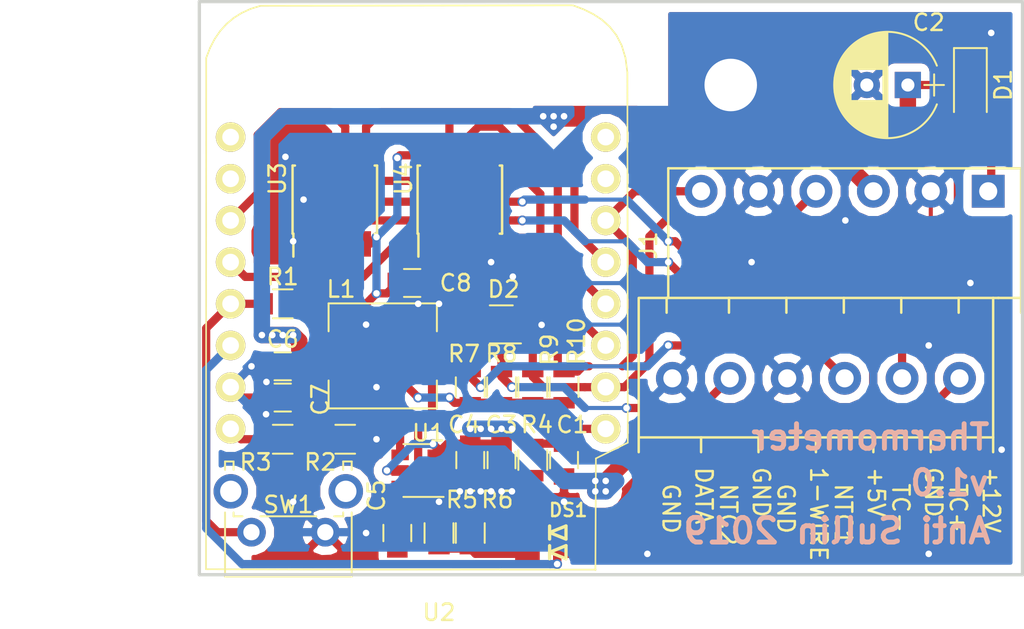
<source format=kicad_pcb>
(kicad_pcb (version 4) (host pcbnew 4.0.7-e2-6376~58~ubuntu16.04.1)

  (general
    (links 74)
    (no_connects 0)
    (area 123.498572 84.115 187.13 132.774)
    (thickness 1.6)
    (drawings 19)
    (tracks 421)
    (zones 0)
    (modules 32)
    (nets 28)
  )

  (page A4)
  (layers
    (0 F.Cu signal)
    (31 B.Cu signal hide)
    (32 B.Adhes user hide)
    (33 F.Adhes user hide)
    (34 B.Paste user hide)
    (35 F.Paste user hide)
    (36 B.SilkS user hide)
    (37 F.SilkS user)
    (38 B.Mask user hide)
    (39 F.Mask user hide)
    (40 Dwgs.User user hide)
    (41 Cmts.User user hide)
    (42 Eco1.User user hide)
    (43 Eco2.User user hide)
    (44 Edge.Cuts user)
    (45 Margin user hide)
    (46 B.CrtYd user hide)
    (47 F.CrtYd user hide)
    (48 B.Fab user hide)
    (49 F.Fab user hide)
  )

  (setup
    (last_trace_width 0.25)
    (user_trace_width 0.5)
    (user_trace_width 1)
    (trace_clearance 0.2)
    (zone_clearance 0.508)
    (zone_45_only no)
    (trace_min 0.2)
    (segment_width 0.2)
    (edge_width 0.2)
    (via_size 0.6)
    (via_drill 0.4)
    (via_min_size 0.4)
    (via_min_drill 0.3)
    (user_via 1 0.6)
    (uvia_size 0.3)
    (uvia_drill 0.1)
    (uvias_allowed no)
    (uvia_min_size 0.2)
    (uvia_min_drill 0.1)
    (pcb_text_width 0.3)
    (pcb_text_size 1.5 1.5)
    (mod_edge_width 0.15)
    (mod_text_size 1 1)
    (mod_text_width 0.15)
    (pad_size 1.524 1.524)
    (pad_drill 0.762)
    (pad_to_mask_clearance 0.2)
    (aux_axis_origin 0 0)
    (visible_elements FFFFFF7F)
    (pcbplotparams
      (layerselection 0x010f0_80000001)
      (usegerberextensions false)
      (usegerberattributes true)
      (excludeedgelayer true)
      (linewidth 0.100000)
      (plotframeref false)
      (viasonmask false)
      (mode 1)
      (useauxorigin false)
      (hpglpennumber 1)
      (hpglpenspeed 20)
      (hpglpendiameter 15)
      (hpglpenoverlay 2)
      (psnegative false)
      (psa4output false)
      (plotreference true)
      (plotvalue true)
      (plotinvisibletext false)
      (padsonsilk false)
      (subtractmaskfromsilk false)
      (outputformat 1)
      (mirror false)
      (drillshape 0)
      (scaleselection 1)
      (outputdirectory outputs/))
  )

  (net 0 "")
  (net 1 +3V3)
  (net 2 GND)
  (net 3 "Net-(C2-Pad1)")
  (net 4 "Net-(C5-Pad1)")
  (net 5 "Net-(C5-Pad2)")
  (net 6 +5V)
  (net 7 +VDC)
  (net 8 /W1)
  (net 9 /D0)
  (net 10 /AIN1)
  (net 11 /AIN2)
  (net 12 "Net-(DS1-Pad2)")
  (net 13 /LED)
  (net 14 "Net-(DS1-Pad3)")
  (net 15 /T+)
  (net 16 /T-)
  (net 17 /BTN)
  (net 18 "Net-(R2-Pad1)")
  (net 19 "Net-(U2-Pad8)")
  (net 20 "Net-(U2-Pad7)")
  (net 21 /ADC_CS#)
  (net 22 /MOSI)
  (net 23 /MISO)
  (net 24 /SCK)
  (net 25 /TC_CS#)
  (net 26 "Net-(U2-Pad10)")
  (net 27 "Net-(U2-Pad9)")

  (net_class Default "This is the default net class."
    (clearance 0.2)
    (trace_width 0.25)
    (via_dia 0.6)
    (via_drill 0.4)
    (uvia_dia 0.3)
    (uvia_drill 0.1)
    (add_net +3V3)
    (add_net +5V)
    (add_net +VDC)
    (add_net /ADC_CS#)
    (add_net /AIN1)
    (add_net /AIN2)
    (add_net /BTN)
    (add_net /D0)
    (add_net /LED)
    (add_net /MISO)
    (add_net /MOSI)
    (add_net /SCK)
    (add_net /T+)
    (add_net /T-)
    (add_net /TC_CS#)
    (add_net /W1)
    (add_net GND)
    (add_net "Net-(C2-Pad1)")
    (add_net "Net-(C5-Pad1)")
    (add_net "Net-(C5-Pad2)")
    (add_net "Net-(DS1-Pad2)")
    (add_net "Net-(DS1-Pad3)")
    (add_net "Net-(R2-Pad1)")
    (add_net "Net-(U2-Pad10)")
    (add_net "Net-(U2-Pad7)")
    (add_net "Net-(U2-Pad8)")
    (add_net "Net-(U2-Pad9)")
  )

  (module TO_SOT_Packages_SMD:SOT-353_SC-70-5_Handsoldering (layer F.Cu) (tedit 5C5A22B0) (tstamp 5C594D8B)
    (at 153.655 105.395 180)
    (descr "SOT-353, SC-70-5, Handsoldering")
    (tags "SOT-353 SC-70-5 Handsoldering")
    (path /5C59EED4)
    (attr smd)
    (fp_text reference D2 (at -0.142 2.144 180) (layer F.SilkS)
      (effects (font (size 1 1) (thickness 0.15)))
    )
    (fp_text value PESD3V3L4UG_ (at -12.588 3.414 180) (layer F.Fab) hide
      (effects (font (size 1 1) (thickness 0.15)))
    )
    (fp_text user %R (at 0 0 270) (layer F.Fab)
      (effects (font (size 0.5 0.5) (thickness 0.075)))
    )
    (fp_line (start 0.7 -1.16) (end -1.2 -1.16) (layer F.SilkS) (width 0.12))
    (fp_line (start -0.7 1.16) (end 0.7 1.16) (layer F.SilkS) (width 0.12))
    (fp_line (start 2.4 1.4) (end 2.4 -1.4) (layer F.CrtYd) (width 0.05))
    (fp_line (start -2.4 -1.4) (end -2.4 1.4) (layer F.CrtYd) (width 0.05))
    (fp_line (start -2.4 -1.4) (end 2.4 -1.4) (layer F.CrtYd) (width 0.05))
    (fp_line (start 0.675 -1.1) (end -0.175 -1.1) (layer F.Fab) (width 0.1))
    (fp_line (start -0.675 -0.6) (end -0.675 1.1) (layer F.Fab) (width 0.1))
    (fp_line (start -1.6 1.4) (end 1.6 1.4) (layer F.CrtYd) (width 0.05))
    (fp_line (start 0.675 -1.1) (end 0.675 1.1) (layer F.Fab) (width 0.1))
    (fp_line (start 0.675 1.1) (end -0.675 1.1) (layer F.Fab) (width 0.1))
    (fp_line (start -0.175 -1.1) (end -0.675 -0.6) (layer F.Fab) (width 0.1))
    (pad 1 smd rect (at -1.33 -0.65 180) (size 1.5 0.4) (layers F.Cu F.Paste F.Mask)
      (net 8 /W1))
    (pad 2 smd rect (at -1.33 0 180) (size 1.5 0.4) (layers F.Cu F.Paste F.Mask)
      (net 2 GND))
    (pad 3 smd rect (at -1.33 0.65 180) (size 1.5 0.4) (layers F.Cu F.Paste F.Mask)
      (net 9 /D0))
    (pad 4 smd rect (at 1.33 0.65 180) (size 1.5 0.4) (layers F.Cu F.Paste F.Mask)
      (net 10 /AIN1))
    (pad 5 smd rect (at 1.33 -0.65 180) (size 1.5 0.4) (layers F.Cu F.Paste F.Mask)
      (net 11 /AIN2))
    (model ${KISYS3DMOD}/TO_SOT_Packages_SMD.3dshapes/SOT-353_SC-70-5.wrl
      (at (xyz 0 0 0))
      (scale (xyz 1 1 1))
      (rotate (xyz 0 0 0))
    )
  )

  (module Capacitors_SMD:C_0805 (layer F.Cu) (tedit 58AA8463) (tstamp 5C594D46)
    (at 157.48 113.665 270)
    (descr "Capacitor SMD 0805, reflow soldering, AVX (see smccp.pdf)")
    (tags "capacitor 0805")
    (path /5C57D2A2)
    (attr smd)
    (fp_text reference C1 (at -2.159 -0.508 360) (layer F.SilkS)
      (effects (font (size 1 1) (thickness 0.15)))
    )
    (fp_text value 0805,C0.1 (at 13.462 -14.605 270) (layer F.Fab)
      (effects (font (size 1 1) (thickness 0.15)))
    )
    (fp_text user %R (at 7.747 -14.732 270) (layer F.Fab)
      (effects (font (size 1 1) (thickness 0.15)))
    )
    (fp_line (start -1 0.62) (end -1 -0.62) (layer F.Fab) (width 0.1))
    (fp_line (start 1 0.62) (end -1 0.62) (layer F.Fab) (width 0.1))
    (fp_line (start 1 -0.62) (end 1 0.62) (layer F.Fab) (width 0.1))
    (fp_line (start -1 -0.62) (end 1 -0.62) (layer F.Fab) (width 0.1))
    (fp_line (start 0.5 -0.85) (end -0.5 -0.85) (layer F.SilkS) (width 0.12))
    (fp_line (start -0.5 0.85) (end 0.5 0.85) (layer F.SilkS) (width 0.12))
    (fp_line (start -1.75 -0.88) (end 1.75 -0.88) (layer F.CrtYd) (width 0.05))
    (fp_line (start -1.75 -0.88) (end -1.75 0.87) (layer F.CrtYd) (width 0.05))
    (fp_line (start 1.75 0.87) (end 1.75 -0.88) (layer F.CrtYd) (width 0.05))
    (fp_line (start 1.75 0.87) (end -1.75 0.87) (layer F.CrtYd) (width 0.05))
    (pad 1 smd rect (at -1 0 270) (size 1 1.25) (layers F.Cu F.Paste F.Mask)
      (net 1 +3V3))
    (pad 2 smd rect (at 1 0 270) (size 1 1.25) (layers F.Cu F.Paste F.Mask)
      (net 2 GND))
    (model Capacitors_SMD.3dshapes/C_0805.wrl
      (at (xyz 0 0 0))
      (scale (xyz 1 1 1))
      (rotate (xyz 0 0 0))
    )
  )

  (module Capacitors_THT:CP_Radial_D6.3mm_P2.50mm (layer F.Cu) (tedit 597BC7C2) (tstamp 5C594D4C)
    (at 178.435 90.805 180)
    (descr "CP, Radial series, Radial, pin pitch=2.50mm, , diameter=6.3mm, Electrolytic Capacitor")
    (tags "CP Radial series Radial pin pitch 2.50mm  diameter 6.3mm Electrolytic Capacitor")
    (path /5C50AFA1)
    (fp_text reference C2 (at -1.27 3.81 180) (layer F.SilkS)
      (effects (font (size 1 1) (thickness 0.15)))
    )
    (fp_text value "16V 220uF" (at 1.25 4.46 180) (layer F.Fab)
      (effects (font (size 1 1) (thickness 0.15)))
    )
    (fp_arc (start 1.25 0) (end -1.767482 -1.18) (angle 137.3) (layer F.SilkS) (width 0.12))
    (fp_arc (start 1.25 0) (end -1.767482 1.18) (angle -137.3) (layer F.SilkS) (width 0.12))
    (fp_arc (start 1.25 0) (end 4.267482 -1.18) (angle 42.7) (layer F.SilkS) (width 0.12))
    (fp_circle (center 1.25 0) (end 4.4 0) (layer F.Fab) (width 0.1))
    (fp_line (start -2.2 0) (end -1 0) (layer F.Fab) (width 0.1))
    (fp_line (start -1.6 -0.65) (end -1.6 0.65) (layer F.Fab) (width 0.1))
    (fp_line (start 1.25 -3.2) (end 1.25 3.2) (layer F.SilkS) (width 0.12))
    (fp_line (start 1.29 -3.2) (end 1.29 3.2) (layer F.SilkS) (width 0.12))
    (fp_line (start 1.33 -3.2) (end 1.33 3.2) (layer F.SilkS) (width 0.12))
    (fp_line (start 1.37 -3.198) (end 1.37 3.198) (layer F.SilkS) (width 0.12))
    (fp_line (start 1.41 -3.197) (end 1.41 3.197) (layer F.SilkS) (width 0.12))
    (fp_line (start 1.45 -3.194) (end 1.45 3.194) (layer F.SilkS) (width 0.12))
    (fp_line (start 1.49 -3.192) (end 1.49 3.192) (layer F.SilkS) (width 0.12))
    (fp_line (start 1.53 -3.188) (end 1.53 -0.98) (layer F.SilkS) (width 0.12))
    (fp_line (start 1.53 0.98) (end 1.53 3.188) (layer F.SilkS) (width 0.12))
    (fp_line (start 1.57 -3.185) (end 1.57 -0.98) (layer F.SilkS) (width 0.12))
    (fp_line (start 1.57 0.98) (end 1.57 3.185) (layer F.SilkS) (width 0.12))
    (fp_line (start 1.61 -3.18) (end 1.61 -0.98) (layer F.SilkS) (width 0.12))
    (fp_line (start 1.61 0.98) (end 1.61 3.18) (layer F.SilkS) (width 0.12))
    (fp_line (start 1.65 -3.176) (end 1.65 -0.98) (layer F.SilkS) (width 0.12))
    (fp_line (start 1.65 0.98) (end 1.65 3.176) (layer F.SilkS) (width 0.12))
    (fp_line (start 1.69 -3.17) (end 1.69 -0.98) (layer F.SilkS) (width 0.12))
    (fp_line (start 1.69 0.98) (end 1.69 3.17) (layer F.SilkS) (width 0.12))
    (fp_line (start 1.73 -3.165) (end 1.73 -0.98) (layer F.SilkS) (width 0.12))
    (fp_line (start 1.73 0.98) (end 1.73 3.165) (layer F.SilkS) (width 0.12))
    (fp_line (start 1.77 -3.158) (end 1.77 -0.98) (layer F.SilkS) (width 0.12))
    (fp_line (start 1.77 0.98) (end 1.77 3.158) (layer F.SilkS) (width 0.12))
    (fp_line (start 1.81 -3.152) (end 1.81 -0.98) (layer F.SilkS) (width 0.12))
    (fp_line (start 1.81 0.98) (end 1.81 3.152) (layer F.SilkS) (width 0.12))
    (fp_line (start 1.85 -3.144) (end 1.85 -0.98) (layer F.SilkS) (width 0.12))
    (fp_line (start 1.85 0.98) (end 1.85 3.144) (layer F.SilkS) (width 0.12))
    (fp_line (start 1.89 -3.137) (end 1.89 -0.98) (layer F.SilkS) (width 0.12))
    (fp_line (start 1.89 0.98) (end 1.89 3.137) (layer F.SilkS) (width 0.12))
    (fp_line (start 1.93 -3.128) (end 1.93 -0.98) (layer F.SilkS) (width 0.12))
    (fp_line (start 1.93 0.98) (end 1.93 3.128) (layer F.SilkS) (width 0.12))
    (fp_line (start 1.971 -3.119) (end 1.971 -0.98) (layer F.SilkS) (width 0.12))
    (fp_line (start 1.971 0.98) (end 1.971 3.119) (layer F.SilkS) (width 0.12))
    (fp_line (start 2.011 -3.11) (end 2.011 -0.98) (layer F.SilkS) (width 0.12))
    (fp_line (start 2.011 0.98) (end 2.011 3.11) (layer F.SilkS) (width 0.12))
    (fp_line (start 2.051 -3.1) (end 2.051 -0.98) (layer F.SilkS) (width 0.12))
    (fp_line (start 2.051 0.98) (end 2.051 3.1) (layer F.SilkS) (width 0.12))
    (fp_line (start 2.091 -3.09) (end 2.091 -0.98) (layer F.SilkS) (width 0.12))
    (fp_line (start 2.091 0.98) (end 2.091 3.09) (layer F.SilkS) (width 0.12))
    (fp_line (start 2.131 -3.079) (end 2.131 -0.98) (layer F.SilkS) (width 0.12))
    (fp_line (start 2.131 0.98) (end 2.131 3.079) (layer F.SilkS) (width 0.12))
    (fp_line (start 2.171 -3.067) (end 2.171 -0.98) (layer F.SilkS) (width 0.12))
    (fp_line (start 2.171 0.98) (end 2.171 3.067) (layer F.SilkS) (width 0.12))
    (fp_line (start 2.211 -3.055) (end 2.211 -0.98) (layer F.SilkS) (width 0.12))
    (fp_line (start 2.211 0.98) (end 2.211 3.055) (layer F.SilkS) (width 0.12))
    (fp_line (start 2.251 -3.042) (end 2.251 -0.98) (layer F.SilkS) (width 0.12))
    (fp_line (start 2.251 0.98) (end 2.251 3.042) (layer F.SilkS) (width 0.12))
    (fp_line (start 2.291 -3.029) (end 2.291 -0.98) (layer F.SilkS) (width 0.12))
    (fp_line (start 2.291 0.98) (end 2.291 3.029) (layer F.SilkS) (width 0.12))
    (fp_line (start 2.331 -3.015) (end 2.331 -0.98) (layer F.SilkS) (width 0.12))
    (fp_line (start 2.331 0.98) (end 2.331 3.015) (layer F.SilkS) (width 0.12))
    (fp_line (start 2.371 -3.001) (end 2.371 -0.98) (layer F.SilkS) (width 0.12))
    (fp_line (start 2.371 0.98) (end 2.371 3.001) (layer F.SilkS) (width 0.12))
    (fp_line (start 2.411 -2.986) (end 2.411 -0.98) (layer F.SilkS) (width 0.12))
    (fp_line (start 2.411 0.98) (end 2.411 2.986) (layer F.SilkS) (width 0.12))
    (fp_line (start 2.451 -2.97) (end 2.451 -0.98) (layer F.SilkS) (width 0.12))
    (fp_line (start 2.451 0.98) (end 2.451 2.97) (layer F.SilkS) (width 0.12))
    (fp_line (start 2.491 -2.954) (end 2.491 -0.98) (layer F.SilkS) (width 0.12))
    (fp_line (start 2.491 0.98) (end 2.491 2.954) (layer F.SilkS) (width 0.12))
    (fp_line (start 2.531 -2.937) (end 2.531 -0.98) (layer F.SilkS) (width 0.12))
    (fp_line (start 2.531 0.98) (end 2.531 2.937) (layer F.SilkS) (width 0.12))
    (fp_line (start 2.571 -2.919) (end 2.571 -0.98) (layer F.SilkS) (width 0.12))
    (fp_line (start 2.571 0.98) (end 2.571 2.919) (layer F.SilkS) (width 0.12))
    (fp_line (start 2.611 -2.901) (end 2.611 -0.98) (layer F.SilkS) (width 0.12))
    (fp_line (start 2.611 0.98) (end 2.611 2.901) (layer F.SilkS) (width 0.12))
    (fp_line (start 2.651 -2.882) (end 2.651 -0.98) (layer F.SilkS) (width 0.12))
    (fp_line (start 2.651 0.98) (end 2.651 2.882) (layer F.SilkS) (width 0.12))
    (fp_line (start 2.691 -2.863) (end 2.691 -0.98) (layer F.SilkS) (width 0.12))
    (fp_line (start 2.691 0.98) (end 2.691 2.863) (layer F.SilkS) (width 0.12))
    (fp_line (start 2.731 -2.843) (end 2.731 -0.98) (layer F.SilkS) (width 0.12))
    (fp_line (start 2.731 0.98) (end 2.731 2.843) (layer F.SilkS) (width 0.12))
    (fp_line (start 2.771 -2.822) (end 2.771 -0.98) (layer F.SilkS) (width 0.12))
    (fp_line (start 2.771 0.98) (end 2.771 2.822) (layer F.SilkS) (width 0.12))
    (fp_line (start 2.811 -2.8) (end 2.811 -0.98) (layer F.SilkS) (width 0.12))
    (fp_line (start 2.811 0.98) (end 2.811 2.8) (layer F.SilkS) (width 0.12))
    (fp_line (start 2.851 -2.778) (end 2.851 -0.98) (layer F.SilkS) (width 0.12))
    (fp_line (start 2.851 0.98) (end 2.851 2.778) (layer F.SilkS) (width 0.12))
    (fp_line (start 2.891 -2.755) (end 2.891 -0.98) (layer F.SilkS) (width 0.12))
    (fp_line (start 2.891 0.98) (end 2.891 2.755) (layer F.SilkS) (width 0.12))
    (fp_line (start 2.931 -2.731) (end 2.931 -0.98) (layer F.SilkS) (width 0.12))
    (fp_line (start 2.931 0.98) (end 2.931 2.731) (layer F.SilkS) (width 0.12))
    (fp_line (start 2.971 -2.706) (end 2.971 -0.98) (layer F.SilkS) (width 0.12))
    (fp_line (start 2.971 0.98) (end 2.971 2.706) (layer F.SilkS) (width 0.12))
    (fp_line (start 3.011 -2.681) (end 3.011 -0.98) (layer F.SilkS) (width 0.12))
    (fp_line (start 3.011 0.98) (end 3.011 2.681) (layer F.SilkS) (width 0.12))
    (fp_line (start 3.051 -2.654) (end 3.051 -0.98) (layer F.SilkS) (width 0.12))
    (fp_line (start 3.051 0.98) (end 3.051 2.654) (layer F.SilkS) (width 0.12))
    (fp_line (start 3.091 -2.627) (end 3.091 -0.98) (layer F.SilkS) (width 0.12))
    (fp_line (start 3.091 0.98) (end 3.091 2.627) (layer F.SilkS) (width 0.12))
    (fp_line (start 3.131 -2.599) (end 3.131 -0.98) (layer F.SilkS) (width 0.12))
    (fp_line (start 3.131 0.98) (end 3.131 2.599) (layer F.SilkS) (width 0.12))
    (fp_line (start 3.171 -2.57) (end 3.171 -0.98) (layer F.SilkS) (width 0.12))
    (fp_line (start 3.171 0.98) (end 3.171 2.57) (layer F.SilkS) (width 0.12))
    (fp_line (start 3.211 -2.54) (end 3.211 -0.98) (layer F.SilkS) (width 0.12))
    (fp_line (start 3.211 0.98) (end 3.211 2.54) (layer F.SilkS) (width 0.12))
    (fp_line (start 3.251 -2.51) (end 3.251 -0.98) (layer F.SilkS) (width 0.12))
    (fp_line (start 3.251 0.98) (end 3.251 2.51) (layer F.SilkS) (width 0.12))
    (fp_line (start 3.291 -2.478) (end 3.291 -0.98) (layer F.SilkS) (width 0.12))
    (fp_line (start 3.291 0.98) (end 3.291 2.478) (layer F.SilkS) (width 0.12))
    (fp_line (start 3.331 -2.445) (end 3.331 -0.98) (layer F.SilkS) (width 0.12))
    (fp_line (start 3.331 0.98) (end 3.331 2.445) (layer F.SilkS) (width 0.12))
    (fp_line (start 3.371 -2.411) (end 3.371 -0.98) (layer F.SilkS) (width 0.12))
    (fp_line (start 3.371 0.98) (end 3.371 2.411) (layer F.SilkS) (width 0.12))
    (fp_line (start 3.411 -2.375) (end 3.411 -0.98) (layer F.SilkS) (width 0.12))
    (fp_line (start 3.411 0.98) (end 3.411 2.375) (layer F.SilkS) (width 0.12))
    (fp_line (start 3.451 -2.339) (end 3.451 -0.98) (layer F.SilkS) (width 0.12))
    (fp_line (start 3.451 0.98) (end 3.451 2.339) (layer F.SilkS) (width 0.12))
    (fp_line (start 3.491 -2.301) (end 3.491 2.301) (layer F.SilkS) (width 0.12))
    (fp_line (start 3.531 -2.262) (end 3.531 2.262) (layer F.SilkS) (width 0.12))
    (fp_line (start 3.571 -2.222) (end 3.571 2.222) (layer F.SilkS) (width 0.12))
    (fp_line (start 3.611 -2.18) (end 3.611 2.18) (layer F.SilkS) (width 0.12))
    (fp_line (start 3.651 -2.137) (end 3.651 2.137) (layer F.SilkS) (width 0.12))
    (fp_line (start 3.691 -2.092) (end 3.691 2.092) (layer F.SilkS) (width 0.12))
    (fp_line (start 3.731 -2.045) (end 3.731 2.045) (layer F.SilkS) (width 0.12))
    (fp_line (start 3.771 -1.997) (end 3.771 1.997) (layer F.SilkS) (width 0.12))
    (fp_line (start 3.811 -1.946) (end 3.811 1.946) (layer F.SilkS) (width 0.12))
    (fp_line (start 3.851 -1.894) (end 3.851 1.894) (layer F.SilkS) (width 0.12))
    (fp_line (start 3.891 -1.839) (end 3.891 1.839) (layer F.SilkS) (width 0.12))
    (fp_line (start 3.931 -1.781) (end 3.931 1.781) (layer F.SilkS) (width 0.12))
    (fp_line (start 3.971 -1.721) (end 3.971 1.721) (layer F.SilkS) (width 0.12))
    (fp_line (start 4.011 -1.658) (end 4.011 1.658) (layer F.SilkS) (width 0.12))
    (fp_line (start 4.051 -1.591) (end 4.051 1.591) (layer F.SilkS) (width 0.12))
    (fp_line (start 4.091 -1.52) (end 4.091 1.52) (layer F.SilkS) (width 0.12))
    (fp_line (start 4.131 -1.445) (end 4.131 1.445) (layer F.SilkS) (width 0.12))
    (fp_line (start 4.171 -1.364) (end 4.171 1.364) (layer F.SilkS) (width 0.12))
    (fp_line (start 4.211 -1.278) (end 4.211 1.278) (layer F.SilkS) (width 0.12))
    (fp_line (start 4.251 -1.184) (end 4.251 1.184) (layer F.SilkS) (width 0.12))
    (fp_line (start 4.291 -1.081) (end 4.291 1.081) (layer F.SilkS) (width 0.12))
    (fp_line (start 4.331 -0.966) (end 4.331 0.966) (layer F.SilkS) (width 0.12))
    (fp_line (start 4.371 -0.834) (end 4.371 0.834) (layer F.SilkS) (width 0.12))
    (fp_line (start 4.411 -0.676) (end 4.411 0.676) (layer F.SilkS) (width 0.12))
    (fp_line (start 4.451 -0.468) (end 4.451 0.468) (layer F.SilkS) (width 0.12))
    (fp_line (start -2.2 0) (end -1 0) (layer F.SilkS) (width 0.12))
    (fp_line (start -1.6 -0.65) (end -1.6 0.65) (layer F.SilkS) (width 0.12))
    (fp_line (start -2.25 -3.5) (end -2.25 3.5) (layer F.CrtYd) (width 0.05))
    (fp_line (start -2.25 3.5) (end 4.75 3.5) (layer F.CrtYd) (width 0.05))
    (fp_line (start 4.75 3.5) (end 4.75 -3.5) (layer F.CrtYd) (width 0.05))
    (fp_line (start 4.75 -3.5) (end -2.25 -3.5) (layer F.CrtYd) (width 0.05))
    (fp_text user %R (at 1.25 0 180) (layer F.Fab)
      (effects (font (size 1 1) (thickness 0.15)))
    )
    (pad 1 thru_hole rect (at 0 0 180) (size 1.6 1.6) (drill 0.8) (layers *.Cu *.Mask)
      (net 3 "Net-(C2-Pad1)"))
    (pad 2 thru_hole circle (at 2.5 0 180) (size 1.6 1.6) (drill 0.8) (layers *.Cu *.Mask)
      (net 2 GND))
    (model ${KISYS3DMOD}/Capacitors_THT.3dshapes/CP_Radial_D6.3mm_P2.50mm.wrl
      (at (xyz 0 0 0))
      (scale (xyz 1 1 1))
      (rotate (xyz 0 0 0))
    )
  )

  (module Capacitors_SMD:C_0805 (layer F.Cu) (tedit 58AA8463) (tstamp 5C594D52)
    (at 153.67 113.665 270)
    (descr "Capacitor SMD 0805, reflow soldering, AVX (see smccp.pdf)")
    (tags "capacitor 0805")
    (path /5C50AF66)
    (attr smd)
    (fp_text reference C3 (at -2.159 0 360) (layer F.SilkS)
      (effects (font (size 1 1) (thickness 0.15)))
    )
    (fp_text value 0805,C10 (at 13.589 -13.335 270) (layer F.Fab)
      (effects (font (size 1 1) (thickness 0.15)))
    )
    (fp_text user %R (at 7.874 -13.462 270) (layer F.Fab)
      (effects (font (size 1 1) (thickness 0.15)))
    )
    (fp_line (start -1 0.62) (end -1 -0.62) (layer F.Fab) (width 0.1))
    (fp_line (start 1 0.62) (end -1 0.62) (layer F.Fab) (width 0.1))
    (fp_line (start 1 -0.62) (end 1 0.62) (layer F.Fab) (width 0.1))
    (fp_line (start -1 -0.62) (end 1 -0.62) (layer F.Fab) (width 0.1))
    (fp_line (start 0.5 -0.85) (end -0.5 -0.85) (layer F.SilkS) (width 0.12))
    (fp_line (start -0.5 0.85) (end 0.5 0.85) (layer F.SilkS) (width 0.12))
    (fp_line (start -1.75 -0.88) (end 1.75 -0.88) (layer F.CrtYd) (width 0.05))
    (fp_line (start -1.75 -0.88) (end -1.75 0.87) (layer F.CrtYd) (width 0.05))
    (fp_line (start 1.75 0.87) (end 1.75 -0.88) (layer F.CrtYd) (width 0.05))
    (fp_line (start 1.75 0.87) (end -1.75 0.87) (layer F.CrtYd) (width 0.05))
    (pad 1 smd rect (at -1 0 270) (size 1 1.25) (layers F.Cu F.Paste F.Mask)
      (net 3 "Net-(C2-Pad1)"))
    (pad 2 smd rect (at 1 0 270) (size 1 1.25) (layers F.Cu F.Paste F.Mask)
      (net 2 GND))
    (model Capacitors_SMD.3dshapes/C_0805.wrl
      (at (xyz 0 0 0))
      (scale (xyz 1 1 1))
      (rotate (xyz 0 0 0))
    )
  )

  (module Capacitors_SMD:C_0805 (layer F.Cu) (tedit 58AA8463) (tstamp 5C594D58)
    (at 151.765 113.665 270)
    (descr "Capacitor SMD 0805, reflow soldering, AVX (see smccp.pdf)")
    (tags "capacitor 0805")
    (path /5C50AF65)
    (attr smd)
    (fp_text reference C4 (at -2.159 0.381 360) (layer F.SilkS)
      (effects (font (size 1 1) (thickness 0.15)))
    )
    (fp_text value 0805,C0.1 (at 13.335 -12.7 270) (layer F.Fab)
      (effects (font (size 1 1) (thickness 0.15)))
    )
    (fp_text user %R (at 7.874 -12.827 270) (layer F.Fab)
      (effects (font (size 1 1) (thickness 0.15)))
    )
    (fp_line (start -1 0.62) (end -1 -0.62) (layer F.Fab) (width 0.1))
    (fp_line (start 1 0.62) (end -1 0.62) (layer F.Fab) (width 0.1))
    (fp_line (start 1 -0.62) (end 1 0.62) (layer F.Fab) (width 0.1))
    (fp_line (start -1 -0.62) (end 1 -0.62) (layer F.Fab) (width 0.1))
    (fp_line (start 0.5 -0.85) (end -0.5 -0.85) (layer F.SilkS) (width 0.12))
    (fp_line (start -0.5 0.85) (end 0.5 0.85) (layer F.SilkS) (width 0.12))
    (fp_line (start -1.75 -0.88) (end 1.75 -0.88) (layer F.CrtYd) (width 0.05))
    (fp_line (start -1.75 -0.88) (end -1.75 0.87) (layer F.CrtYd) (width 0.05))
    (fp_line (start 1.75 0.87) (end 1.75 -0.88) (layer F.CrtYd) (width 0.05))
    (fp_line (start 1.75 0.87) (end -1.75 0.87) (layer F.CrtYd) (width 0.05))
    (pad 1 smd rect (at -1 0 270) (size 1 1.25) (layers F.Cu F.Paste F.Mask)
      (net 3 "Net-(C2-Pad1)"))
    (pad 2 smd rect (at 1 0 270) (size 1 1.25) (layers F.Cu F.Paste F.Mask)
      (net 2 GND))
    (model Capacitors_SMD.3dshapes/C_0805.wrl
      (at (xyz 0 0 0))
      (scale (xyz 1 1 1))
      (rotate (xyz 0 0 0))
    )
  )

  (module Capacitors_SMD:C_0805 (layer F.Cu) (tedit 58AA8463) (tstamp 5C594D5E)
    (at 147.32 118.11 90)
    (descr "Capacitor SMD 0805, reflow soldering, AVX (see smccp.pdf)")
    (tags "capacitor 0805")
    (path /5C50AF5E)
    (attr smd)
    (fp_text reference C5 (at 2.286 -1.27 270) (layer F.SilkS)
      (effects (font (size 1 1) (thickness 0.15)))
    )
    (fp_text value 0805,C0.1 (at -9.017 0 90) (layer F.Fab)
      (effects (font (size 1 1) (thickness 0.15)))
    )
    (fp_text user %R (at -2.667 0.127 90) (layer F.Fab)
      (effects (font (size 1 1) (thickness 0.15)))
    )
    (fp_line (start -1 0.62) (end -1 -0.62) (layer F.Fab) (width 0.1))
    (fp_line (start 1 0.62) (end -1 0.62) (layer F.Fab) (width 0.1))
    (fp_line (start 1 -0.62) (end 1 0.62) (layer F.Fab) (width 0.1))
    (fp_line (start -1 -0.62) (end 1 -0.62) (layer F.Fab) (width 0.1))
    (fp_line (start 0.5 -0.85) (end -0.5 -0.85) (layer F.SilkS) (width 0.12))
    (fp_line (start -0.5 0.85) (end 0.5 0.85) (layer F.SilkS) (width 0.12))
    (fp_line (start -1.75 -0.88) (end 1.75 -0.88) (layer F.CrtYd) (width 0.05))
    (fp_line (start -1.75 -0.88) (end -1.75 0.87) (layer F.CrtYd) (width 0.05))
    (fp_line (start 1.75 0.87) (end 1.75 -0.88) (layer F.CrtYd) (width 0.05))
    (fp_line (start 1.75 0.87) (end -1.75 0.87) (layer F.CrtYd) (width 0.05))
    (pad 1 smd rect (at -1 0 90) (size 1 1.25) (layers F.Cu F.Paste F.Mask)
      (net 4 "Net-(C5-Pad1)"))
    (pad 2 smd rect (at 1 0 90) (size 1 1.25) (layers F.Cu F.Paste F.Mask)
      (net 5 "Net-(C5-Pad2)"))
    (model Capacitors_SMD.3dshapes/C_0805.wrl
      (at (xyz 0 0 0))
      (scale (xyz 1 1 1))
      (rotate (xyz 0 0 0))
    )
  )

  (module Capacitors_SMD:C_0805 (layer F.Cu) (tedit 58AA8463) (tstamp 5C594D64)
    (at 140.335 107.95 180)
    (descr "Capacitor SMD 0805, reflow soldering, AVX (see smccp.pdf)")
    (tags "capacitor 0805")
    (path /5C50AF63)
    (attr smd)
    (fp_text reference C6 (at 0 1.651 360) (layer F.SilkS)
      (effects (font (size 1 1) (thickness 0.15)))
    )
    (fp_text value 0805,C10 (at 9.652 0 180) (layer F.Fab)
      (effects (font (size 1 1) (thickness 0.15)))
    )
    (fp_text user %R (at 16.129 -0.127 180) (layer F.Fab)
      (effects (font (size 1 1) (thickness 0.15)))
    )
    (fp_line (start -1 0.62) (end -1 -0.62) (layer F.Fab) (width 0.1))
    (fp_line (start 1 0.62) (end -1 0.62) (layer F.Fab) (width 0.1))
    (fp_line (start 1 -0.62) (end 1 0.62) (layer F.Fab) (width 0.1))
    (fp_line (start -1 -0.62) (end 1 -0.62) (layer F.Fab) (width 0.1))
    (fp_line (start 0.5 -0.85) (end -0.5 -0.85) (layer F.SilkS) (width 0.12))
    (fp_line (start -0.5 0.85) (end 0.5 0.85) (layer F.SilkS) (width 0.12))
    (fp_line (start -1.75 -0.88) (end 1.75 -0.88) (layer F.CrtYd) (width 0.05))
    (fp_line (start -1.75 -0.88) (end -1.75 0.87) (layer F.CrtYd) (width 0.05))
    (fp_line (start 1.75 0.87) (end 1.75 -0.88) (layer F.CrtYd) (width 0.05))
    (fp_line (start 1.75 0.87) (end -1.75 0.87) (layer F.CrtYd) (width 0.05))
    (pad 1 smd rect (at -1 0 180) (size 1 1.25) (layers F.Cu F.Paste F.Mask)
      (net 6 +5V))
    (pad 2 smd rect (at 1 0 180) (size 1 1.25) (layers F.Cu F.Paste F.Mask)
      (net 2 GND))
    (model Capacitors_SMD.3dshapes/C_0805.wrl
      (at (xyz 0 0 0))
      (scale (xyz 1 1 1))
      (rotate (xyz 0 0 0))
    )
  )

  (module Capacitors_SMD:C_0805 (layer F.Cu) (tedit 58AA8463) (tstamp 5C594D6A)
    (at 140.335 109.855 180)
    (descr "Capacitor SMD 0805, reflow soldering, AVX (see smccp.pdf)")
    (tags "capacitor 0805")
    (path /5C50AF64)
    (attr smd)
    (fp_text reference C7 (at -2.286 -0.127 270) (layer F.SilkS)
      (effects (font (size 1 1) (thickness 0.15)))
    )
    (fp_text value 0805,C0.1 (at 9.652 0.127 180) (layer F.Fab)
      (effects (font (size 1 1) (thickness 0.15)))
    )
    (fp_text user %R (at 15.875 0 180) (layer F.Fab)
      (effects (font (size 1 1) (thickness 0.15)))
    )
    (fp_line (start -1 0.62) (end -1 -0.62) (layer F.Fab) (width 0.1))
    (fp_line (start 1 0.62) (end -1 0.62) (layer F.Fab) (width 0.1))
    (fp_line (start 1 -0.62) (end 1 0.62) (layer F.Fab) (width 0.1))
    (fp_line (start -1 -0.62) (end 1 -0.62) (layer F.Fab) (width 0.1))
    (fp_line (start 0.5 -0.85) (end -0.5 -0.85) (layer F.SilkS) (width 0.12))
    (fp_line (start -0.5 0.85) (end 0.5 0.85) (layer F.SilkS) (width 0.12))
    (fp_line (start -1.75 -0.88) (end 1.75 -0.88) (layer F.CrtYd) (width 0.05))
    (fp_line (start -1.75 -0.88) (end -1.75 0.87) (layer F.CrtYd) (width 0.05))
    (fp_line (start 1.75 0.87) (end 1.75 -0.88) (layer F.CrtYd) (width 0.05))
    (fp_line (start 1.75 0.87) (end -1.75 0.87) (layer F.CrtYd) (width 0.05))
    (pad 1 smd rect (at -1 0 180) (size 1 1.25) (layers F.Cu F.Paste F.Mask)
      (net 6 +5V))
    (pad 2 smd rect (at 1 0 180) (size 1 1.25) (layers F.Cu F.Paste F.Mask)
      (net 2 GND))
    (model Capacitors_SMD.3dshapes/C_0805.wrl
      (at (xyz 0 0 0))
      (scale (xyz 1 1 1))
      (rotate (xyz 0 0 0))
    )
  )

  (module Capacitors_SMD:C_0805 (layer F.Cu) (tedit 58AA8463) (tstamp 5C594D70)
    (at 148.225 102.87)
    (descr "Capacitor SMD 0805, reflow soldering, AVX (see smccp.pdf)")
    (tags "capacitor 0805")
    (path /5C511745)
    (attr smd)
    (fp_text reference C8 (at 2.651 0) (layer F.SilkS)
      (effects (font (size 1 1) (thickness 0.15)))
    )
    (fp_text value 0805,C0.1 (at 5.699 -0.127) (layer F.Fab)
      (effects (font (size 1 1) (thickness 0.15)))
    )
    (fp_text user %R (at -2.81 0) (layer F.Fab)
      (effects (font (size 1 1) (thickness 0.15)))
    )
    (fp_line (start -1 0.62) (end -1 -0.62) (layer F.Fab) (width 0.1))
    (fp_line (start 1 0.62) (end -1 0.62) (layer F.Fab) (width 0.1))
    (fp_line (start 1 -0.62) (end 1 0.62) (layer F.Fab) (width 0.1))
    (fp_line (start -1 -0.62) (end 1 -0.62) (layer F.Fab) (width 0.1))
    (fp_line (start 0.5 -0.85) (end -0.5 -0.85) (layer F.SilkS) (width 0.12))
    (fp_line (start -0.5 0.85) (end 0.5 0.85) (layer F.SilkS) (width 0.12))
    (fp_line (start -1.75 -0.88) (end 1.75 -0.88) (layer F.CrtYd) (width 0.05))
    (fp_line (start -1.75 -0.88) (end -1.75 0.87) (layer F.CrtYd) (width 0.05))
    (fp_line (start 1.75 0.87) (end 1.75 -0.88) (layer F.CrtYd) (width 0.05))
    (fp_line (start 1.75 0.87) (end -1.75 0.87) (layer F.CrtYd) (width 0.05))
    (pad 1 smd rect (at -1 0) (size 1 1.25) (layers F.Cu F.Paste F.Mask)
      (net 1 +3V3))
    (pad 2 smd rect (at 1 0) (size 1 1.25) (layers F.Cu F.Paste F.Mask)
      (net 2 GND))
    (model Capacitors_SMD.3dshapes/C_0805.wrl
      (at (xyz 0 0 0))
      (scale (xyz 1 1 1))
      (rotate (xyz 0 0 0))
    )
  )

  (module Diodes_SMD:D_SOD-123 (layer F.Cu) (tedit 58645DC7) (tstamp 5C594D76)
    (at 182.245 90.805 270)
    (descr SOD-123)
    (tags SOD-123)
    (path /5C50AF6E)
    (attr smd)
    (fp_text reference D1 (at 0 -2 270) (layer F.SilkS)
      (effects (font (size 1 1) (thickness 0.15)))
    )
    (fp_text value PMEG4010EGW (at 0.127 -3.81 270) (layer F.Fab)
      (effects (font (size 1 1) (thickness 0.15)))
    )
    (fp_text user %R (at 0 -2 270) (layer F.Fab)
      (effects (font (size 1 1) (thickness 0.15)))
    )
    (fp_line (start -2.25 -1) (end -2.25 1) (layer F.SilkS) (width 0.12))
    (fp_line (start 0.25 0) (end 0.75 0) (layer F.Fab) (width 0.1))
    (fp_line (start 0.25 0.4) (end -0.35 0) (layer F.Fab) (width 0.1))
    (fp_line (start 0.25 -0.4) (end 0.25 0.4) (layer F.Fab) (width 0.1))
    (fp_line (start -0.35 0) (end 0.25 -0.4) (layer F.Fab) (width 0.1))
    (fp_line (start -0.35 0) (end -0.35 0.55) (layer F.Fab) (width 0.1))
    (fp_line (start -0.35 0) (end -0.35 -0.55) (layer F.Fab) (width 0.1))
    (fp_line (start -0.75 0) (end -0.35 0) (layer F.Fab) (width 0.1))
    (fp_line (start -1.4 0.9) (end -1.4 -0.9) (layer F.Fab) (width 0.1))
    (fp_line (start 1.4 0.9) (end -1.4 0.9) (layer F.Fab) (width 0.1))
    (fp_line (start 1.4 -0.9) (end 1.4 0.9) (layer F.Fab) (width 0.1))
    (fp_line (start -1.4 -0.9) (end 1.4 -0.9) (layer F.Fab) (width 0.1))
    (fp_line (start -2.35 -1.15) (end 2.35 -1.15) (layer F.CrtYd) (width 0.05))
    (fp_line (start 2.35 -1.15) (end 2.35 1.15) (layer F.CrtYd) (width 0.05))
    (fp_line (start 2.35 1.15) (end -2.35 1.15) (layer F.CrtYd) (width 0.05))
    (fp_line (start -2.35 -1.15) (end -2.35 1.15) (layer F.CrtYd) (width 0.05))
    (fp_line (start -2.25 1) (end 1.65 1) (layer F.SilkS) (width 0.12))
    (fp_line (start -2.25 -1) (end 1.65 -1) (layer F.SilkS) (width 0.12))
    (pad 1 smd rect (at -1.65 0 270) (size 0.9 1.2) (layers F.Cu F.Paste F.Mask)
      (net 3 "Net-(C2-Pad1)"))
    (pad 2 smd rect (at 1.65 0 270) (size 0.9 1.2) (layers F.Cu F.Paste F.Mask)
      (net 7 +VDC))
    (model ${KISYS3DMOD}/Diodes_SMD.3dshapes/D_SOD-123.wrl
      (at (xyz 0 0 0))
      (scale (xyz 1 1 1))
      (rotate (xyz 0 0 0))
    )
  )

  (module manuf:LITEON-LED2-C155GEKT locked (layer F.Cu) (tedit 5C5A229B) (tstamp 5C594DA5)
    (at 157 118.68 270)
    (path /5C57A6AD)
    (attr smd)
    (fp_text reference DS1 (at -1.967 -0.734 360) (layer F.SilkS)
      (effects (font (size 0.8 0.8) (thickness 0.15)))
    )
    (fp_text value LED-LITEON-C155GEKT (at 13.019 0 360) (layer F.Fab) hide
      (effects (font (size 0.8 0.8) (thickness 0.15)))
    )
    (fp_line (start 0.2 0.4) (end 1 0.4) (layer F.SilkS) (width 0.2))
    (fp_line (start -1 0.4) (end -0.2 0.4) (layer F.SilkS) (width 0.2))
    (fp_line (start 0.6 0.4) (end 0.2 -0.6) (layer F.SilkS) (width 0.2))
    (fp_line (start 1 -0.6) (end 0.6 0.4) (layer F.SilkS) (width 0.2))
    (fp_line (start 0.2 -0.6) (end 1 -0.6) (layer F.SilkS) (width 0.2))
    (fp_line (start -0.6 0.4) (end -1 -0.6) (layer F.SilkS) (width 0.2))
    (fp_line (start -0.2 -0.6) (end -0.6 0.4) (layer F.SilkS) (width 0.2))
    (fp_line (start -1 -0.6) (end -0.2 -0.6) (layer F.SilkS) (width 0.2))
    (fp_line (start -1.6 2.75) (end -1.6 -2.75) (layer F.CrtYd) (width 0.2))
    (fp_line (start 1.6 2.75) (end -1.6 2.75) (layer F.CrtYd) (width 0.2))
    (fp_line (start 1.6 -2.75) (end 1.6 2.75) (layer F.CrtYd) (width 0.2))
    (fp_line (start -1.6 -2.75) (end 1.6 -2.75) (layer F.CrtYd) (width 0.2))
    (fp_line (start 1.35 1) (end -1.35 1) (layer F.Fab) (width 0.2))
    (fp_line (start -1.35 1.2) (end 1.35 1.2) (layer F.Fab) (width 0.2))
    (fp_line (start -1.35 1.6) (end -1.35 -1.6) (layer F.Fab) (width 0.2))
    (fp_line (start 1.35 1.6) (end -1.35 1.6) (layer F.Fab) (width 0.2))
    (fp_line (start 1.35 -1.6) (end 1.35 1.6) (layer F.Fab) (width 0.2))
    (fp_line (start -1.35 -1.6) (end 1.35 -1.6) (layer F.Fab) (width 0.2))
    (pad 2 smd rect (at -0.7 -1.75 270) (size 1 1.5) (layers F.Cu F.Paste F.Mask)
      (net 12 "Net-(DS1-Pad2)"))
    (pad 4 smd rect (at -0.7 1.75 270) (size 1 1.5) (layers F.Cu F.Paste F.Mask)
      (net 13 /LED))
    (pad 3 smd rect (at 0.7 1.75 270) (size 1 1.5) (layers F.Cu F.Paste F.Mask)
      (net 14 "Net-(DS1-Pad3)"))
    (pad 1 smd rect (at 0.7 -1.75 270) (size 1 1.5) (layers F.Cu F.Paste F.Mask)
      (net 13 /LED))
    (model smd_leds/led_0805.wrl
      (at (xyz -0.025 0 0))
      (scale (xyz 1.5 1.2 1))
      (rotate (xyz 0 0 90))
    )
    (model smd_leds/led_0805.wrl
      (at (xyz 0.025 0 0))
      (scale (xyz 1.5 1.2 1))
      (rotate (xyz 0 0 90))
    )
  )

  (module lib:PHO_MKKDS_1_12-3,5 locked (layer F.Cu) (tedit 5C5A2297) (tstamp 5C594DCB)
    (at 173.732 102.982)
    (path /5C589A10)
    (fp_text reference J1 (at -11.1 -2.4 90) (layer F.SilkS)
      (effects (font (size 1 1) (thickness 0.15)))
    )
    (fp_text value Screw_Terminal_02x06 (at -0.631 2.555) (layer F.Fab) hide
      (effects (font (size 1 1) (thickness 0.15)))
    )
    (fp_line (start -11.7 10.2) (end -11.7 9.3) (layer F.SilkS) (width 0.15))
    (fp_line (start 10.2 0.8) (end 11.6 0.8) (layer F.SilkS) (width 0.15))
    (fp_line (start 11.6 -7.1) (end 11.6 0.8) (layer F.SilkS) (width 0.15))
    (fp_line (start 9.9 9.3) (end 9.9 0.8) (layer F.SilkS) (width 0.15))
    (fp_line (start -11.7 0.8) (end -11.7 9.3) (layer F.SilkS) (width 0.15))
    (fp_line (start -9.9 -7.1) (end -9.9 0.8) (layer F.SilkS) (width 0.15))
    (fp_line (start 10.25 0.8) (end -11.65 0.8) (layer F.SilkS) (width 0.15))
    (fp_line (start 11.6 -7.1) (end -9.9 -7.1) (layer F.SilkS) (width 0.15))
    (fp_line (start 9.85 9.3) (end -11.65 9.3) (layer F.SilkS) (width 0.15))
    (fp_line (start -7.9 10.2) (end -7.9 9.3) (layer F.SilkS) (width 0.15))
    (fp_line (start -4.4 10.2) (end -4.4 9.3) (layer F.SilkS) (width 0.15))
    (fp_line (start -0.9 10.2) (end -0.9 9.3) (layer F.SilkS) (width 0.15))
    (fp_line (start 2.6 10.2) (end 2.6 9.3) (layer F.SilkS) (width 0.15))
    (fp_line (start 6.1 10.2) (end 6.1 9.3) (layer F.SilkS) (width 0.15))
    (fp_line (start 9.9 10.2) (end 9.9 9.3) (layer F.SilkS) (width 0.15))
    (fp_line (start 4.3 1.7) (end 4.3 0.8) (layer F.SilkS) (width 0.15))
    (fp_line (start -2.7 1.7) (end -2.7 0.8) (layer F.SilkS) (width 0.15))
    (fp_line (start 0.8 1.7) (end 0.8 0.8) (layer F.SilkS) (width 0.15))
    (fp_line (start -6.2 1.7) (end -6.2 0.8) (layer F.SilkS) (width 0.15))
    (fp_line (start 11.6 1.7) (end 11.6 0.8) (layer F.SilkS) (width 0.15))
    (fp_line (start 7.8 1.7) (end 7.8 0.8) (layer F.SilkS) (width 0.15))
    (fp_line (start -10 1.7) (end -10 0.8) (layer F.SilkS) (width 0.15))
    (pad 1 thru_hole rect (at 9.6 -5.7 180) (size 2 2) (drill 1.1) (layers *.Cu *.Mask)
      (net 7 +VDC))
    (pad 2 thru_hole circle (at 6.1 -5.7 180) (size 2 2) (drill 1.1) (layers *.Cu *.Mask)
      (net 2 GND))
    (pad 3 thru_hole circle (at 2.6 -5.7 180) (size 2 2) (drill 1.1) (layers *.Cu *.Mask)
      (net 6 +5V))
    (pad 4 thru_hole circle (at -0.9 -5.7 180) (size 2 2) (drill 1.1) (layers *.Cu *.Mask)
      (net 8 /W1))
    (pad 5 thru_hole circle (at -4.4 -5.7 180) (size 2 2) (drill 1.1) (layers *.Cu *.Mask)
      (net 2 GND))
    (pad 6 thru_hole circle (at -7.9 -5.7 180) (size 2 2) (drill 1.1) (layers *.Cu *.Mask)
      (net 9 /D0))
    (pad 7 thru_hole circle (at 7.85 5.7 180) (size 2 2) (drill 1.1) (layers *.Cu *.Mask)
      (net 15 /T+))
    (pad 8 thru_hole circle (at 4.35 5.7 180) (size 2 2) (drill 1.1) (layers *.Cu *.Mask)
      (net 16 /T-))
    (pad 9 thru_hole circle (at 0.85 5.7 180) (size 2 2) (drill 1.1) (layers *.Cu *.Mask)
      (net 10 /AIN1))
    (pad 10 thru_hole circle (at -2.65 5.7 180) (size 2 2) (drill 1.1) (layers *.Cu *.Mask)
      (net 2 GND))
    (pad 11 thru_hole circle (at -6.15 5.7 180) (size 2 2) (drill 1.1) (layers *.Cu *.Mask)
      (net 11 /AIN2))
    (pad 12 thru_hole circle (at -9.65 5.7 180) (size 2 2) (drill 1.1) (layers *.Cu *.Mask)
      (net 2 GND))
  )

  (module Inductors_SMD:L_6.3x6.3_H3 (layer F.Cu) (tedit 5C5A22A7) (tstamp 5C594DD1)
    (at 146.431 107.315 180)
    (descr "Choke, SMD, 6.3x6.3mm 3mm height")
    (tags "Choke SMD")
    (path /5C50AF5D)
    (attr smd)
    (fp_text reference L1 (at 2.54 4.064 180) (layer F.SilkS)
      (effects (font (size 1 1) (thickness 0.15)))
    )
    (fp_text value NR6028T4R7M,4.7uH (at 1.016 -20.193 180) (layer F.Fab) hide
      (effects (font (size 1 1) (thickness 0.15)))
    )
    (fp_text user %R (at 0 0 180) (layer F.Fab)
      (effects (font (size 1 1) (thickness 0.15)))
    )
    (fp_line (start 3.3 1.5) (end 3.3 3.2) (layer F.SilkS) (width 0.12))
    (fp_line (start 3.3 3.2) (end -3.3 3.2) (layer F.SilkS) (width 0.12))
    (fp_line (start -3.3 3.2) (end -3.3 1.5) (layer F.SilkS) (width 0.12))
    (fp_line (start -3.3 -1.5) (end -3.3 -3.2) (layer F.SilkS) (width 0.12))
    (fp_line (start -3.3 -3.2) (end 3.3 -3.2) (layer F.SilkS) (width 0.12))
    (fp_line (start 3.3 -3.2) (end 3.3 -1.5) (layer F.SilkS) (width 0.12))
    (fp_line (start -3.75 -3.4) (end -3.75 3.4) (layer F.CrtYd) (width 0.05))
    (fp_line (start -3.75 3.4) (end 3.75 3.4) (layer F.CrtYd) (width 0.05))
    (fp_line (start 3.75 3.4) (end 3.75 -3.4) (layer F.CrtYd) (width 0.05))
    (fp_line (start 3.75 -3.4) (end -3.75 -3.4) (layer F.CrtYd) (width 0.05))
    (fp_line (start 3.15 3.15) (end 3.15 1.5) (layer F.Fab) (width 0.1))
    (fp_line (start 3.15 -3.15) (end 3.15 -1.5) (layer F.Fab) (width 0.1))
    (fp_line (start -3.15 3.15) (end -3.15 1.5) (layer F.Fab) (width 0.1))
    (fp_line (start -3.15 -3.15) (end -3.15 -1.5) (layer F.Fab) (width 0.1))
    (fp_line (start -3.15 -3.15) (end 3.15 -3.15) (layer F.Fab) (width 0.1))
    (fp_line (start -3.15 3.15) (end 3.15 3.15) (layer F.Fab) (width 0.1))
    (fp_arc (start 0 0) (end -1.91 -1.91) (angle 90) (layer F.Fab) (width 0.1))
    (fp_arc (start 0 0) (end 1.91 1.91) (angle 90) (layer F.Fab) (width 0.1))
    (pad 1 smd rect (at -2.75 0 180) (size 1.5 2.4) (layers F.Cu F.Paste F.Mask)
      (net 4 "Net-(C5-Pad1)"))
    (pad 2 smd rect (at 2.75 0 180) (size 1.5 2.4) (layers F.Cu F.Paste F.Mask)
      (net 6 +5V))
    (model ${KISYS3DMOD}/Inductors_SMD.3dshapes/L_6.3x6.3_H3.wrl
      (at (xyz 0 0 0))
      (scale (xyz 1 1 1))
      (rotate (xyz 0 0 0))
    )
  )

  (module Resistors_SMD:R_0805 (layer F.Cu) (tedit 58E0A804) (tstamp 5C594DE2)
    (at 140.335 104.14)
    (descr "Resistor SMD 0805, reflow soldering, Vishay (see dcrcw.pdf)")
    (tags "resistor 0805")
    (path /5C512501)
    (attr smd)
    (fp_text reference R1 (at 0 -1.65) (layer F.SilkS)
      (effects (font (size 1 1) (thickness 0.15)))
    )
    (fp_text value 0805,R10K (at -9.906 0) (layer F.Fab)
      (effects (font (size 1 1) (thickness 0.15)))
    )
    (fp_text user %R (at 0 0) (layer F.Fab)
      (effects (font (size 0.5 0.5) (thickness 0.075)))
    )
    (fp_line (start -1 0.62) (end -1 -0.62) (layer F.Fab) (width 0.1))
    (fp_line (start 1 0.62) (end -1 0.62) (layer F.Fab) (width 0.1))
    (fp_line (start 1 -0.62) (end 1 0.62) (layer F.Fab) (width 0.1))
    (fp_line (start -1 -0.62) (end 1 -0.62) (layer F.Fab) (width 0.1))
    (fp_line (start 0.6 0.88) (end -0.6 0.88) (layer F.SilkS) (width 0.12))
    (fp_line (start -0.6 -0.88) (end 0.6 -0.88) (layer F.SilkS) (width 0.12))
    (fp_line (start -1.55 -0.9) (end 1.55 -0.9) (layer F.CrtYd) (width 0.05))
    (fp_line (start -1.55 -0.9) (end -1.55 0.9) (layer F.CrtYd) (width 0.05))
    (fp_line (start 1.55 0.9) (end 1.55 -0.9) (layer F.CrtYd) (width 0.05))
    (fp_line (start 1.55 0.9) (end -1.55 0.9) (layer F.CrtYd) (width 0.05))
    (pad 1 smd rect (at -0.95 0) (size 0.7 1.3) (layers F.Cu F.Paste F.Mask)
      (net 17 /BTN))
    (pad 2 smd rect (at 0.95 0) (size 0.7 1.3) (layers F.Cu F.Paste F.Mask)
      (net 1 +3V3))
    (model ${KISYS3DMOD}/Resistors_SMD.3dshapes/R_0805.wrl
      (at (xyz 0 0 0))
      (scale (xyz 1 1 1))
      (rotate (xyz 0 0 0))
    )
  )

  (module Resistors_SMD:R_0805 (layer F.Cu) (tedit 58E0A804) (tstamp 5C594DF3)
    (at 144.145 112.395)
    (descr "Resistor SMD 0805, reflow soldering, Vishay (see dcrcw.pdf)")
    (tags "resistor 0805")
    (path /5C50AF60)
    (attr smd)
    (fp_text reference R2 (at -1.524 1.397) (layer F.SilkS)
      (effects (font (size 1 1) (thickness 0.15)))
    )
    (fp_text value 0805,R10K (at -13.716 1.778) (layer F.Fab)
      (effects (font (size 1 1) (thickness 0.15)))
    )
    (fp_text user %R (at 0 0) (layer F.Fab)
      (effects (font (size 0.5 0.5) (thickness 0.075)))
    )
    (fp_line (start -1 0.62) (end -1 -0.62) (layer F.Fab) (width 0.1))
    (fp_line (start 1 0.62) (end -1 0.62) (layer F.Fab) (width 0.1))
    (fp_line (start 1 -0.62) (end 1 0.62) (layer F.Fab) (width 0.1))
    (fp_line (start -1 -0.62) (end 1 -0.62) (layer F.Fab) (width 0.1))
    (fp_line (start 0.6 0.88) (end -0.6 0.88) (layer F.SilkS) (width 0.12))
    (fp_line (start -0.6 -0.88) (end 0.6 -0.88) (layer F.SilkS) (width 0.12))
    (fp_line (start -1.55 -0.9) (end 1.55 -0.9) (layer F.CrtYd) (width 0.05))
    (fp_line (start -1.55 -0.9) (end -1.55 0.9) (layer F.CrtYd) (width 0.05))
    (fp_line (start 1.55 0.9) (end 1.55 -0.9) (layer F.CrtYd) (width 0.05))
    (fp_line (start 1.55 0.9) (end -1.55 0.9) (layer F.CrtYd) (width 0.05))
    (pad 1 smd rect (at -0.95 0) (size 0.7 1.3) (layers F.Cu F.Paste F.Mask)
      (net 18 "Net-(R2-Pad1)"))
    (pad 2 smd rect (at 0.95 0) (size 0.7 1.3) (layers F.Cu F.Paste F.Mask)
      (net 2 GND))
    (model ${KISYS3DMOD}/Resistors_SMD.3dshapes/R_0805.wrl
      (at (xyz 0 0 0))
      (scale (xyz 1 1 1))
      (rotate (xyz 0 0 0))
    )
  )

  (module Resistors_SMD:R_0805 (layer F.Cu) (tedit 58E0A804) (tstamp 5C594E04)
    (at 140.335 112.395)
    (descr "Resistor SMD 0805, reflow soldering, Vishay (see dcrcw.pdf)")
    (tags "resistor 0805")
    (path /5C50AF5F)
    (attr smd)
    (fp_text reference R3 (at -1.651 1.397) (layer F.SilkS)
      (effects (font (size 1 1) (thickness 0.15)))
    )
    (fp_text value 0805,R54K9 (at -12.065 0.127) (layer F.Fab)
      (effects (font (size 1 1) (thickness 0.15)))
    )
    (fp_text user %R (at 0 0) (layer F.Fab)
      (effects (font (size 0.5 0.5) (thickness 0.075)))
    )
    (fp_line (start -1 0.62) (end -1 -0.62) (layer F.Fab) (width 0.1))
    (fp_line (start 1 0.62) (end -1 0.62) (layer F.Fab) (width 0.1))
    (fp_line (start 1 -0.62) (end 1 0.62) (layer F.Fab) (width 0.1))
    (fp_line (start -1 -0.62) (end 1 -0.62) (layer F.Fab) (width 0.1))
    (fp_line (start 0.6 0.88) (end -0.6 0.88) (layer F.SilkS) (width 0.12))
    (fp_line (start -0.6 -0.88) (end 0.6 -0.88) (layer F.SilkS) (width 0.12))
    (fp_line (start -1.55 -0.9) (end 1.55 -0.9) (layer F.CrtYd) (width 0.05))
    (fp_line (start -1.55 -0.9) (end -1.55 0.9) (layer F.CrtYd) (width 0.05))
    (fp_line (start 1.55 0.9) (end 1.55 -0.9) (layer F.CrtYd) (width 0.05))
    (fp_line (start 1.55 0.9) (end -1.55 0.9) (layer F.CrtYd) (width 0.05))
    (pad 1 smd rect (at -0.95 0) (size 0.7 1.3) (layers F.Cu F.Paste F.Mask)
      (net 6 +5V))
    (pad 2 smd rect (at 0.95 0) (size 0.7 1.3) (layers F.Cu F.Paste F.Mask)
      (net 18 "Net-(R2-Pad1)"))
    (model ${KISYS3DMOD}/Resistors_SMD.3dshapes/R_0805.wrl
      (at (xyz 0 0 0))
      (scale (xyz 1 1 1))
      (rotate (xyz 0 0 0))
    )
  )

  (module Resistors_SMD:R_0805 (layer F.Cu) (tedit 58E0A804) (tstamp 5C594E15)
    (at 155.575 113.665 90)
    (descr "Resistor SMD 0805, reflow soldering, Vishay (see dcrcw.pdf)")
    (tags "resistor 0805")
    (path /5C50AF79)
    (attr smd)
    (fp_text reference R4 (at 2.159 0.254 180) (layer F.SilkS)
      (effects (font (size 1 1) (thickness 0.15)))
    )
    (fp_text value 0805,R120 (at -13.208 13.97 90) (layer F.Fab)
      (effects (font (size 1 1) (thickness 0.15)))
    )
    (fp_text user %R (at 0 0 90) (layer F.Fab)
      (effects (font (size 0.5 0.5) (thickness 0.075)))
    )
    (fp_line (start -1 0.62) (end -1 -0.62) (layer F.Fab) (width 0.1))
    (fp_line (start 1 0.62) (end -1 0.62) (layer F.Fab) (width 0.1))
    (fp_line (start 1 -0.62) (end 1 0.62) (layer F.Fab) (width 0.1))
    (fp_line (start -1 -0.62) (end 1 -0.62) (layer F.Fab) (width 0.1))
    (fp_line (start 0.6 0.88) (end -0.6 0.88) (layer F.SilkS) (width 0.12))
    (fp_line (start -0.6 -0.88) (end 0.6 -0.88) (layer F.SilkS) (width 0.12))
    (fp_line (start -1.55 -0.9) (end 1.55 -0.9) (layer F.CrtYd) (width 0.05))
    (fp_line (start -1.55 -0.9) (end -1.55 0.9) (layer F.CrtYd) (width 0.05))
    (fp_line (start 1.55 0.9) (end 1.55 -0.9) (layer F.CrtYd) (width 0.05))
    (fp_line (start 1.55 0.9) (end -1.55 0.9) (layer F.CrtYd) (width 0.05))
    (pad 1 smd rect (at -0.95 0 90) (size 0.7 1.3) (layers F.Cu F.Paste F.Mask)
      (net 12 "Net-(DS1-Pad2)"))
    (pad 2 smd rect (at 0.95 0 90) (size 0.7 1.3) (layers F.Cu F.Paste F.Mask)
      (net 1 +3V3))
    (model ${KISYS3DMOD}/Resistors_SMD.3dshapes/R_0805.wrl
      (at (xyz 0 0 0))
      (scale (xyz 1 1 1))
      (rotate (xyz 0 0 0))
    )
  )

  (module Resistors_SMD:R_0805 (layer F.Cu) (tedit 58E0A804) (tstamp 5C594E26)
    (at 149.86 118.11 270)
    (descr "Resistor SMD 0805, reflow soldering, Vishay (see dcrcw.pdf)")
    (tags "resistor 0805")
    (path /5C57B0E6)
    (attr smd)
    (fp_text reference R5 (at -2.032 -1.397 360) (layer F.SilkS)
      (effects (font (size 1 1) (thickness 0.15)))
    )
    (fp_text value 0805,R120 (at 8.763 -0.127 270) (layer F.Fab)
      (effects (font (size 1 1) (thickness 0.15)))
    )
    (fp_text user %R (at 0 0 270) (layer F.Fab)
      (effects (font (size 0.5 0.5) (thickness 0.075)))
    )
    (fp_line (start -1 0.62) (end -1 -0.62) (layer F.Fab) (width 0.1))
    (fp_line (start 1 0.62) (end -1 0.62) (layer F.Fab) (width 0.1))
    (fp_line (start 1 -0.62) (end 1 0.62) (layer F.Fab) (width 0.1))
    (fp_line (start -1 -0.62) (end 1 -0.62) (layer F.Fab) (width 0.1))
    (fp_line (start 0.6 0.88) (end -0.6 0.88) (layer F.SilkS) (width 0.12))
    (fp_line (start -0.6 -0.88) (end 0.6 -0.88) (layer F.SilkS) (width 0.12))
    (fp_line (start -1.55 -0.9) (end 1.55 -0.9) (layer F.CrtYd) (width 0.05))
    (fp_line (start -1.55 -0.9) (end -1.55 0.9) (layer F.CrtYd) (width 0.05))
    (fp_line (start 1.55 0.9) (end 1.55 -0.9) (layer F.CrtYd) (width 0.05))
    (fp_line (start 1.55 0.9) (end -1.55 0.9) (layer F.CrtYd) (width 0.05))
    (pad 1 smd rect (at -0.95 0 270) (size 0.7 1.3) (layers F.Cu F.Paste F.Mask)
      (net 2 GND))
    (pad 2 smd rect (at 0.95 0 270) (size 0.7 1.3) (layers F.Cu F.Paste F.Mask)
      (net 14 "Net-(DS1-Pad3)"))
    (model ${KISYS3DMOD}/Resistors_SMD.3dshapes/R_0805.wrl
      (at (xyz 0 0 0))
      (scale (xyz 1 1 1))
      (rotate (xyz 0 0 0))
    )
  )

  (module Resistors_SMD:R_0805 (layer F.Cu) (tedit 58E0A804) (tstamp 5C594E37)
    (at 151.765 118.11 90)
    (descr "Resistor SMD 0805, reflow soldering, Vishay (see dcrcw.pdf)")
    (tags "resistor 0805")
    (path /5C57B7A7)
    (attr smd)
    (fp_text reference R6 (at 2.032 1.651 180) (layer F.SilkS)
      (effects (font (size 1 1) (thickness 0.15)))
    )
    (fp_text value 0805,R1K2_NL (at -7.493 0.127 90) (layer F.Fab)
      (effects (font (size 1 1) (thickness 0.15)))
    )
    (fp_text user %R (at 0 0 90) (layer F.Fab)
      (effects (font (size 0.5 0.5) (thickness 0.075)))
    )
    (fp_line (start -1 0.62) (end -1 -0.62) (layer F.Fab) (width 0.1))
    (fp_line (start 1 0.62) (end -1 0.62) (layer F.Fab) (width 0.1))
    (fp_line (start 1 -0.62) (end 1 0.62) (layer F.Fab) (width 0.1))
    (fp_line (start -1 -0.62) (end 1 -0.62) (layer F.Fab) (width 0.1))
    (fp_line (start 0.6 0.88) (end -0.6 0.88) (layer F.SilkS) (width 0.12))
    (fp_line (start -0.6 -0.88) (end 0.6 -0.88) (layer F.SilkS) (width 0.12))
    (fp_line (start -1.55 -0.9) (end 1.55 -0.9) (layer F.CrtYd) (width 0.05))
    (fp_line (start -1.55 -0.9) (end -1.55 0.9) (layer F.CrtYd) (width 0.05))
    (fp_line (start 1.55 0.9) (end 1.55 -0.9) (layer F.CrtYd) (width 0.05))
    (fp_line (start 1.55 0.9) (end -1.55 0.9) (layer F.CrtYd) (width 0.05))
    (pad 1 smd rect (at -0.95 0 90) (size 0.7 1.3) (layers F.Cu F.Paste F.Mask)
      (net 14 "Net-(DS1-Pad3)"))
    (pad 2 smd rect (at 0.95 0 90) (size 0.7 1.3) (layers F.Cu F.Paste F.Mask)
      (net 12 "Net-(DS1-Pad2)"))
    (model ${KISYS3DMOD}/Resistors_SMD.3dshapes/R_0805.wrl
      (at (xyz 0 0 0))
      (scale (xyz 1 1 1))
      (rotate (xyz 0 0 0))
    )
  )

  (module Resistors_SMD:R_0805 (layer F.Cu) (tedit 58E0A804) (tstamp 5C594E48)
    (at 151.765 109.22 90)
    (descr "Resistor SMD 0805, reflow soldering, Vishay (see dcrcw.pdf)")
    (tags "resistor 0805")
    (path /5C511BFB)
    (attr smd)
    (fp_text reference R7 (at 2.032 -0.381 180) (layer F.SilkS)
      (effects (font (size 1 1) (thickness 0.15)))
    )
    (fp_text value 0805,R10K (at -4.953 12.573 90) (layer F.Fab)
      (effects (font (size 1 1) (thickness 0.15)))
    )
    (fp_text user %R (at 0 0 90) (layer F.Fab)
      (effects (font (size 0.5 0.5) (thickness 0.075)))
    )
    (fp_line (start -1 0.62) (end -1 -0.62) (layer F.Fab) (width 0.1))
    (fp_line (start 1 0.62) (end -1 0.62) (layer F.Fab) (width 0.1))
    (fp_line (start 1 -0.62) (end 1 0.62) (layer F.Fab) (width 0.1))
    (fp_line (start -1 -0.62) (end 1 -0.62) (layer F.Fab) (width 0.1))
    (fp_line (start 0.6 0.88) (end -0.6 0.88) (layer F.SilkS) (width 0.12))
    (fp_line (start -0.6 -0.88) (end 0.6 -0.88) (layer F.SilkS) (width 0.12))
    (fp_line (start -1.55 -0.9) (end 1.55 -0.9) (layer F.CrtYd) (width 0.05))
    (fp_line (start -1.55 -0.9) (end -1.55 0.9) (layer F.CrtYd) (width 0.05))
    (fp_line (start 1.55 0.9) (end 1.55 -0.9) (layer F.CrtYd) (width 0.05))
    (fp_line (start 1.55 0.9) (end -1.55 0.9) (layer F.CrtYd) (width 0.05))
    (pad 1 smd rect (at -0.95 0 90) (size 0.7 1.3) (layers F.Cu F.Paste F.Mask)
      (net 1 +3V3))
    (pad 2 smd rect (at 0.95 0 90) (size 0.7 1.3) (layers F.Cu F.Paste F.Mask)
      (net 10 /AIN1))
    (model ${KISYS3DMOD}/Resistors_SMD.3dshapes/R_0805.wrl
      (at (xyz 0 0 0))
      (scale (xyz 1 1 1))
      (rotate (xyz 0 0 0))
    )
  )

  (module Resistors_SMD:R_0805 (layer F.Cu) (tedit 58E0A804) (tstamp 5C594E59)
    (at 153.67 109.22 90)
    (descr "Resistor SMD 0805, reflow soldering, Vishay (see dcrcw.pdf)")
    (tags "resistor 0805")
    (path /5C511CFC)
    (attr smd)
    (fp_text reference R8 (at 2.032 0 180) (layer F.SilkS)
      (effects (font (size 1 1) (thickness 0.15)))
    )
    (fp_text value 0805,R10K (at -4.953 13.335 90) (layer F.Fab)
      (effects (font (size 1 1) (thickness 0.15)))
    )
    (fp_text user %R (at 0 0 90) (layer F.Fab)
      (effects (font (size 0.5 0.5) (thickness 0.075)))
    )
    (fp_line (start -1 0.62) (end -1 -0.62) (layer F.Fab) (width 0.1))
    (fp_line (start 1 0.62) (end -1 0.62) (layer F.Fab) (width 0.1))
    (fp_line (start 1 -0.62) (end 1 0.62) (layer F.Fab) (width 0.1))
    (fp_line (start -1 -0.62) (end 1 -0.62) (layer F.Fab) (width 0.1))
    (fp_line (start 0.6 0.88) (end -0.6 0.88) (layer F.SilkS) (width 0.12))
    (fp_line (start -0.6 -0.88) (end 0.6 -0.88) (layer F.SilkS) (width 0.12))
    (fp_line (start -1.55 -0.9) (end 1.55 -0.9) (layer F.CrtYd) (width 0.05))
    (fp_line (start -1.55 -0.9) (end -1.55 0.9) (layer F.CrtYd) (width 0.05))
    (fp_line (start 1.55 0.9) (end 1.55 -0.9) (layer F.CrtYd) (width 0.05))
    (fp_line (start 1.55 0.9) (end -1.55 0.9) (layer F.CrtYd) (width 0.05))
    (pad 1 smd rect (at -0.95 0 90) (size 0.7 1.3) (layers F.Cu F.Paste F.Mask)
      (net 1 +3V3))
    (pad 2 smd rect (at 0.95 0 90) (size 0.7 1.3) (layers F.Cu F.Paste F.Mask)
      (net 11 /AIN2))
    (model ${KISYS3DMOD}/Resistors_SMD.3dshapes/R_0805.wrl
      (at (xyz 0 0 0))
      (scale (xyz 1 1 1))
      (rotate (xyz 0 0 0))
    )
  )

  (module TO_SOT_Packages_SMD:SOT-23-6 (layer F.Cu) (tedit 58CE4E7E) (tstamp 5C594E77)
    (at 148.59 114.3 180)
    (descr "6-pin SOT-23 package")
    (tags SOT-23-6)
    (path /5C50AF6C)
    (attr smd)
    (fp_text reference U1 (at -0.635 2.286 180) (layer F.SilkS)
      (effects (font (size 1 1) (thickness 0.15)))
    )
    (fp_text value TPS561201 (at 3.556 -12.319 270) (layer F.Fab)
      (effects (font (size 1 1) (thickness 0.15)))
    )
    (fp_text user %R (at 0 0 270) (layer F.Fab)
      (effects (font (size 0.5 0.5) (thickness 0.075)))
    )
    (fp_line (start -0.9 1.61) (end 0.9 1.61) (layer F.SilkS) (width 0.12))
    (fp_line (start 0.9 -1.61) (end -1.55 -1.61) (layer F.SilkS) (width 0.12))
    (fp_line (start 1.9 -1.8) (end -1.9 -1.8) (layer F.CrtYd) (width 0.05))
    (fp_line (start 1.9 1.8) (end 1.9 -1.8) (layer F.CrtYd) (width 0.05))
    (fp_line (start -1.9 1.8) (end 1.9 1.8) (layer F.CrtYd) (width 0.05))
    (fp_line (start -1.9 -1.8) (end -1.9 1.8) (layer F.CrtYd) (width 0.05))
    (fp_line (start -0.9 -0.9) (end -0.25 -1.55) (layer F.Fab) (width 0.1))
    (fp_line (start 0.9 -1.55) (end -0.25 -1.55) (layer F.Fab) (width 0.1))
    (fp_line (start -0.9 -0.9) (end -0.9 1.55) (layer F.Fab) (width 0.1))
    (fp_line (start 0.9 1.55) (end -0.9 1.55) (layer F.Fab) (width 0.1))
    (fp_line (start 0.9 -1.55) (end 0.9 1.55) (layer F.Fab) (width 0.1))
    (pad 1 smd rect (at -1.1 -0.95 180) (size 1.06 0.65) (layers F.Cu F.Paste F.Mask)
      (net 2 GND))
    (pad 2 smd rect (at -1.1 0 180) (size 1.06 0.65) (layers F.Cu F.Paste F.Mask)
      (net 4 "Net-(C5-Pad1)"))
    (pad 3 smd rect (at -1.1 0.95 180) (size 1.06 0.65) (layers F.Cu F.Paste F.Mask)
      (net 3 "Net-(C2-Pad1)"))
    (pad 4 smd rect (at 1.1 0.95 180) (size 1.06 0.65) (layers F.Cu F.Paste F.Mask)
      (net 18 "Net-(R2-Pad1)"))
    (pad 6 smd rect (at 1.1 -0.95 180) (size 1.06 0.65) (layers F.Cu F.Paste F.Mask)
      (net 5 "Net-(C5-Pad2)"))
    (pad 5 smd rect (at 1.1 0 180) (size 1.06 0.65) (layers F.Cu F.Paste F.Mask)
      (net 3 "Net-(C2-Pad1)"))
    (model ${KISYS3DMOD}/TO_SOT_Packages_SMD.3dshapes/SOT-23-6.wrl
      (at (xyz 0 0 0))
      (scale (xyz 1 1 1))
      (rotate (xyz 0 0 0))
    )
  )

  (module Housings_SOIC:SOIC-8_3.9x4.9mm_Pitch1.27mm (layer F.Cu) (tedit 58CD0CDA) (tstamp 5C594EC9)
    (at 143.51 97.79 90)
    (descr "8-Lead Plastic Small Outline (SN) - Narrow, 3.90 mm Body [SOIC] (see Microchip Packaging Specification 00000049BS.pdf)")
    (tags "SOIC 1.27")
    (path /5C50E4DC)
    (attr smd)
    (fp_text reference U3 (at 1.27 -3.5 90) (layer F.SilkS)
      (effects (font (size 1 1) (thickness 0.15)))
    )
    (fp_text value MAX31855KASA (at 1.778 -3.556 270) (layer F.Fab)
      (effects (font (size 1 1) (thickness 0.15)))
    )
    (fp_text user %R (at 0 0 90) (layer F.Fab)
      (effects (font (size 1 1) (thickness 0.15)))
    )
    (fp_line (start -0.95 -2.45) (end 1.95 -2.45) (layer F.Fab) (width 0.1))
    (fp_line (start 1.95 -2.45) (end 1.95 2.45) (layer F.Fab) (width 0.1))
    (fp_line (start 1.95 2.45) (end -1.95 2.45) (layer F.Fab) (width 0.1))
    (fp_line (start -1.95 2.45) (end -1.95 -1.45) (layer F.Fab) (width 0.1))
    (fp_line (start -1.95 -1.45) (end -0.95 -2.45) (layer F.Fab) (width 0.1))
    (fp_line (start -3.73 -2.7) (end -3.73 2.7) (layer F.CrtYd) (width 0.05))
    (fp_line (start 3.73 -2.7) (end 3.73 2.7) (layer F.CrtYd) (width 0.05))
    (fp_line (start -3.73 -2.7) (end 3.73 -2.7) (layer F.CrtYd) (width 0.05))
    (fp_line (start -3.73 2.7) (end 3.73 2.7) (layer F.CrtYd) (width 0.05))
    (fp_line (start -2.075 -2.575) (end -2.075 -2.525) (layer F.SilkS) (width 0.15))
    (fp_line (start 2.075 -2.575) (end 2.075 -2.43) (layer F.SilkS) (width 0.15))
    (fp_line (start 2.075 2.575) (end 2.075 2.43) (layer F.SilkS) (width 0.15))
    (fp_line (start -2.075 2.575) (end -2.075 2.43) (layer F.SilkS) (width 0.15))
    (fp_line (start -2.075 -2.575) (end 2.075 -2.575) (layer F.SilkS) (width 0.15))
    (fp_line (start -2.075 2.575) (end 2.075 2.575) (layer F.SilkS) (width 0.15))
    (fp_line (start -2.075 -2.525) (end -3.475 -2.525) (layer F.SilkS) (width 0.15))
    (pad 1 smd rect (at -2.7 -1.905 90) (size 1.55 0.6) (layers F.Cu F.Paste F.Mask)
      (net 2 GND))
    (pad 2 smd rect (at -2.7 -0.635 90) (size 1.55 0.6) (layers F.Cu F.Paste F.Mask)
      (net 16 /T-))
    (pad 3 smd rect (at -2.7 0.635 90) (size 1.55 0.6) (layers F.Cu F.Paste F.Mask)
      (net 15 /T+))
    (pad 4 smd rect (at -2.7 1.905 90) (size 1.55 0.6) (layers F.Cu F.Paste F.Mask)
      (net 1 +3V3))
    (pad 5 smd rect (at 2.7 1.905 90) (size 1.55 0.6) (layers F.Cu F.Paste F.Mask)
      (net 24 /SCK))
    (pad 6 smd rect (at 2.7 0.635 90) (size 1.55 0.6) (layers F.Cu F.Paste F.Mask)
      (net 25 /TC_CS#))
    (pad 7 smd rect (at 2.7 -0.635 90) (size 1.55 0.6) (layers F.Cu F.Paste F.Mask)
      (net 23 /MISO))
    (pad 8 smd rect (at 2.7 -1.905 90) (size 1.55 0.6) (layers F.Cu F.Paste F.Mask))
    (model ${KISYS3DMOD}/Housings_SOIC.3dshapes/SOIC-8_3.9x4.9mm_Pitch1.27mm.wrl
      (at (xyz 0 0 0))
      (scale (xyz 1 1 1))
      (rotate (xyz 0 0 0))
    )
  )

  (module Housings_SOIC:SOIC-8_3.9x4.9mm_Pitch1.27mm (layer F.Cu) (tedit 58CD0CDA) (tstamp 5C594ED5)
    (at 151.13 97.79 90)
    (descr "8-Lead Plastic Small Outline (SN) - Narrow, 3.90 mm Body [SOIC] (see Microchip Packaging Specification 00000049BS.pdf)")
    (tags "SOIC 1.27")
    (path /5C50F852)
    (attr smd)
    (fp_text reference U4 (at 1.27 -3.429 90) (layer F.SilkS)
      (effects (font (size 1 1) (thickness 0.15)))
    )
    (fp_text value MCP3002 (at 0 4.064 270) (layer F.Fab)
      (effects (font (size 1 1) (thickness 0.15)))
    )
    (fp_text user %R (at 0 0 90) (layer F.Fab)
      (effects (font (size 1 1) (thickness 0.15)))
    )
    (fp_line (start -0.95 -2.45) (end 1.95 -2.45) (layer F.Fab) (width 0.1))
    (fp_line (start 1.95 -2.45) (end 1.95 2.45) (layer F.Fab) (width 0.1))
    (fp_line (start 1.95 2.45) (end -1.95 2.45) (layer F.Fab) (width 0.1))
    (fp_line (start -1.95 2.45) (end -1.95 -1.45) (layer F.Fab) (width 0.1))
    (fp_line (start -1.95 -1.45) (end -0.95 -2.45) (layer F.Fab) (width 0.1))
    (fp_line (start -3.73 -2.7) (end -3.73 2.7) (layer F.CrtYd) (width 0.05))
    (fp_line (start 3.73 -2.7) (end 3.73 2.7) (layer F.CrtYd) (width 0.05))
    (fp_line (start -3.73 -2.7) (end 3.73 -2.7) (layer F.CrtYd) (width 0.05))
    (fp_line (start -3.73 2.7) (end 3.73 2.7) (layer F.CrtYd) (width 0.05))
    (fp_line (start -2.075 -2.575) (end -2.075 -2.525) (layer F.SilkS) (width 0.15))
    (fp_line (start 2.075 -2.575) (end 2.075 -2.43) (layer F.SilkS) (width 0.15))
    (fp_line (start 2.075 2.575) (end 2.075 2.43) (layer F.SilkS) (width 0.15))
    (fp_line (start -2.075 2.575) (end -2.075 2.43) (layer F.SilkS) (width 0.15))
    (fp_line (start -2.075 -2.575) (end 2.075 -2.575) (layer F.SilkS) (width 0.15))
    (fp_line (start -2.075 2.575) (end 2.075 2.575) (layer F.SilkS) (width 0.15))
    (fp_line (start -2.075 -2.525) (end -3.475 -2.525) (layer F.SilkS) (width 0.15))
    (pad 1 smd rect (at -2.7 -1.905 90) (size 1.55 0.6) (layers F.Cu F.Paste F.Mask)
      (net 21 /ADC_CS#))
    (pad 2 smd rect (at -2.7 -0.635 90) (size 1.55 0.6) (layers F.Cu F.Paste F.Mask)
      (net 10 /AIN1))
    (pad 3 smd rect (at -2.7 0.635 90) (size 1.55 0.6) (layers F.Cu F.Paste F.Mask)
      (net 11 /AIN2))
    (pad 4 smd rect (at -2.7 1.905 90) (size 1.55 0.6) (layers F.Cu F.Paste F.Mask)
      (net 2 GND))
    (pad 5 smd rect (at 2.7 1.905 90) (size 1.55 0.6) (layers F.Cu F.Paste F.Mask)
      (net 22 /MOSI))
    (pad 6 smd rect (at 2.7 0.635 90) (size 1.55 0.6) (layers F.Cu F.Paste F.Mask)
      (net 23 /MISO))
    (pad 7 smd rect (at 2.7 -0.635 90) (size 1.55 0.6) (layers F.Cu F.Paste F.Mask)
      (net 24 /SCK))
    (pad 8 smd rect (at 2.7 -1.905 90) (size 1.55 0.6) (layers F.Cu F.Paste F.Mask)
      (net 1 +3V3))
    (model ${KISYS3DMOD}/Housings_SOIC.3dshapes/SOIC-8_3.9x4.9mm_Pitch1.27mm.wrl
      (at (xyz 0 0 0))
      (scale (xyz 1 1 1))
      (rotate (xyz 0 0 0))
    )
  )

  (module Buttons_Switches_THT:SW_Tactile_SPST_Angled_PTS645Vx58-2LFS locked (layer F.Cu) (tedit 5C5A229E) (tstamp 5C59539F)
    (at 142.93 118.06 180)
    (descr "tactile switch SPST right angle, PTS645VL58-2 LFS")
    (tags "tactile switch SPST angled PTS645VL58-2 LFS C&K Button")
    (path /5C50AF9F)
    (fp_text reference SW1 (at 2.25 1.68 180) (layer F.SilkS)
      (effects (font (size 1 1) (thickness 0.15)))
    )
    (fp_text value "PTS645VH58-2 LFS" (at 2.849 -13.639 180) (layer F.Fab) hide
      (effects (font (size 1 1) (thickness 0.15)))
    )
    (fp_line (start 0.5 -5.85) (end 0.5 -2.59) (layer F.Fab) (width 0.1))
    (fp_line (start 4 -5.85) (end 4 -2.59) (layer F.Fab) (width 0.1))
    (fp_line (start 0.5 -5.85) (end 4 -5.85) (layer F.Fab) (width 0.1))
    (fp_text user %R (at 2.25 1.68 180) (layer F.Fab)
      (effects (font (size 1 1) (thickness 0.15)))
    )
    (fp_line (start -1.09 0.97) (end -1.09 1.2) (layer F.SilkS) (width 0.12))
    (fp_line (start 5.7 4.2) (end 5.7 0.86) (layer F.Fab) (width 0.1))
    (fp_line (start -1.5 4.2) (end -1.2 4.2) (layer F.Fab) (width 0.1))
    (fp_line (start -1.2 0.86) (end 5.7 0.86) (layer F.Fab) (width 0.1))
    (fp_line (start 6 4.2) (end 6 -2.59) (layer F.Fab) (width 0.1))
    (fp_line (start -2.5 -2.8) (end 7.05 -2.8) (layer F.CrtYd) (width 0.05))
    (fp_line (start 7.05 -2.8) (end 7.05 4.45) (layer F.CrtYd) (width 0.05))
    (fp_line (start 7.05 4.45) (end -2.5 4.45) (layer F.CrtYd) (width 0.05))
    (fp_line (start -2.5 4.45) (end -2.5 -2.8) (layer F.CrtYd) (width 0.05))
    (fp_line (start -1.61 -2.7) (end 6.11 -2.7) (layer F.SilkS) (width 0.12))
    (fp_line (start 6.11 -2.7) (end 6.11 1.2) (layer F.SilkS) (width 0.12))
    (fp_line (start -1.61 4.31) (end -1.09 4.31) (layer F.SilkS) (width 0.12))
    (fp_line (start -1.61 -2.7) (end -1.61 1.2) (layer F.SilkS) (width 0.12))
    (fp_line (start -1.5 -2.59) (end 6 -2.59) (layer F.Fab) (width 0.1))
    (fp_line (start -1.5 4.2) (end -1.5 -2.59) (layer F.Fab) (width 0.1))
    (fp_line (start 5.7 4.2) (end 6 4.2) (layer F.Fab) (width 0.1))
    (fp_line (start -1.2 4.2) (end -1.2 0.86) (layer F.Fab) (width 0.1))
    (fp_line (start 5.59 0.97) (end 5.59 1.2) (layer F.SilkS) (width 0.12))
    (fp_line (start -1.09 3.8) (end -1.09 4.31) (layer F.SilkS) (width 0.12))
    (fp_line (start -1.61 3.8) (end -1.61 4.31) (layer F.SilkS) (width 0.12))
    (fp_line (start 5.05 0.97) (end 5.59 0.97) (layer F.SilkS) (width 0.12))
    (fp_line (start 5.59 3.8) (end 5.59 4.31) (layer F.SilkS) (width 0.12))
    (fp_line (start 5.59 4.31) (end 6.11 4.31) (layer F.SilkS) (width 0.12))
    (fp_line (start 6.11 3.8) (end 6.11 4.31) (layer F.SilkS) (width 0.12))
    (fp_line (start -1.09 0.97) (end -0.55 0.97) (layer F.SilkS) (width 0.12))
    (fp_line (start 0.55 0.97) (end 3.95 0.97) (layer F.SilkS) (width 0.12))
    (pad "" thru_hole circle (at 5.76 2.49 180) (size 2.1 2.1) (drill 1.3) (layers *.Cu *.Mask))
    (pad 2 thru_hole circle (at 4.5 0 180) (size 1.75 1.75) (drill 0.99) (layers *.Cu *.Mask)
      (net 17 /BTN))
    (pad 1 thru_hole circle (at 0 0 180) (size 1.75 1.75) (drill 0.99) (layers *.Cu *.Mask)
      (net 2 GND))
    (pad "" thru_hole circle (at -1.25 2.49 180) (size 2.1 2.1) (drill 1.3) (layers *.Cu *.Mask))
    (model ${KISYS3DMOD}/Buttons_Switches_THT.3dshapes/SW_Tactile_SPST_Angled_PTS645Vx58-2LFS.wrl
      (at (xyz 0 0 0))
      (scale (xyz 1 1 1))
      (rotate (xyz 0 0 0))
    )
  )

  (module Resistors_SMD:R_0805 (layer F.Cu) (tedit 58E0A804) (tstamp 5C595D6E)
    (at 157.48 109.22 90)
    (descr "Resistor SMD 0805, reflow soldering, Vishay (see dcrcw.pdf)")
    (tags "resistor 0805")
    (path /5C594DB5)
    (attr smd)
    (fp_text reference R9 (at 2.286 -0.889 270) (layer F.SilkS)
      (effects (font (size 1 1) (thickness 0.15)))
    )
    (fp_text value 0805,R4K7 (at -4.953 14.605 90) (layer F.Fab)
      (effects (font (size 1 1) (thickness 0.15)))
    )
    (fp_text user %R (at 0 0 90) (layer F.Fab)
      (effects (font (size 0.5 0.5) (thickness 0.075)))
    )
    (fp_line (start -1 0.62) (end -1 -0.62) (layer F.Fab) (width 0.1))
    (fp_line (start 1 0.62) (end -1 0.62) (layer F.Fab) (width 0.1))
    (fp_line (start 1 -0.62) (end 1 0.62) (layer F.Fab) (width 0.1))
    (fp_line (start -1 -0.62) (end 1 -0.62) (layer F.Fab) (width 0.1))
    (fp_line (start 0.6 0.88) (end -0.6 0.88) (layer F.SilkS) (width 0.12))
    (fp_line (start -0.6 -0.88) (end 0.6 -0.88) (layer F.SilkS) (width 0.12))
    (fp_line (start -1.55 -0.9) (end 1.55 -0.9) (layer F.CrtYd) (width 0.05))
    (fp_line (start -1.55 -0.9) (end -1.55 0.9) (layer F.CrtYd) (width 0.05))
    (fp_line (start 1.55 0.9) (end 1.55 -0.9) (layer F.CrtYd) (width 0.05))
    (fp_line (start 1.55 0.9) (end -1.55 0.9) (layer F.CrtYd) (width 0.05))
    (pad 1 smd rect (at -0.95 0 90) (size 0.7 1.3) (layers F.Cu F.Paste F.Mask)
      (net 1 +3V3))
    (pad 2 smd rect (at 0.95 0 90) (size 0.7 1.3) (layers F.Cu F.Paste F.Mask)
      (net 9 /D0))
    (model ${KISYS3DMOD}/Resistors_SMD.3dshapes/R_0805.wrl
      (at (xyz 0 0 0))
      (scale (xyz 1 1 1))
      (rotate (xyz 0 0 0))
    )
  )

  (module Resistors_SMD:R_0805 (layer F.Cu) (tedit 58E0A804) (tstamp 5C5A050E)
    (at 155.575 109.22 270)
    (descr "Resistor SMD 0805, reflow soldering, Vishay (see dcrcw.pdf)")
    (tags "resistor 0805")
    (path /5C5A0938)
    (attr smd)
    (fp_text reference R10 (at -2.794 -2.667 450) (layer F.SilkS)
      (effects (font (size 1 1) (thickness 0.15)))
    )
    (fp_text value 0805,R4K7 (at 4.953 -13.97 270) (layer F.Fab)
      (effects (font (size 1 1) (thickness 0.15)))
    )
    (fp_text user %R (at 0 0 270) (layer F.Fab)
      (effects (font (size 0.5 0.5) (thickness 0.075)))
    )
    (fp_line (start -1 0.62) (end -1 -0.62) (layer F.Fab) (width 0.1))
    (fp_line (start 1 0.62) (end -1 0.62) (layer F.Fab) (width 0.1))
    (fp_line (start 1 -0.62) (end 1 0.62) (layer F.Fab) (width 0.1))
    (fp_line (start -1 -0.62) (end 1 -0.62) (layer F.Fab) (width 0.1))
    (fp_line (start 0.6 0.88) (end -0.6 0.88) (layer F.SilkS) (width 0.12))
    (fp_line (start -0.6 -0.88) (end 0.6 -0.88) (layer F.SilkS) (width 0.12))
    (fp_line (start -1.55 -0.9) (end 1.55 -0.9) (layer F.CrtYd) (width 0.05))
    (fp_line (start -1.55 -0.9) (end -1.55 0.9) (layer F.CrtYd) (width 0.05))
    (fp_line (start 1.55 0.9) (end 1.55 -0.9) (layer F.CrtYd) (width 0.05))
    (fp_line (start 1.55 0.9) (end -1.55 0.9) (layer F.CrtYd) (width 0.05))
    (pad 1 smd rect (at -0.95 0 270) (size 0.7 1.3) (layers F.Cu F.Paste F.Mask)
      (net 8 /W1))
    (pad 2 smd rect (at 0.95 0 270) (size 0.7 1.3) (layers F.Cu F.Paste F.Mask)
      (net 1 +3V3))
    (model ${KISYS3DMOD}/Resistors_SMD.3dshapes/R_0805.wrl
      (at (xyz 0 0 0))
      (scale (xyz 1 1 1))
      (rotate (xyz 0 0 0))
    )
  )

  (module Fiducial:Fiducial_1mm_Mask2mm (layer F.Cu) (tedit 5C5A2842) (tstamp 5C6B95DD)
    (at 140.716 114.808)
    (descr "Circular Fiducial, 1mm bare copper, 2mm soldermask opening (Level A)")
    (tags fiducial)
    (path /5C5A3BB7)
    (attr smd)
    (fp_text reference FID1 (at 0 -2) (layer F.SilkS) hide
      (effects (font (size 1 1) (thickness 0.15)))
    )
    (fp_text value Fiducial (at 0 2) (layer F.Fab)
      (effects (font (size 1 1) (thickness 0.15)))
    )
    (fp_circle (center 0 0) (end 1 0) (layer F.Fab) (width 0.1))
    (fp_text user %R (at 0 0) (layer F.Fab)
      (effects (font (size 0.4 0.4) (thickness 0.06)))
    )
    (fp_circle (center 0 0) (end 1.25 0) (layer F.CrtYd) (width 0.05))
    (pad "" smd circle (at 0 0) (size 1 1) (layers F.Cu F.Mask)
      (solder_mask_margin 0.5) (clearance 0.5))
  )

  (module Fiducial:Fiducial_1mm_Mask2mm (layer F.Cu) (tedit 5C5A2848) (tstamp 5C6B95E5)
    (at 182.372 118.872)
    (descr "Circular Fiducial, 1mm bare copper, 2mm soldermask opening (Level A)")
    (tags fiducial)
    (path /5C5A3AFE)
    (attr smd)
    (fp_text reference FID2 (at 0 -2) (layer F.SilkS) hide
      (effects (font (size 1 1) (thickness 0.15)))
    )
    (fp_text value Fiducial (at 0 2) (layer F.Fab)
      (effects (font (size 1 1) (thickness 0.15)))
    )
    (fp_circle (center 0 0) (end 1 0) (layer F.Fab) (width 0.1))
    (fp_text user %R (at 0 0) (layer F.Fab)
      (effects (font (size 0.4 0.4) (thickness 0.06)))
    )
    (fp_circle (center 0 0) (end 1.25 0) (layer F.CrtYd) (width 0.05))
    (pad "" smd circle (at 0 0) (size 1 1) (layers F.Cu F.Mask)
      (solder_mask_margin 0.5) (clearance 0.5))
  )

  (module Fiducial:Fiducial_1mm_Mask2mm (layer F.Cu) (tedit 5C5A284A) (tstamp 5C6B95ED)
    (at 171.704 87.63)
    (descr "Circular Fiducial, 1mm bare copper, 2mm soldermask opening (Level A)")
    (tags fiducial)
    (path /5C5A38C9)
    (attr smd)
    (fp_text reference FID3 (at 0 -2) (layer F.SilkS) hide
      (effects (font (size 1 1) (thickness 0.15)))
    )
    (fp_text value Fiducial (at 0 2) (layer F.Fab)
      (effects (font (size 1 1) (thickness 0.15)))
    )
    (fp_circle (center 0 0) (end 1 0) (layer F.Fab) (width 0.1))
    (fp_text user %R (at 0 0) (layer F.Fab)
      (effects (font (size 0.4 0.4) (thickness 0.06)))
    )
    (fp_circle (center 0 0) (end 1.25 0) (layer F.CrtYd) (width 0.05))
    (pad "" smd circle (at 0 0) (size 1 1) (layers F.Cu F.Mask)
      (solder_mask_margin 0.5) (clearance 0.5))
  )

  (module MountingHole:MountingHole_3.2mm_M3_DIN965_Pad (layer F.Cu) (tedit 5C5A2830) (tstamp 5C6B95F5)
    (at 167.64 90.805)
    (descr "Mounting Hole 3.2mm, M3, DIN965")
    (tags "mounting hole 3.2mm m3 din965")
    (path /5C5A3D89)
    (zone_connect 2)
    (attr virtual)
    (fp_text reference H1 (at 0 -3.81) (layer F.SilkS) hide
      (effects (font (size 1 1) (thickness 0.15)))
    )
    (fp_text value MountingHole_Pad (at 0 3.8) (layer F.Fab)
      (effects (font (size 1 1) (thickness 0.15)))
    )
    (fp_text user %R (at 0.3 0) (layer F.Fab)
      (effects (font (size 1 1) (thickness 0.15)))
    )
    (fp_circle (center 0 0) (end 2.8 0) (layer Cmts.User) (width 0.15))
    (fp_circle (center 0 0) (end 3.05 0) (layer F.CrtYd) (width 0.05))
    (pad 1 thru_hole circle (at 0 0) (size 5.6 5.6) (drill 3.2) (layers *.Cu *.Mask)
      (net 2 GND) (zone_connect 2))
  )

  (module lib:D1_mini_board locked (layer F.Cu) (tedit 5C5B4D75) (tstamp 5C594EBD)
    (at 148.59 104.14)
    (path /5C50AC75)
    (fp_text reference U2 (at 1.27 18.81) (layer F.SilkS)
      (effects (font (size 1 1) (thickness 0.15)))
    )
    (fp_text value WeMos_mini (at 1.27 -19.05) (layer F.Fab)
      (effects (font (size 1 1) (thickness 0.15)))
    )
    (fp_line (start 10.811292 16.2) (end 5 16.2) (layer F.SilkS) (width 0.1))
    (fp_line (start 4.979849 16.193312) (end -3.851373 16.2) (layer F.SilkS) (width 0.1))
    (fp_line (start -3.849397 16.202736) (end -12.930193 16.176658) (layer F.SilkS) (width 0.1))
    (fp_line (start -12.930193 16.176658) (end -12.916195 -14.993493) (layer F.SilkS) (width 0.1))
    (fp_line (start -12.916195 -14.993493) (end -12.683384 -15.596286) (layer F.SilkS) (width 0.1))
    (fp_line (start -12.683384 -15.596286) (end -12.399901 -16.141167) (layer F.SilkS) (width 0.1))
    (fp_line (start -12.399901 -16.141167) (end -12.065253 -16.627577) (layer F.SilkS) (width 0.1))
    (fp_line (start -12.065253 -16.627577) (end -11.678953 -17.054952) (layer F.SilkS) (width 0.1))
    (fp_line (start -11.678953 -17.054952) (end -11.240512 -17.422741) (layer F.SilkS) (width 0.1))
    (fp_line (start -11.240512 -17.422741) (end -10.74944 -17.730377) (layer F.SilkS) (width 0.1))
    (fp_line (start -10.74944 -17.730377) (end -10.20525 -17.97731) (layer F.SilkS) (width 0.1))
    (fp_line (start -10.20525 -17.97731) (end -9.607453 -18.162976) (layer F.SilkS) (width 0.1))
    (fp_line (start -9.607453 -18.162976) (end 9.43046 -18.191734) (layer F.SilkS) (width 0.1))
    (fp_line (start 9.43046 -18.191734) (end 10.049824 -17.957741) (layer F.SilkS) (width 0.1))
    (fp_line (start 10.049824 -17.957741) (end 10.638018 -17.673258) (layer F.SilkS) (width 0.1))
    (fp_line (start 10.638018 -17.673258) (end 11.181445 -17.323743) (layer F.SilkS) (width 0.1))
    (fp_line (start 11.181445 -17.323743) (end 11.666503 -16.894658) (layer F.SilkS) (width 0.1))
    (fp_line (start 11.666503 -16.894658) (end 12.079595 -16.37146) (layer F.SilkS) (width 0.1))
    (fp_line (start 12.079595 -16.37146) (end 12.407122 -15.739613) (layer F.SilkS) (width 0.1))
    (fp_line (start 12.407122 -15.739613) (end 12.635482 -14.984575) (layer F.SilkS) (width 0.1))
    (fp_line (start 12.635482 -14.984575) (end 12.751078 -14.091807) (layer F.SilkS) (width 0.1))
    (fp_line (start 12.751078 -14.091807) (end 12.776026 8.463285) (layer F.SilkS) (width 0.1))
    (fp_line (start 12.776026 8.463285) (end 10.83248 9.424181) (layer F.SilkS) (width 0.1))
    (fp_line (start 10.83248 9.424181) (end 10.802686 16.232524) (layer F.SilkS) (width 0.1))
    (pad 8 thru_hole circle (at -11.43 -10.16) (size 1.8 1.8) (drill 1.016) (layers *.Cu *.Mask F.SilkS)
      (net 19 "Net-(U2-Pad8)"))
    (pad 7 thru_hole circle (at -11.43 -7.62) (size 1.8 1.8) (drill 1.016) (layers *.Cu *.Mask F.SilkS)
      (net 20 "Net-(U2-Pad7)"))
    (pad 6 thru_hole circle (at -11.43 -5.08) (size 1.8 1.8) (drill 1.016) (layers *.Cu *.Mask F.SilkS)
      (net 25 /TC_CS#))
    (pad 5 thru_hole circle (at -11.43 -2.54) (size 1.8 1.8) (drill 1.016) (layers *.Cu *.Mask F.SilkS)
      (net 21 /ADC_CS#))
    (pad 4 thru_hole circle (at -11.43 0) (size 1.8 1.8) (drill 1.016) (layers *.Cu *.Mask F.SilkS)
      (net 17 /BTN))
    (pad 3 thru_hole circle (at -11.43 2.54) (size 1.8 1.8) (drill 1.016) (layers *.Cu *.Mask F.SilkS)
      (net 13 /LED))
    (pad 2 thru_hole circle (at -11.43 5.08) (size 1.8 1.8) (drill 1.016) (layers *.Cu *.Mask F.SilkS)
      (net 2 GND))
    (pad 1 thru_hole circle (at -11.43 7.62) (size 1.8 1.8) (drill 1.016) (layers *.Cu *.Mask F.SilkS)
      (net 6 +5V))
    (pad 16 thru_hole circle (at 11.43 7.62) (size 1.8 1.8) (drill 1.016) (layers *.Cu *.Mask F.SilkS)
      (net 1 +3V3))
    (pad 15 thru_hole circle (at 11.43 5.08) (size 1.8 1.8) (drill 1.016) (layers *.Cu *.Mask F.SilkS)
      (net 8 /W1))
    (pad 14 thru_hole circle (at 11.43 2.54) (size 1.8 1.8) (drill 1.016) (layers *.Cu *.Mask F.SilkS)
      (net 22 /MOSI))
    (pad 13 thru_hole circle (at 11.43 0) (size 1.8 1.8) (drill 1.016) (layers *.Cu *.Mask F.SilkS)
      (net 23 /MISO))
    (pad 12 thru_hole circle (at 11.43 -2.54) (size 1.8 1.8) (drill 1.016) (layers *.Cu *.Mask F.SilkS)
      (net 24 /SCK))
    (pad 11 thru_hole circle (at 11.43 -5.08) (size 1.8 1.8) (drill 1.016) (layers *.Cu *.Mask F.SilkS)
      (net 9 /D0))
    (pad 10 thru_hole circle (at 11.43 -7.62) (size 1.8 1.8) (drill 1.016) (layers *.Cu *.Mask F.SilkS)
      (net 26 "Net-(U2-Pad10)"))
    (pad 9 thru_hole circle (at 11.43 -10.16) (size 1.8 1.8) (drill 1.016) (layers *.Cu *.Mask F.SilkS)
      (net 27 "Net-(U2-Pad9)"))
  )

  (gr_text v1.0 (at 180.975 115.062) (layer B.SilkS)
    (effects (font (size 1.5 1.5) (thickness 0.3)) (justify mirror))
  )
  (gr_text "Anti Sullin 2019" (at 174.117 117.983) (layer B.SilkS)
    (effects (font (size 1.5 1.5) (thickness 0.3)) (justify mirror))
  )
  (gr_text Thermometer (at 176.149 112.268) (layer B.SilkS)
    (effects (font (size 1.5 1.5) (thickness 0.3)) (justify mirror))
  )
  (gr_text GND (at 164 115 270) (layer F.SilkS) (tstamp 5C5A1D53)
    (effects (font (size 1 1) (thickness 0.15)) (justify left))
  )
  (gr_text NTC2 (at 167.5 115 270) (layer F.SilkS) (tstamp 5C5A1C54)
    (effects (font (size 1 1) (thickness 0.15)) (justify left))
  )
  (gr_text GND (at 171 115 270) (layer F.SilkS) (tstamp 5C5A1C51)
    (effects (font (size 1 1) (thickness 0.15)) (justify left))
  )
  (gr_text NTC1 (at 174.5 115 270) (layer F.SilkS) (tstamp 5C5A1C4D)
    (effects (font (size 1 1) (thickness 0.15)) (justify left))
  )
  (gr_text DATA (at 166 114 270) (layer F.SilkS) (tstamp 5C5A1C4B)
    (effects (font (size 1 1) (thickness 0.15)) (justify left))
  )
  (gr_text GND (at 169.5 114 270) (layer F.SilkS) (tstamp 5C5A1C49)
    (effects (font (size 1 1) (thickness 0.15)) (justify left))
  )
  (gr_text 1-WIRE (at 173 114 270) (layer F.SilkS) (tstamp 5C5A1C48)
    (effects (font (size 1 1) (thickness 0.15)) (justify left))
  )
  (gr_text TC- (at 178 115 270) (layer F.SilkS) (tstamp 5C5A1BEA)
    (effects (font (size 1 1) (thickness 0.15)) (justify left))
  )
  (gr_text GND (at 180 114 270) (layer F.SilkS) (tstamp 5C5A1BE7)
    (effects (font (size 1 1) (thickness 0.15)) (justify left))
  )
  (gr_text TC+ (at 181.5 115 270) (layer F.SilkS) (tstamp 5C5A1BE0)
    (effects (font (size 1 1) (thickness 0.15)) (justify left))
  )
  (gr_text +5V (at 176.5 114 270) (layer F.SilkS) (tstamp 5C5A1BDF)
    (effects (font (size 1 1) (thickness 0.15)) (justify left))
  )
  (gr_text +12V (at 183.515 114 270) (layer F.SilkS)
    (effects (font (size 1 1) (thickness 0.15)) (justify left))
  )
  (gr_line (start 185.42 85.725) (end 135.255 85.725) (layer Edge.Cuts) (width 0.2))
  (gr_line (start 185.42 120.65) (end 185.42 85.725) (layer Edge.Cuts) (width 0.2))
  (gr_line (start 135.255 120.65) (end 185.42 120.65) (layer Edge.Cuts) (width 0.2))
  (gr_line (start 135.255 85.725) (end 135.255 120.65) (layer Edge.Cuts) (width 0.2))

  (segment (start 147.225 102.87) (end 147.225 102.965) (width 0.5) (layer F.Cu) (net 1))
  (segment (start 147.225 102.965) (end 146.685 103.505) (width 0.5) (layer F.Cu) (net 1))
  (segment (start 146.685 103.505) (end 146.05 103.505) (width 0.5) (layer F.Cu) (net 1))
  (segment (start 145.415 104.14) (end 145.750001 103.804999) (width 0.5) (layer F.Cu) (net 1))
  (segment (start 145.750001 103.804999) (end 146.05 103.505) (width 0.5) (layer F.Cu) (net 1))
  (segment (start 141.285 104.14) (end 145.415 104.14) (width 0.5) (layer F.Cu) (net 1))
  (segment (start 146.05 100.076) (end 146.05 103.505) (width 0.5) (layer B.Cu) (net 1))
  (via (at 146.05 103.505) (size 0.6) (drill 0.4) (layers F.Cu B.Cu) (net 1))
  (segment (start 147.32 95.25) (end 147.32 98.806) (width 0.5) (layer B.Cu) (net 1))
  (segment (start 147.32 98.806) (end 146.349999 99.776001) (width 0.5) (layer B.Cu) (net 1))
  (segment (start 146.349999 99.776001) (end 146.05 100.076) (width 0.5) (layer B.Cu) (net 1))
  (segment (start 145.750001 100.375999) (end 146.05 100.076) (width 0.5) (layer F.Cu) (net 1))
  (segment (start 145.415 100.49) (end 145.636 100.49) (width 0.5) (layer F.Cu) (net 1))
  (segment (start 145.636 100.49) (end 145.750001 100.375999) (width 0.5) (layer F.Cu) (net 1))
  (via (at 146.05 100.076) (size 0.6) (drill 0.4) (layers F.Cu B.Cu) (net 1))
  (segment (start 155.575 110.17) (end 157.48 110.17) (width 0.5) (layer F.Cu) (net 1))
  (segment (start 153.67 110.17) (end 155.575 110.17) (width 0.5) (layer F.Cu) (net 1))
  (segment (start 151.765 110.17) (end 153.67 110.17) (width 0.5) (layer F.Cu) (net 1))
  (segment (start 150.495 109.855) (end 150.813202 110.173202) (width 0.5) (layer F.Cu) (net 1))
  (segment (start 150.813202 110.173202) (end 151.761798 110.173202) (width 0.5) (layer F.Cu) (net 1))
  (segment (start 151.761798 110.173202) (end 151.765 110.17) (width 0.5) (layer F.Cu) (net 1))
  (via (at 150.495 109.855) (size 0.6) (drill 0.4) (layers F.Cu B.Cu) (net 1))
  (segment (start 148.59 109.855) (end 150.495 109.855) (width 0.5) (layer B.Cu) (net 1))
  (segment (start 147.225 108.49) (end 148.59 109.855) (width 0.5) (layer F.Cu) (net 1))
  (via (at 148.59 109.855) (size 0.6) (drill 0.4) (layers F.Cu B.Cu) (net 1))
  (segment (start 147.225 102.87) (end 147.225 108.49) (width 0.5) (layer F.Cu) (net 1))
  (segment (start 157.48 112.665) (end 155.625 112.665) (width 0.5) (layer F.Cu) (net 1))
  (segment (start 155.625 112.665) (end 155.575 112.715) (width 0.5) (layer F.Cu) (net 1))
  (segment (start 160.02 111.76) (end 158.385 111.76) (width 0.5) (layer F.Cu) (net 1))
  (segment (start 158.385 111.76) (end 157.48 112.665) (width 0.5) (layer F.Cu) (net 1))
  (segment (start 157.48 112.715) (end 157.48 110.17) (width 0.5) (layer F.Cu) (net 1))
  (segment (start 160.02 111.76) (end 159.96701 111.76) (width 0.5) (layer F.Cu) (net 1))
  (segment (start 147.48 95.09) (end 147.32 95.25) (width 0.5) (layer F.Cu) (net 1))
  (via (at 147.32 95.25) (size 0.6) (drill 0.4) (layers F.Cu B.Cu) (net 1))
  (segment (start 149.225 95.09) (end 147.48 95.09) (width 0.5) (layer F.Cu) (net 1))
  (segment (start 157.48 114.665) (end 157.48 116.205) (width 0.25) (layer F.Cu) (net 2))
  (via (at 157.48 116.205) (size 0.6) (drill 0.4) (layers F.Cu B.Cu) (net 2))
  (segment (start 146.05 109.22) (end 146.05 106.045) (width 0.25) (layer F.Cu) (net 2))
  (segment (start 146.05 106.045) (end 145.415 105.41) (width 0.25) (layer F.Cu) (net 2))
  (via (at 145.415 105.41) (size 0.6) (drill 0.4) (layers F.Cu B.Cu) (net 2))
  (segment (start 142.93 118.06) (end 145.365 118.06) (width 0.25) (layer F.Cu) (net 2))
  (segment (start 145.365 118.06) (end 145.415 118.11) (width 0.25) (layer F.Cu) (net 2))
  (via (at 145.415 118.11) (size 0.6) (drill 0.4) (layers F.Cu B.Cu) (net 2))
  (segment (start 146.05 112.395) (end 146.05 109.22) (width 0.25) (layer B.Cu) (net 2))
  (via (at 146.05 109.22) (size 0.6) (drill 0.4) (layers F.Cu B.Cu) (net 2))
  (segment (start 142.93 118.06) (end 141.075 116.205) (width 0.25) (layer F.Cu) (net 2))
  (segment (start 141.075 116.205) (end 140.97 116.205) (width 0.25) (layer F.Cu) (net 2))
  (via (at 140.97 116.205) (size 0.6) (drill 0.4) (layers F.Cu B.Cu) (net 2))
  (segment (start 141.605 100.49) (end 141.605 97.79) (width 0.25) (layer F.Cu) (net 2))
  (via (at 141.605 97.79) (size 0.6) (drill 0.4) (layers F.Cu B.Cu) (net 2))
  (segment (start 153.474823 101.6) (end 154.059981 102.185158) (width 0.25) (layer F.Cu) (net 2))
  (segment (start 154.059981 102.185158) (end 154.35998 102.485157) (width 0.25) (layer F.Cu) (net 2))
  (segment (start 153.035 101.6) (end 153.474823 101.6) (width 0.25) (layer F.Cu) (net 2))
  (via (at 154.35998 102.485157) (size 0.6) (drill 0.4) (layers F.Cu B.Cu) (net 2))
  (segment (start 140.970006 100.33) (end 140.454762 99.814756) (width 0.25) (layer F.Cu) (net 2))
  (segment (start 140.517573 95.20154) (end 140.500442 95.184409) (width 0.25) (layer F.Cu) (net 2))
  (segment (start 140.454762 99.814756) (end 140.454762 95.26435) (width 0.25) (layer F.Cu) (net 2))
  (segment (start 140.454762 95.26435) (end 140.517573 95.20154) (width 0.25) (layer F.Cu) (net 2))
  (via (at 140.500442 95.184409) (size 0.6) (drill 0.4) (layers F.Cu B.Cu) (net 2))
  (segment (start 179.705 106.68) (end 179.705 105.41) (width 0.25) (layer F.Cu) (net 2))
  (segment (start 179.705 105.41) (end 182.245 102.87) (width 0.25) (layer F.Cu) (net 2))
  (via (at 182.245 102.87) (size 0.6) (drill 0.4) (layers F.Cu B.Cu) (net 2))
  (segment (start 174.625 99.695) (end 172.72 101.6) (width 0.25) (layer F.Cu) (net 2))
  (segment (start 172.72 101.6) (end 168.91 101.6) (width 0.25) (layer F.Cu) (net 2))
  (via (at 168.91 101.6) (size 0.6) (drill 0.4) (layers F.Cu B.Cu) (net 2))
  (segment (start 174.625 99.06) (end 174.625 99.695) (width 0.25) (layer F.Cu) (net 2))
  (segment (start 157.48 115.57) (end 158.665048 116.755048) (width 0.25) (layer F.Cu) (net 2))
  (segment (start 158.665048 116.755048) (end 159.935048 116.755048) (width 0.25) (layer F.Cu) (net 2))
  (segment (start 159.935048 116.755048) (end 162.260001 119.080001) (width 0.25) (layer F.Cu) (net 2))
  (segment (start 162.260001 119.080001) (end 162.56 119.38) (width 0.25) (layer F.Cu) (net 2))
  (segment (start 179.705 117.475) (end 184.15 113.03) (width 0.25) (layer F.Cu) (net 2))
  (via (at 184.15 113.03) (size 0.6) (drill 0.4) (layers F.Cu B.Cu) (net 2))
  (segment (start 179.705 119.38) (end 179.705 117.475) (width 0.25) (layer F.Cu) (net 2))
  (via (at 179.705 119.38) (size 0.6) (drill 0.4) (layers F.Cu B.Cu) (net 2))
  (segment (start 162.56 119.38) (end 179.705 119.38) (width 0.25) (layer F.Cu) (net 2))
  (via (at 162.56 119.38) (size 0.6) (drill 0.4) (layers F.Cu B.Cu) (net 2))
  (segment (start 178.054 99.06) (end 174.625 99.06) (width 0.25) (layer F.Cu) (net 2))
  (via (at 174.625 99.06) (size 0.6) (drill 0.4) (layers F.Cu B.Cu) (net 2))
  (segment (start 179.832 97.282) (end 178.054 99.06) (width 0.25) (layer F.Cu) (net 2))
  (segment (start 179.832 97.282) (end 179.832 106.553) (width 0.25) (layer F.Cu) (net 2))
  (via (at 179.705 106.68) (size 0.6) (drill 0.4) (layers F.Cu B.Cu) (net 2))
  (segment (start 179.832 106.553) (end 179.705 106.68) (width 0.25) (layer F.Cu) (net 2))
  (segment (start 175.935 90.805) (end 179.11 87.63) (width 0.25) (layer F.Cu) (net 2))
  (segment (start 179.11 87.63) (end 183.515 87.63) (width 0.25) (layer F.Cu) (net 2))
  (via (at 183.515 87.63) (size 0.6) (drill 0.4) (layers F.Cu B.Cu) (net 2))
  (segment (start 164.082 108.682) (end 165.081999 107.682001) (width 0.25) (layer B.Cu) (net 2))
  (segment (start 165.081999 107.682001) (end 165.081999 105.645999) (width 0.25) (layer B.Cu) (net 2))
  (segment (start 161.6173 102.878701) (end 161.671 102.825001) (width 0.25) (layer B.Cu) (net 2))
  (segment (start 165.081999 105.645999) (end 164.846696 105.410696) (width 0.25) (layer B.Cu) (net 2))
  (segment (start 164.846696 105.410696) (end 157.951694 105.410696) (width 0.25) (layer B.Cu) (net 2))
  (segment (start 157.951694 105.410696) (end 157.226 104.685002) (width 0.25) (layer B.Cu) (net 2))
  (segment (start 157.226 104.685002) (end 157.226 104.521) (width 0.25) (layer B.Cu) (net 2))
  (segment (start 157.226 104.521) (end 158.868299 102.878701) (width 0.25) (layer B.Cu) (net 2))
  (segment (start 158.868299 102.878701) (end 161.6173 102.878701) (width 0.25) (layer B.Cu) (net 2))
  (segment (start 161.671 102.825001) (end 162.134001 102.825001) (width 0.25) (layer B.Cu) (net 2))
  (segment (start 142.93 118.06) (end 140.893 118.06) (width 0.5) (layer B.Cu) (net 2))
  (segment (start 144.83 118.06) (end 142.93 118.06) (width 0.5) (layer B.Cu) (net 2))
  (segment (start 138.43 107.95) (end 137.16 109.22) (width 0.5) (layer F.Cu) (net 2))
  (segment (start 139.335 109.855) (end 137.795 109.855) (width 0.5) (layer F.Cu) (net 2))
  (segment (start 137.795 109.855) (end 137.16 109.22) (width 0.5) (layer F.Cu) (net 2))
  (segment (start 139.319 110.446728) (end 139.319 110.870992) (width 0.5) (layer F.Cu) (net 2))
  (segment (start 139.319 109.871) (end 139.319 110.446728) (width 0.5) (layer F.Cu) (net 2))
  (segment (start 139.335 109.855) (end 139.319 109.871) (width 0.5) (layer F.Cu) (net 2))
  (via (at 139.319 110.870992) (size 0.6) (drill 0.4) (layers F.Cu B.Cu) (net 2))
  (segment (start 139.335 107.95) (end 139.343422 107.958422) (width 0.5) (layer F.Cu) (net 2))
  (segment (start 139.343422 109.327469) (end 139.343422 108.903205) (width 0.5) (layer F.Cu) (net 2))
  (segment (start 139.335 109.855) (end 139.343422 109.846578) (width 0.5) (layer F.Cu) (net 2))
  (segment (start 139.343422 107.958422) (end 139.343422 108.478941) (width 0.5) (layer F.Cu) (net 2))
  (segment (start 139.343422 109.846578) (end 139.343422 109.327469) (width 0.5) (layer F.Cu) (net 2))
  (segment (start 139.343422 108.478941) (end 139.343422 108.903205) (width 0.5) (layer F.Cu) (net 2))
  (via (at 139.343422 108.903205) (size 0.6) (drill 0.4) (layers F.Cu B.Cu) (net 2))
  (segment (start 139.335 109.855) (end 139.335 110.239784) (width 0.5) (layer F.Cu) (net 2))
  (segment (start 139.335 107.95) (end 138.43 107.95) (width 0.5) (layer F.Cu) (net 2))
  (via (at 138.43 107.95) (size 0.6) (drill 0.4) (layers F.Cu B.Cu) (net 2))
  (segment (start 156.081942 105.395) (end 156.112477 105.425535) (width 0.25) (layer F.Cu) (net 2))
  (segment (start 154.985 105.395) (end 156.081942 105.395) (width 0.25) (layer F.Cu) (net 2))
  (via (at 156.112477 105.425535) (size 0.6) (drill 0.4) (layers F.Cu B.Cu) (net 2))
  (segment (start 141.39427 100.33) (end 140.970006 100.33) (width 0.5) (layer F.Cu) (net 2))
  (segment (start 141.445 100.33) (end 141.39427 100.33) (width 0.5) (layer F.Cu) (net 2))
  (segment (start 141.605 100.49) (end 141.445 100.33) (width 0.5) (layer F.Cu) (net 2))
  (via (at 140.970006 100.33) (size 0.6) (drill 0.4) (layers F.Cu B.Cu) (net 2))
  (segment (start 153.035 100.49) (end 153.035 101.6) (width 0.5) (layer F.Cu) (net 2))
  (via (at 153.035 101.6) (size 0.6) (drill 0.4) (layers F.Cu B.Cu) (net 2))
  (segment (start 149.225 103.505) (end 148.59 104.14) (width 0.5) (layer F.Cu) (net 2))
  (via (at 148.59 104.14) (size 0.6) (drill 0.4) (layers F.Cu B.Cu) (net 2))
  (segment (start 149.225 102.87) (end 149.225 103.505) (width 0.5) (layer F.Cu) (net 2))
  (segment (start 149.225 103.505) (end 149.86 104.14) (width 0.5) (layer F.Cu) (net 2))
  (via (at 149.86 104.14) (size 0.6) (drill 0.4) (layers F.Cu B.Cu) (net 2))
  (segment (start 157.48 114.665) (end 157.48 115.57) (width 0.5) (layer F.Cu) (net 2))
  (segment (start 145.095 112.395) (end 146.05 112.395) (width 0.5) (layer F.Cu) (net 2))
  (via (at 146.05 112.395) (size 0.6) (drill 0.4) (layers F.Cu B.Cu) (net 2))
  (segment (start 151.765 114.665) (end 153.67 114.665) (width 0.5) (layer F.Cu) (net 2))
  (segment (start 149.69 115.25) (end 151.18 115.25) (width 0.5) (layer F.Cu) (net 2))
  (segment (start 151.18 115.25) (end 151.765 114.665) (width 0.5) (layer F.Cu) (net 2))
  (segment (start 149.86 117.16) (end 149.86 116.205) (width 0.5) (layer F.Cu) (net 2))
  (via (at 149.86 116.205) (size 0.6) (drill 0.4) (layers F.Cu B.Cu) (net 2))
  (segment (start 151.765 115.57) (end 151.765 114.665) (width 0.5) (layer F.Cu) (net 2))
  (via (at 154.305 115.57) (size 0.6) (drill 0.4) (layers F.Cu B.Cu) (net 2))
  (segment (start 153.67 115.57) (end 154.305 115.57) (width 0.5) (layer F.Cu) (net 2))
  (via (at 151.13 115.57) (size 0.6) (drill 0.4) (layers F.Cu B.Cu) (net 2))
  (segment (start 151.765 115.57) (end 151.13 115.57) (width 0.5) (layer F.Cu) (net 2))
  (via (at 151.765 115.57) (size 0.6) (drill 0.4) (layers F.Cu B.Cu) (net 2))
  (segment (start 152.4 115.57) (end 151.765 115.57) (width 0.5) (layer F.Cu) (net 2))
  (via (at 152.4 115.57) (size 0.6) (drill 0.4) (layers F.Cu B.Cu) (net 2))
  (segment (start 153.035 115.57) (end 152.4 115.57) (width 0.5) (layer F.Cu) (net 2))
  (via (at 153.035 115.57) (size 0.6) (drill 0.4) (layers F.Cu B.Cu) (net 2))
  (segment (start 153.67 115.57) (end 153.035 115.57) (width 0.5) (layer F.Cu) (net 2))
  (via (at 153.67 115.57) (size 0.6) (drill 0.4) (layers F.Cu B.Cu) (net 2))
  (segment (start 153.67 114.665) (end 153.67 115.57) (width 0.5) (layer F.Cu) (net 2))
  (segment (start 154.305 111.76) (end 154.318192 111.76) (width 1) (layer B.Cu) (net 3))
  (segment (start 154.318192 111.76) (end 157.501367 114.943175) (width 1) (layer B.Cu) (net 3))
  (segment (start 157.501367 114.943175) (end 159.376825 114.943175) (width 1) (layer B.Cu) (net 3))
  (segment (start 159.376825 114.943175) (end 159.385 114.935) (width 1) (layer B.Cu) (net 3))
  (segment (start 181.483 99.06) (end 184.15 101.727) (width 1) (layer F.Cu) (net 3))
  (segment (start 183.4143 111.8607) (end 163.0943 111.8607) (width 1) (layer F.Cu) (net 3))
  (segment (start 184.15 101.727) (end 184.15 111.125) (width 1) (layer F.Cu) (net 3))
  (segment (start 184.15 111.125) (end 183.4143 111.8607) (width 1) (layer F.Cu) (net 3))
  (segment (start 163.0943 111.8607) (end 161.079264 113.875736) (width 1) (layer F.Cu) (net 3))
  (segment (start 161.079264 113.875736) (end 159.385 115.57) (width 1) (layer F.Cu) (net 3))
  (segment (start 160.02 115.57) (end 160.020014 115.57) (width 1) (layer F.Cu) (net 3))
  (segment (start 159.385 114.935) (end 160.02 115.57) (width 1) (layer F.Cu) (net 3))
  (segment (start 160.020014 115.569986) (end 160.020014 115.57) (width 1) (layer B.Cu) (net 3))
  (segment (start 159.385 115.57) (end 160.020014 115.57) (width 1) (layer B.Cu) (net 3))
  (segment (start 159.385 115.57) (end 160.020014 115.57) (width 1) (layer F.Cu) (net 3))
  (segment (start 160.655 114.935) (end 160.020014 115.569986) (width 1) (layer B.Cu) (net 3))
  (via (at 160.020014 115.57) (size 0.6) (drill 0.4) (layers F.Cu B.Cu) (net 3))
  (via (at 159.385 115.57) (size 0.6) (drill 0.4) (layers F.Cu B.Cu) (net 3))
  (segment (start 181.483 95.653) (end 181.483 99.06) (width 0.5) (layer F.Cu) (net 3))
  (segment (start 181.483 95.653) (end 178.435 92.605) (width 1) (layer F.Cu) (net 3))
  (segment (start 178.435 92.605) (end 178.435 90.805) (width 1) (layer F.Cu) (net 3))
  (segment (start 153.67 111.76) (end 154.305 111.76) (width 0.5) (layer F.Cu) (net 3))
  (segment (start 151.765 111.76) (end 154.305 111.76) (width 1) (layer B.Cu) (net 3))
  (via (at 154.305 111.76) (size 0.6) (drill 0.4) (layers F.Cu B.Cu) (net 3))
  (segment (start 160.02 114.935) (end 160.655 114.935) (width 1) (layer B.Cu) (net 3))
  (segment (start 159.385 114.935) (end 160.02 114.935) (width 1) (layer B.Cu) (net 3))
  (via (at 160.02 114.935) (size 0.6) (drill 0.4) (layers F.Cu B.Cu) (net 3))
  (segment (start 149.070379 112.681217) (end 149.494643 112.681217) (width 0.5) (layer B.Cu) (net 3))
  (segment (start 148.303783 112.681217) (end 149.070379 112.681217) (width 0.5) (layer B.Cu) (net 3))
  (segment (start 146.685 114.3) (end 148.303783 112.681217) (width 0.5) (layer B.Cu) (net 3))
  (segment (start 149.794642 112.981216) (end 149.494643 112.681217) (width 0.5) (layer F.Cu) (net 3))
  (segment (start 149.843426 113.03) (end 149.794642 112.981216) (width 0.5) (layer F.Cu) (net 3))
  (segment (start 149.86 113.03) (end 149.843426 113.03) (width 0.5) (layer F.Cu) (net 3))
  (via (at 149.494643 112.681217) (size 0.6) (drill 0.4) (layers F.Cu B.Cu) (net 3))
  (segment (start 153.67 111.76) (end 151.765 111.76) (width 1) (layer B.Cu) (net 3))
  (via (at 159.385 114.935) (size 0.6) (drill 0.4) (layers F.Cu B.Cu) (net 3))
  (segment (start 147.49 114.3) (end 146.685 114.3) (width 0.5) (layer F.Cu) (net 3))
  (via (at 146.685 114.3) (size 0.6) (drill 0.4) (layers F.Cu B.Cu) (net 3))
  (segment (start 178.435 90.805) (end 181.545 90.805) (width 0.5) (layer F.Cu) (net 3))
  (segment (start 181.545 90.805) (end 182.245 90.105) (width 0.5) (layer F.Cu) (net 3))
  (segment (start 182.245 90.105) (end 182.245 89.155) (width 0.5) (layer F.Cu) (net 3))
  (segment (start 151.765 112.665) (end 150.375 112.665) (width 0.5) (layer F.Cu) (net 3))
  (segment (start 150.375 112.665) (end 149.69 113.35) (width 0.5) (layer F.Cu) (net 3))
  (segment (start 152.4 111.76) (end 153.035 111.76) (width 0.5) (layer F.Cu) (net 3))
  (via (at 153.67 111.76) (size 0.6) (drill 0.4) (layers F.Cu B.Cu) (net 3))
  (segment (start 151.765 111.76) (end 152.4 111.76) (width 0.5) (layer F.Cu) (net 3))
  (via (at 152.4 111.76) (size 0.6) (drill 0.4) (layers F.Cu B.Cu) (net 3))
  (segment (start 153.67 111.76) (end 153.035 111.76) (width 0.5) (layer F.Cu) (net 3))
  (via (at 153.035 111.76) (size 0.6) (drill 0.4) (layers F.Cu B.Cu) (net 3))
  (segment (start 153.67 112.665) (end 153.67 111.76) (width 0.5) (layer F.Cu) (net 3))
  (segment (start 151.765 111.76) (end 152.4 111.76) (width 0.5) (layer F.Cu) (net 3))
  (via (at 151.765 111.76) (size 0.6) (drill 0.4) (layers F.Cu B.Cu) (net 3))
  (segment (start 151.765 112.665) (end 151.765 111.76) (width 0.5) (layer F.Cu) (net 3))
  (segment (start 151.765 112.665) (end 153.67 112.665) (width 0.5) (layer F.Cu) (net 3))
  (segment (start 148.59 111.770559) (end 149.435 110.925559) (width 0.5) (layer F.Cu) (net 4))
  (segment (start 148.59 114.3) (end 148.59 111.770559) (width 0.5) (layer F.Cu) (net 4))
  (segment (start 149.435 110.925559) (end 149.435 109.855) (width 0.5) (layer F.Cu) (net 4))
  (segment (start 149.435 109.855) (end 149.435 107.315) (width 0.5) (layer F.Cu) (net 4))
  (segment (start 148.59 117.965) (end 148.59 114.3) (width 0.5) (layer F.Cu) (net 4))
  (segment (start 149.69 114.3) (end 148.59 114.3) (width 0.5) (layer F.Cu) (net 4))
  (segment (start 147.32 119.11) (end 147.445 119.11) (width 0.5) (layer F.Cu) (net 4))
  (segment (start 147.445 119.11) (end 148.59 117.965) (width 0.5) (layer F.Cu) (net 4))
  (segment (start 147.49 116.075) (end 147.49 115.25) (width 0.5) (layer F.Cu) (net 5))
  (segment (start 147.32 117.11) (end 147.49 116.94) (width 0.5) (layer F.Cu) (net 5))
  (segment (start 147.49 116.94) (end 147.49 116.075) (width 0.5) (layer F.Cu) (net 5))
  (segment (start 141.335 109.855) (end 141.335 110.159042) (width 0.5) (layer F.Cu) (net 6))
  (segment (start 141.335 110.159042) (end 139.385 112.109042) (width 0.5) (layer F.Cu) (net 6))
  (segment (start 139.385 112.109042) (end 139.385 112.395) (width 0.5) (layer F.Cu) (net 6))
  (segment (start 163.995719 94.780719) (end 161.925 92.71) (width 1) (layer F.Cu) (net 6))
  (segment (start 173.830719 94.780719) (end 163.995719 94.780719) (width 1) (layer F.Cu) (net 6))
  (segment (start 176.332 97.282) (end 173.830719 94.780719) (width 1) (layer F.Cu) (net 6))
  (segment (start 140.97 106.045) (end 141.346264 106.421264) (width 1) (layer F.Cu) (net 6))
  (segment (start 141.346264 106.421264) (end 141.346264 107.938736) (width 1) (layer F.Cu) (net 6))
  (segment (start 141.346264 107.938736) (end 141.335 107.95) (width 1) (layer F.Cu) (net 6))
  (segment (start 141.335 107.95) (end 143.3 107.95) (width 1) (layer F.Cu) (net 6))
  (segment (start 143.3 107.95) (end 143.935 107.315) (width 1) (layer F.Cu) (net 6))
  (segment (start 156.21 92.71) (end 156.845 93.345) (width 0.5) (layer B.Cu) (net 6))
  (via (at 157.48 92.71) (size 0.6) (drill 0.4) (layers F.Cu B.Cu) (net 6))
  (segment (start 156.845 93.345) (end 157.48 92.71) (width 0.5) (layer B.Cu) (net 6))
  (segment (start 156.845 92.71) (end 156.845 93.345) (width 0.5) (layer F.Cu) (net 6))
  (via (at 156.845 93.345) (size 0.6) (drill 0.4) (layers F.Cu B.Cu) (net 6))
  (via (at 156.845 92.71) (size 0.6) (drill 0.4) (layers F.Cu B.Cu) (net 6))
  (segment (start 156.21 92.71) (end 156.845 92.71) (width 1) (layer B.Cu) (net 6))
  (segment (start 140.335 92.71) (end 156.21 92.71) (width 1) (layer B.Cu) (net 6))
  (via (at 156.21 92.71) (size 0.6) (drill 0.4) (layers F.Cu B.Cu) (net 6))
  (segment (start 139.065 93.98) (end 140.335 92.71) (width 1) (layer B.Cu) (net 6))
  (segment (start 139.065 106.045) (end 139.065 93.98) (width 1) (layer B.Cu) (net 6))
  (segment (start 140.335 106.045) (end 140.97 106.045) (width 1) (layer B.Cu) (net 6))
  (segment (start 139.065 106.045) (end 140.97 106.045) (width 1) (layer F.Cu) (net 6))
  (via (at 140.97 106.045) (size 0.6) (drill 0.4) (layers F.Cu B.Cu) (net 6))
  (segment (start 139.7 106.045) (end 140.335 106.045) (width 1) (layer B.Cu) (net 6))
  (segment (start 139.065 106.045) (end 139.7 106.045) (width 1) (layer B.Cu) (net 6))
  (via (at 139.7 106.045) (size 0.6) (drill 0.4) (layers F.Cu B.Cu) (net 6))
  (via (at 140.335 106.045) (size 0.6) (drill 0.4) (layers F.Cu B.Cu) (net 6))
  (via (at 139.065 106.045) (size 0.6) (drill 0.4) (layers F.Cu B.Cu) (net 6))
  (segment (start 139.385 112.395) (end 137.795 112.395) (width 0.5) (layer F.Cu) (net 6))
  (segment (start 137.795 112.395) (end 137.16 111.76) (width 0.5) (layer F.Cu) (net 6))
  (segment (start 141.335 107.95) (end 141.335 108.585) (width 1) (layer F.Cu) (net 6))
  (segment (start 141.335 108.585) (end 141.335 109.855) (width 1) (layer F.Cu) (net 6))
  (segment (start 137.43 111.49) (end 137.16 111.76) (width 0.5) (layer F.Cu) (net 6))
  (segment (start 182.245 92.455) (end 183.515 93.725) (width 0.5) (layer F.Cu) (net 7))
  (segment (start 183.515 93.725) (end 183.515 97.099) (width 0.5) (layer F.Cu) (net 7))
  (segment (start 183.515 97.099) (end 183.332 97.282) (width 0.5) (layer F.Cu) (net 7))
  (segment (start 172.832 97.282) (end 171.054 99.06) (width 0.5) (layer F.Cu) (net 8))
  (segment (start 171.054 99.06) (end 163.664341 99.06) (width 0.5) (layer F.Cu) (net 8))
  (segment (start 163.664341 99.06) (end 162.682228 100.042113) (width 0.5) (layer F.Cu) (net 8))
  (segment (start 162.682228 107.700772) (end 161.163 109.22) (width 0.5) (layer F.Cu) (net 8))
  (segment (start 161.163 109.22) (end 160.02 109.22) (width 0.5) (layer F.Cu) (net 8))
  (segment (start 162.682228 100.042113) (end 162.682228 107.700772) (width 0.5) (layer F.Cu) (net 8))
  (segment (start 155.575 108.27) (end 155.575 106.711459) (width 0.5) (layer F.Cu) (net 8))
  (segment (start 155.575 106.711459) (end 155.007067 106.143526) (width 0.5) (layer F.Cu) (net 8))
  (segment (start 155.575 108.27) (end 155.575 108.585) (width 0.5) (layer F.Cu) (net 8))
  (segment (start 155.575 108.585) (end 156.21 109.22) (width 0.5) (layer F.Cu) (net 8))
  (segment (start 156.21 109.22) (end 158.747208 109.22) (width 0.5) (layer F.Cu) (net 8))
  (segment (start 158.747208 109.22) (end 160.02 109.22) (width 0.5) (layer F.Cu) (net 8))
  (segment (start 157.099 107.889) (end 157.48 108.27) (width 0.5) (layer F.Cu) (net 9))
  (segment (start 156.482673 104.655542) (end 157.099 105.271869) (width 0.5) (layer F.Cu) (net 9))
  (segment (start 154.985 104.655542) (end 156.482673 104.655542) (width 0.5) (layer F.Cu) (net 9))
  (segment (start 157.099 105.271869) (end 157.099 107.889) (width 0.5) (layer F.Cu) (net 9))
  (segment (start 154.981521 104.659021) (end 154.985 104.655542) (width 0.5) (layer F.Cu) (net 9))
  (segment (start 161.036 107.95) (end 161.671 107.315) (width 0.5) (layer F.Cu) (net 9))
  (segment (start 161.671 107.315) (end 161.671 100.711) (width 0.5) (layer F.Cu) (net 9))
  (segment (start 161.671 100.711) (end 160.02 99.06) (width 0.5) (layer F.Cu) (net 9))
  (segment (start 159.004 107.95) (end 161.036 107.95) (width 0.25) (layer F.Cu) (net 9))
  (segment (start 158.623 107.95) (end 159.004 107.95) (width 0.5) (layer F.Cu) (net 9))
  (segment (start 158.303 108.27) (end 158.623 107.95) (width 0.5) (layer F.Cu) (net 9))
  (segment (start 157.48 108.27) (end 158.303 108.27) (width 0.5) (layer F.Cu) (net 9))
  (segment (start 161.798 97.282) (end 164.417787 97.282) (width 0.5) (layer F.Cu) (net 9))
  (segment (start 160.02 99.06) (end 161.798 97.282) (width 0.5) (layer F.Cu) (net 9))
  (segment (start 164.417787 97.282) (end 165.832 97.282) (width 0.5) (layer F.Cu) (net 9))
  (segment (start 164.254264 106.68) (end 163.83 106.68) (width 0.5) (layer F.Cu) (net 10))
  (segment (start 172.58 106.68) (end 164.254264 106.68) (width 0.5) (layer F.Cu) (net 10))
  (segment (start 174.582 108.682) (end 172.58 106.68) (width 0.5) (layer F.Cu) (net 10))
  (segment (start 162.56 107.95) (end 163.530001 106.979999) (width 0.5) (layer B.Cu) (net 10))
  (segment (start 163.530001 106.979999) (end 163.83 106.68) (width 0.5) (layer B.Cu) (net 10))
  (segment (start 161.29 107.95) (end 162.56 107.95) (width 0.5) (layer B.Cu) (net 10))
  (via (at 163.83 106.68) (size 0.6) (drill 0.4) (layers F.Cu B.Cu) (net 10))
  (segment (start 150.819049 102.089049) (end 150.819049 104.775) (width 0.5) (layer F.Cu) (net 10))
  (segment (start 150.819049 104.775) (end 150.819049 106.369049) (width 0.5) (layer F.Cu) (net 10))
  (segment (start 152.325 104.745) (end 150.849049 104.745) (width 0.5) (layer F.Cu) (net 10))
  (segment (start 150.849049 104.745) (end 150.819049 104.775) (width 0.5) (layer F.Cu) (net 10))
  (segment (start 150.495 100.49) (end 150.495 101.765) (width 0.5) (layer F.Cu) (net 10))
  (segment (start 151.765 107.315) (end 151.765 108.27) (width 0.5) (layer F.Cu) (net 10))
  (segment (start 150.495 101.765) (end 150.819049 102.089049) (width 0.5) (layer F.Cu) (net 10))
  (segment (start 150.819049 106.369049) (end 151.765 107.315) (width 0.5) (layer F.Cu) (net 10))
  (segment (start 158.75 107.95) (end 161.29 107.95) (width 0.25) (layer B.Cu) (net 10))
  (segment (start 153.67 107.95) (end 158.75 107.95) (width 0.5) (layer B.Cu) (net 10))
  (segment (start 152.4 109.22) (end 153.67 107.95) (width 0.5) (layer B.Cu) (net 10))
  (segment (start 151.765 108.27) (end 151.765 108.585) (width 0.5) (layer F.Cu) (net 10))
  (via (at 152.4 109.22) (size 0.6) (drill 0.4) (layers F.Cu B.Cu) (net 10))
  (segment (start 151.765 108.585) (end 152.4 109.22) (width 0.5) (layer F.Cu) (net 10))
  (segment (start 153.67 107.315) (end 153.67 106.045) (width 0.5) (layer F.Cu) (net 11))
  (segment (start 153.67 106.045) (end 153.67 104.14) (width 0.5) (layer F.Cu) (net 11))
  (segment (start 152.325 106.045) (end 153.67 106.045) (width 0.5) (layer F.Cu) (net 11))
  (segment (start 154.305 109.22) (end 153.67 108.585) (width 0.5) (layer F.Cu) (net 11))
  (segment (start 153.67 108.585) (end 153.67 108.27) (width 0.5) (layer F.Cu) (net 11))
  (segment (start 153.67 107.315) (end 153.67 108.27) (width 0.5) (layer F.Cu) (net 11))
  (segment (start 161.29 110.49) (end 165.774 110.49) (width 0.5) (layer F.Cu) (net 11))
  (segment (start 165.774 110.49) (end 167.582 108.682) (width 0.5) (layer F.Cu) (net 11))
  (via (at 161.29 110.49) (size 0.6) (drill 0.4) (layers F.Cu B.Cu) (net 11))
  (segment (start 158.75 110.49) (end 161.29 110.49) (width 0.25) (layer B.Cu) (net 11))
  (segment (start 157.48 109.22) (end 158.75 110.49) (width 0.5) (layer B.Cu) (net 11))
  (segment (start 156.845 109.22) (end 157.48 109.22) (width 0.5) (layer B.Cu) (net 11))
  (segment (start 154.305 109.22) (end 156.845 109.22) (width 0.5) (layer B.Cu) (net 11))
  (via (at 154.305 109.22) (size 0.6) (drill 0.4) (layers F.Cu B.Cu) (net 11))
  (segment (start 151.765 100.49) (end 151.765 102.235) (width 0.5) (layer F.Cu) (net 11))
  (segment (start 153.67 104.14) (end 151.765 102.235) (width 0.5) (layer F.Cu) (net 11))
  (segment (start 153.694849 116.500151) (end 154.94 116.500151) (width 0.5) (layer F.Cu) (net 12))
  (segment (start 154.94 116.500151) (end 155.575 116.500151) (width 0.5) (layer F.Cu) (net 12))
  (segment (start 158.75 117.98) (end 157.5 117.98) (width 0.5) (layer F.Cu) (net 12))
  (segment (start 157.5 117.98) (end 156.020151 116.500151) (width 0.5) (layer F.Cu) (net 12))
  (segment (start 156.020151 116.500151) (end 154.94 116.500151) (width 0.5) (layer F.Cu) (net 12))
  (segment (start 158.75 117.907878) (end 158.75 117.98) (width 0.5) (layer F.Cu) (net 12))
  (segment (start 155.575 114.615) (end 155.575 116.500151) (width 0.5) (layer F.Cu) (net 12))
  (segment (start 152.424849 116.500151) (end 153.694849 116.500151) (width 0.5) (layer F.Cu) (net 12))
  (segment (start 151.765 117.16) (end 152.424849 116.500151) (width 0.5) (layer F.Cu) (net 12))
  (segment (start 158.75 117.98) (end 158.606298 117.98) (width 0.5) (layer F.Cu) (net 12))
  (segment (start 158.62 117.98) (end 158.75 117.98) (width 0.5) (layer F.Cu) (net 12))
  (segment (start 137.16 106.68) (end 135.669999 108.170001) (width 0.5) (layer B.Cu) (net 13))
  (segment (start 135.669999 117.817812) (end 137.855387 120.0032) (width 0.5) (layer B.Cu) (net 13))
  (segment (start 135.669999 108.170001) (end 135.669999 117.817812) (width 0.5) (layer B.Cu) (net 13))
  (segment (start 137.855387 120.0032) (end 156.635818 120.0032) (width 0.5) (layer B.Cu) (net 13))
  (segment (start 156.635818 120.0032) (end 157.060082 120.0032) (width 0.5) (layer B.Cu) (net 13))
  (segment (start 158.75 119.38) (end 157.209004 119.38) (width 0.5) (layer F.Cu) (net 13))
  (segment (start 157.209004 119.38) (end 157.060082 119.528922) (width 0.5) (layer F.Cu) (net 13))
  (segment (start 157.060082 119.528922) (end 157.060082 120.0032) (width 0.5) (layer F.Cu) (net 13))
  (segment (start 155.866842 117.98) (end 157.060082 119.17324) (width 0.5) (layer F.Cu) (net 13))
  (segment (start 157.060082 119.17324) (end 157.060082 119.578936) (width 0.5) (layer F.Cu) (net 13))
  (segment (start 157.060082 119.578936) (end 157.060082 120.0032) (width 0.5) (layer F.Cu) (net 13))
  (via (at 157.060082 120.0032) (size 0.6) (drill 0.4) (layers F.Cu B.Cu) (net 13))
  (segment (start 155.25 119.38) (end 152.085 119.38) (width 0.5) (layer F.Cu) (net 14))
  (segment (start 152.085 119.38) (end 151.765 119.06) (width 0.5) (layer F.Cu) (net 14))
  (segment (start 151.765 119.06) (end 149.86 119.06) (width 0.5) (layer F.Cu) (net 14))
  (segment (start 181.582 108.682) (end 179.592481 110.671519) (width 0.5) (layer F.Cu) (net 15))
  (segment (start 167.685839 105.455839) (end 163.83 101.6) (width 0.5) (layer F.Cu) (net 15))
  (segment (start 179.592481 110.671519) (end 177.186357 110.671519) (width 0.5) (layer F.Cu) (net 15))
  (segment (start 177.186357 110.671519) (end 176.320363 109.805525) (width 0.5) (layer F.Cu) (net 15))
  (segment (start 176.320363 109.805525) (end 176.320363 107.626808) (width 0.5) (layer F.Cu) (net 15))
  (segment (start 176.320363 107.626808) (end 174.149394 105.455839) (width 0.5) (layer F.Cu) (net 15))
  (segment (start 174.149394 105.455839) (end 167.685839 105.455839) (width 0.5) (layer F.Cu) (net 15))
  (segment (start 144.145 100.49) (end 144.145 99.695) (width 0.5) (layer F.Cu) (net 15))
  (segment (start 144.145 99.695) (end 144.78 99.06) (width 0.5) (layer F.Cu) (net 15))
  (segment (start 144.78 99.06) (end 154.515736 99.06) (width 0.5) (layer F.Cu) (net 15))
  (segment (start 154.515736 99.06) (end 154.94 99.06) (width 0.5) (layer F.Cu) (net 15))
  (segment (start 158.75 100.33) (end 161.29 100.33) (width 0.25) (layer B.Cu) (net 15))
  (segment (start 162.56 101.6) (end 161.29 100.33) (width 0.5) (layer B.Cu) (net 15))
  (segment (start 157.48 99.06) (end 158.75 100.33) (width 0.5) (layer B.Cu) (net 15))
  (segment (start 154.94 99.06) (end 157.48 99.06) (width 0.5) (layer B.Cu) (net 15))
  (segment (start 163.83 101.6) (end 162.56 101.6) (width 0.5) (layer B.Cu) (net 15))
  (via (at 163.83 101.6) (size 0.6) (drill 0.4) (layers F.Cu B.Cu) (net 15))
  (via (at 154.94 99.06) (size 0.6) (drill 0.4) (layers F.Cu B.Cu) (net 15))
  (segment (start 178.082 108.682) (end 178.082 107.026361) (width 0.5) (layer F.Cu) (net 16))
  (segment (start 178.082 107.026361) (end 175.44473 104.389091) (width 0.5) (layer F.Cu) (net 16))
  (segment (start 175.44473 104.389091) (end 168.313355 104.389091) (width 0.5) (layer F.Cu) (net 16))
  (segment (start 168.313355 104.389091) (end 164.254264 100.33) (width 0.5) (layer F.Cu) (net 16))
  (segment (start 164.254264 100.33) (end 163.83 100.33) (width 0.5) (layer F.Cu) (net 16))
  (segment (start 142.875 100.49) (end 142.875 99.06) (width 0.5) (layer F.Cu) (net 16))
  (segment (start 142.875 99.06) (end 144.018 97.917) (width 0.5) (layer F.Cu) (net 16))
  (segment (start 144.018 97.917) (end 154.94 97.917) (width 0.5) (layer F.Cu) (net 16))
  (segment (start 158.75 97.79) (end 161.29 97.79) (width 0.25) (layer B.Cu) (net 16))
  (segment (start 154.94 97.917006) (end 155.067006 97.79) (width 0.5) (layer B.Cu) (net 16))
  (segment (start 155.067006 97.79) (end 158.75 97.79) (width 0.5) (layer B.Cu) (net 16))
  (segment (start 163.83 100.33) (end 161.29 97.79) (width 0.5) (layer B.Cu) (net 16))
  (via (at 163.83 100.33) (size 0.6) (drill 0.4) (layers F.Cu B.Cu) (net 16))
  (via (at 154.94 97.917006) (size 0.6) (drill 0.4) (layers F.Cu B.Cu) (net 16))
  (segment (start 137.16 104.14) (end 139.385 104.14) (width 0.5) (layer F.Cu) (net 17))
  (segment (start 137.16 104.14) (end 135.669999 105.630001) (width 0.5) (layer F.Cu) (net 17))
  (segment (start 135.669999 105.630001) (end 135.669999 117.3591) (width 0.5) (layer F.Cu) (net 17))
  (segment (start 135.669999 117.3591) (end 136.370899 118.06) (width 0.5) (layer F.Cu) (net 17))
  (segment (start 136.370899 118.06) (end 138.43 118.06) (width 0.5) (layer F.Cu) (net 17))
  (segment (start 143.195 112.395) (end 143.195 111.694) (width 0.5) (layer F.Cu) (net 18))
  (segment (start 143.195 111.694) (end 143.891 110.998) (width 0.5) (layer F.Cu) (net 18))
  (segment (start 143.891 110.998) (end 146.685 110.998) (width 0.5) (layer F.Cu) (net 18))
  (segment (start 146.685 110.998) (end 147.49 111.803) (width 0.5) (layer F.Cu) (net 18))
  (segment (start 147.49 111.803) (end 147.49 113.35) (width 0.5) (layer F.Cu) (net 18))
  (segment (start 141.285 112.395) (end 143.195 112.395) (width 0.5) (layer F.Cu) (net 18))
  (segment (start 138.059999 102.499999) (end 137.16 101.6) (width 0.5) (layer F.Cu) (net 21))
  (segment (start 145.235999 102.499999) (end 138.059999 102.499999) (width 0.5) (layer F.Cu) (net 21))
  (segment (start 147.245998 100.49) (end 145.235999 102.499999) (width 0.5) (layer F.Cu) (net 21))
  (segment (start 149.225 100.49) (end 147.245998 100.49) (width 0.5) (layer F.Cu) (net 21))
  (segment (start 137.16 101.6) (end 137.40781 101.6) (width 0.5) (layer F.Cu) (net 21))
  (segment (start 160.02 106.68) (end 156.036904 102.696904) (width 0.5) (layer F.Cu) (net 22))
  (segment (start 156.036904 102.696904) (end 156.036904 97.444501) (width 0.5) (layer F.Cu) (net 22))
  (segment (start 156.036904 97.444501) (end 153.682403 95.09) (width 0.5) (layer F.Cu) (net 22))
  (segment (start 153.682403 95.09) (end 153.035 95.09) (width 0.5) (layer F.Cu) (net 22))
  (segment (start 151.765 95.09) (end 151.765 93.853) (width 0.5) (layer F.Cu) (net 23))
  (segment (start 151.765 93.853) (end 152.273 93.345) (width 0.5) (layer F.Cu) (net 23))
  (segment (start 152.273 93.345) (end 153.534995 93.345) (width 0.5) (layer F.Cu) (net 23))
  (segment (start 153.534995 93.345) (end 157.099 96.909005) (width 0.5) (layer F.Cu) (net 23))
  (segment (start 157.099 96.909005) (end 157.099 101.219) (width 0.5) (layer F.Cu) (net 23))
  (segment (start 157.099 101.219) (end 159.120001 103.240001) (width 0.5) (layer F.Cu) (net 23))
  (segment (start 159.120001 103.240001) (end 160.02 104.14) (width 0.5) (layer F.Cu) (net 23))
  (segment (start 142.875 95.09) (end 142.875 96.210695) (width 0.5) (layer F.Cu) (net 23))
  (segment (start 142.875 96.210695) (end 143.311305 96.647) (width 0.5) (layer F.Cu) (net 23))
  (segment (start 143.311305 96.647) (end 151.298496 96.647) (width 0.5) (layer F.Cu) (net 23))
  (segment (start 151.298496 96.647) (end 151.765 96.180496) (width 0.5) (layer F.Cu) (net 23))
  (segment (start 151.765 96.180496) (end 151.765 95.09) (width 0.5) (layer F.Cu) (net 23))
  (segment (start 160.02 101.6) (end 158.115 99.695) (width 0.5) (layer F.Cu) (net 24))
  (segment (start 158.115 99.695) (end 158.115 96.393) (width 0.5) (layer F.Cu) (net 24))
  (segment (start 158.115 96.393) (end 154.178 92.456) (width 0.5) (layer F.Cu) (net 24))
  (segment (start 154.178 92.456) (end 151.13 92.456) (width 0.5) (layer F.Cu) (net 24))
  (segment (start 151.13 92.456) (end 150.495 92.456) (width 0.5) (layer F.Cu) (net 24))
  (segment (start 150.495 92.456) (end 146.304 92.456) (width 0.5) (layer F.Cu) (net 24))
  (segment (start 150.495 95.09) (end 150.495 92.456) (width 0.5) (layer F.Cu) (net 24))
  (segment (start 146.304 92.456) (end 145.415 93.345) (width 0.5) (layer F.Cu) (net 24))
  (segment (start 145.415 93.345) (end 145.415 95.09) (width 0.5) (layer F.Cu) (net 24))
  (segment (start 144.145 95.09) (end 144.145 93.345) (width 0.5) (layer F.Cu) (net 25))
  (segment (start 144.145 93.345) (end 143.256 92.456) (width 0.5) (layer F.Cu) (net 25))
  (segment (start 143.256 92.456) (end 140.208 92.456) (width 0.5) (layer F.Cu) (net 25))
  (segment (start 140.208 92.456) (end 138.811 93.853) (width 0.5) (layer F.Cu) (net 25))
  (segment (start 138.811 93.853) (end 138.811 97.409) (width 0.5) (layer F.Cu) (net 25))
  (segment (start 138.811 97.409) (end 137.16 99.06) (width 0.5) (layer F.Cu) (net 25))

  (zone (net 2) (net_name GND) (layer B.Cu) (tstamp 0) (hatch edge 0.508)
    (connect_pads (clearance 0.508))
    (min_thickness 0.254)
    (fill yes (arc_segments 16) (thermal_gap 0.508) (thermal_bridge_width 0.508))
    (polygon
      (pts
        (xy 185.42 86.36) (xy 163.83 86.36) (xy 163.83 92.075) (xy 158.75 92.075) (xy 158.75 92.837)
        (xy 156.845 94.742) (xy 154.94 92.837) (xy 154.94 92.075) (xy 135.255 92.075) (xy 135.255 120.65)
        (xy 185.42 120.65)
      )
    )
    (filled_polygon
      (pts
        (xy 184.685 95.754654) (xy 184.58389 95.685569) (xy 184.332 95.63456) (xy 182.332 95.63456) (xy 182.096683 95.678838)
        (xy 181.880559 95.81791) (xy 181.735569 96.03011) (xy 181.68456 96.282) (xy 181.68456 98.282) (xy 181.728838 98.517317)
        (xy 181.86791 98.733441) (xy 182.08011 98.878431) (xy 182.332 98.92944) (xy 184.332 98.92944) (xy 184.567317 98.885162)
        (xy 184.685 98.809435) (xy 184.685 119.915) (xy 157.99516 119.915) (xy 157.995244 119.818033) (xy 157.853199 119.474257)
        (xy 157.590409 119.211008) (xy 157.246881 119.068362) (xy 156.874915 119.068038) (xy 156.753513 119.1182) (xy 144.04558 119.1182)
        (xy 144.106694 119.057086) (xy 143.992062 118.942454) (xy 144.245953 118.859116) (xy 144.45159 118.294694) (xy 144.425579 117.694542)
        (xy 144.245953 117.260884) (xy 144.228158 117.255043) (xy 144.513697 117.255292) (xy 145.133229 116.999306) (xy 145.60764 116.525722)
        (xy 145.864707 115.906638) (xy 145.865292 115.236303) (xy 145.609306 114.616771) (xy 145.477932 114.485167) (xy 145.749838 114.485167)
        (xy 145.891883 114.828943) (xy 146.154673 115.092192) (xy 146.498201 115.234838) (xy 146.870167 115.235162) (xy 147.213943 115.093117)
        (xy 147.477192 114.830327) (xy 147.527566 114.709014) (xy 148.670362 113.566217) (xy 149.187821 113.566217) (xy 149.307844 113.616055)
        (xy 149.67981 113.616379) (xy 150.023586 113.474334) (xy 150.286835 113.211544) (xy 150.429481 112.868016) (xy 150.429805 112.49605)
        (xy 150.28776 112.152274) (xy 150.02497 111.889025) (xy 149.714245 111.76) (xy 150.63 111.76) (xy 150.716397 112.194346)
        (xy 150.962434 112.562566) (xy 151.330654 112.808603) (xy 151.765 112.895) (xy 153.84806 112.895) (xy 156.698801 115.745741)
        (xy 157.067021 115.991778) (xy 157.501367 116.078175) (xy 158.385728 116.078175) (xy 158.582434 116.372566) (xy 158.950654 116.618603)
        (xy 159.385 116.705) (xy 160.020014 116.705) (xy 160.45436 116.618603) (xy 160.82258 116.372566) (xy 160.822608 116.372524)
        (xy 161.457566 115.737566) (xy 161.640395 115.463943) (xy 161.703603 115.369346) (xy 161.79 114.935) (xy 161.703603 114.500654)
        (xy 161.457566 114.132434) (xy 161.089346 113.886397) (xy 160.655 113.8) (xy 159.385 113.8) (xy 159.343902 113.808175)
        (xy 157.971499 113.808175) (xy 155.120758 110.957434) (xy 155.022274 110.891629) (xy 154.752538 110.711397) (xy 154.318192 110.625)
        (xy 151.765 110.625) (xy 151.330654 110.711397) (xy 150.962434 110.957434) (xy 150.716397 111.325654) (xy 150.63 111.76)
        (xy 149.714245 111.76) (xy 149.681442 111.746379) (xy 149.309476 111.746055) (xy 149.188074 111.796217) (xy 148.303788 111.796217)
        (xy 148.303783 111.796216) (xy 148.021299 111.852407) (xy 147.965108 111.863584) (xy 147.677993 112.055427) (xy 147.677991 112.05543)
        (xy 146.276164 113.457256) (xy 146.156057 113.506883) (xy 145.892808 113.769673) (xy 145.750162 114.113201) (xy 145.749838 114.485167)
        (xy 145.477932 114.485167) (xy 145.135722 114.14236) (xy 144.516638 113.885293) (xy 143.846303 113.884708) (xy 143.226771 114.140694)
        (xy 142.75236 114.614278) (xy 142.495293 115.233362) (xy 142.494708 115.903697) (xy 142.750694 116.523229) (xy 142.782389 116.554979)
        (xy 142.564542 116.564421) (xy 142.130884 116.744047) (xy 142.047545 116.99794) (xy 142.93 117.880395) (xy 142.944143 117.866253)
        (xy 143.123748 118.045858) (xy 143.109605 118.06) (xy 143.123748 118.074143) (xy 142.944143 118.253748) (xy 142.93 118.239605)
        (xy 142.915858 118.253748) (xy 142.736253 118.074143) (xy 142.750395 118.06) (xy 141.86794 117.177545) (xy 141.614047 117.260884)
        (xy 141.40841 117.825306) (xy 141.434421 118.425458) (xy 141.614047 118.859116) (xy 141.867938 118.942454) (xy 141.753306 119.057086)
        (xy 141.81442 119.1182) (xy 139.50728 119.1182) (xy 139.70937 118.916463) (xy 139.939738 118.361675) (xy 139.940262 117.76096)
        (xy 139.710862 117.205771) (xy 139.286463 116.78063) (xy 138.731675 116.550262) (xy 138.573196 116.550124) (xy 138.59764 116.525722)
        (xy 138.854707 115.906638) (xy 138.855292 115.236303) (xy 138.599306 114.616771) (xy 138.125722 114.14236) (xy 137.506638 113.885293)
        (xy 136.836303 113.884708) (xy 136.554999 114.000941) (xy 136.554999 113.170855) (xy 136.85333 113.294733) (xy 137.463991 113.295265)
        (xy 138.028371 113.062068) (xy 138.460551 112.630643) (xy 138.694733 112.06667) (xy 138.695265 111.456009) (xy 138.462068 110.891629)
        (xy 138.030643 110.459449) (xy 138.009806 110.450797) (xy 138.060554 110.300159) (xy 137.16 109.399605) (xy 137.145858 109.413748)
        (xy 136.966253 109.234143) (xy 136.980395 109.22) (xy 137.339605 109.22) (xy 138.240159 110.120554) (xy 138.478776 110.040167)
        (xy 147.654838 110.040167) (xy 147.796883 110.383943) (xy 148.059673 110.647192) (xy 148.403201 110.789838) (xy 148.775167 110.790162)
        (xy 148.896569 110.74) (xy 150.188178 110.74) (xy 150.308201 110.789838) (xy 150.680167 110.790162) (xy 151.023943 110.648117)
        (xy 151.287192 110.385327) (xy 151.429838 110.041799) (xy 151.430162 109.669833) (xy 151.320805 109.405167) (xy 151.464838 109.405167)
        (xy 151.606883 109.748943) (xy 151.869673 110.012192) (xy 152.213201 110.154838) (xy 152.585167 110.155162) (xy 152.928943 110.013117)
        (xy 153.192192 109.750327) (xy 153.242566 109.629014) (xy 153.398075 109.473505) (xy 153.511883 109.748943) (xy 153.774673 110.012192)
        (xy 154.118201 110.154838) (xy 154.490167 110.155162) (xy 154.611569 110.105) (xy 157.11342 110.105) (xy 158.12421 111.115789)
        (xy 158.411325 111.307633) (xy 158.535508 111.332335) (xy 158.485267 111.45333) (xy 158.484735 112.063991) (xy 158.717932 112.628371)
        (xy 159.149357 113.060551) (xy 159.71333 113.294733) (xy 160.323991 113.295265) (xy 160.888371 113.062068) (xy 161.320551 112.630643)
        (xy 161.554733 112.06667) (xy 161.555265 111.456009) (xy 161.532697 111.401391) (xy 161.818943 111.283117) (xy 162.082192 111.020327)
        (xy 162.224838 110.676799) (xy 162.225162 110.304833) (xy 162.083117 109.961057) (xy 161.956813 109.834532) (xy 163.109073 109.834532)
        (xy 163.207736 110.101387) (xy 163.817461 110.327908) (xy 164.46746 110.303856) (xy 164.956264 110.101387) (xy 165.054927 109.834532)
        (xy 164.082 108.861605) (xy 163.109073 109.834532) (xy 161.956813 109.834532) (xy 161.820327 109.697808) (xy 161.533181 109.578574)
        (xy 161.554733 109.52667) (xy 161.555265 108.916009) (xy 161.521793 108.835) (xy 162.451542 108.835) (xy 162.460144 109.06746)
        (xy 162.662613 109.556264) (xy 162.929468 109.654927) (xy 163.902395 108.682) (xy 164.261605 108.682) (xy 165.234532 109.654927)
        (xy 165.501387 109.556264) (xy 165.705893 109.005795) (xy 165.946716 109.005795) (xy 166.195106 109.606943) (xy 166.654637 110.067278)
        (xy 167.255352 110.316716) (xy 167.905795 110.317284) (xy 168.506943 110.068894) (xy 168.741715 109.834532) (xy 170.109073 109.834532)
        (xy 170.207736 110.101387) (xy 170.817461 110.327908) (xy 171.46746 110.303856) (xy 171.956264 110.101387) (xy 172.054927 109.834532)
        (xy 171.082 108.861605) (xy 170.109073 109.834532) (xy 168.741715 109.834532) (xy 168.967278 109.609363) (xy 169.216716 109.008648)
        (xy 169.217232 108.417461) (xy 169.436092 108.417461) (xy 169.460144 109.06746) (xy 169.662613 109.556264) (xy 169.929468 109.654927)
        (xy 170.902395 108.682) (xy 171.261605 108.682) (xy 172.234532 109.654927) (xy 172.501387 109.556264) (xy 172.705893 109.005795)
        (xy 172.946716 109.005795) (xy 173.195106 109.606943) (xy 173.654637 110.067278) (xy 174.255352 110.316716) (xy 174.905795 110.317284)
        (xy 175.506943 110.068894) (xy 175.967278 109.609363) (xy 176.216716 109.008648) (xy 176.216718 109.005795) (xy 176.446716 109.005795)
        (xy 176.695106 109.606943) (xy 177.154637 110.067278) (xy 177.755352 110.316716) (xy 178.405795 110.317284) (xy 179.006943 110.068894)
        (xy 179.467278 109.609363) (xy 179.716716 109.008648) (xy 179.716718 109.005795) (xy 179.946716 109.005795) (xy 180.195106 109.606943)
        (xy 180.654637 110.067278) (xy 181.255352 110.316716) (xy 181.905795 110.317284) (xy 182.506943 110.068894) (xy 182.967278 109.609363)
        (xy 183.216716 109.008648) (xy 183.217284 108.358205) (xy 182.968894 107.757057) (xy 182.509363 107.296722) (xy 181.908648 107.047284)
        (xy 181.258205 107.046716) (xy 180.657057 107.295106) (xy 180.196722 107.754637) (xy 179.947284 108.355352) (xy 179.946716 109.005795)
        (xy 179.716718 109.005795) (xy 179.717284 108.358205) (xy 179.468894 107.757057) (xy 179.009363 107.296722) (xy 178.408648 107.047284)
        (xy 177.758205 107.046716) (xy 177.157057 107.295106) (xy 176.696722 107.754637) (xy 176.447284 108.355352) (xy 176.446716 109.005795)
        (xy 176.216718 109.005795) (xy 176.217284 108.358205) (xy 175.968894 107.757057) (xy 175.509363 107.296722) (xy 174.908648 107.047284)
        (xy 174.258205 107.046716) (xy 173.657057 107.295106) (xy 173.196722 107.754637) (xy 172.947284 108.355352) (xy 172.946716 109.005795)
        (xy 172.705893 109.005795) (xy 172.727908 108.946539) (xy 172.703856 108.29654) (xy 172.501387 107.807736) (xy 172.234532 107.709073)
        (xy 171.261605 108.682) (xy 170.902395 108.682) (xy 169.929468 107.709073) (xy 169.662613 107.807736) (xy 169.436092 108.417461)
        (xy 169.217232 108.417461) (xy 169.217284 108.358205) (xy 168.968894 107.757057) (xy 168.741703 107.529468) (xy 170.109073 107.529468)
        (xy 171.082 108.502395) (xy 172.054927 107.529468) (xy 171.956264 107.262613) (xy 171.346539 107.036092) (xy 170.69654 107.060144)
        (xy 170.207736 107.262613) (xy 170.109073 107.529468) (xy 168.741703 107.529468) (xy 168.509363 107.296722) (xy 167.908648 107.047284)
        (xy 167.258205 107.046716) (xy 166.657057 107.295106) (xy 166.196722 107.754637) (xy 165.947284 108.355352) (xy 165.946716 109.005795)
        (xy 165.705893 109.005795) (xy 165.727908 108.946539) (xy 165.703856 108.29654) (xy 165.501387 107.807736) (xy 165.234532 107.709073)
        (xy 164.261605 108.682) (xy 163.902395 108.682) (xy 163.888253 108.667858) (xy 164.067858 108.488253) (xy 164.082 108.502395)
        (xy 165.054927 107.529468) (xy 164.956264 107.262613) (xy 164.648031 107.1481) (xy 164.764838 106.866799) (xy 164.765162 106.494833)
        (xy 164.623117 106.151057) (xy 164.360327 105.887808) (xy 164.016799 105.745162) (xy 163.644833 105.744838) (xy 163.301057 105.886883)
        (xy 163.037808 106.149673) (xy 162.987434 106.270986) (xy 162.904211 106.354209) (xy 162.904209 106.354212) (xy 162.19342 107.065)
        (xy 161.522208 107.065) (xy 161.554733 106.98667) (xy 161.555265 106.376009) (xy 161.322068 105.811629) (xy 160.920818 105.409677)
        (xy 161.320551 105.010643) (xy 161.554733 104.44667) (xy 161.555265 103.836009) (xy 161.322068 103.271629) (xy 160.920818 102.869677)
        (xy 161.320551 102.470643) (xy 161.554733 101.90667) (xy 161.554786 101.846365) (xy 161.934208 102.225787) (xy 161.93421 102.22579)
        (xy 162.18325 102.392192) (xy 162.221325 102.417633) (xy 162.56 102.485001) (xy 162.560005 102.485) (xy 163.523178 102.485)
        (xy 163.643201 102.534838) (xy 164.015167 102.535162) (xy 164.358943 102.393117) (xy 164.622192 102.130327) (xy 164.764838 101.786799)
        (xy 164.765162 101.414833) (xy 164.623117 101.071057) (xy 164.51729 100.965046) (xy 164.622192 100.860327) (xy 164.764838 100.516799)
        (xy 164.765162 100.144833) (xy 164.623117 99.801057) (xy 164.360327 99.537808) (xy 164.239013 99.487434) (xy 162.357375 97.605795)
        (xy 164.196716 97.605795) (xy 164.445106 98.206943) (xy 164.904637 98.667278) (xy 165.505352 98.916716) (xy 166.155795 98.917284)
        (xy 166.756943 98.668894) (xy 166.991715 98.434532) (xy 168.359073 98.434532) (xy 168.457736 98.701387) (xy 169.067461 98.927908)
        (xy 169.71746 98.903856) (xy 170.206264 98.701387) (xy 170.304927 98.434532) (xy 169.332 97.461605) (xy 168.359073 98.434532)
        (xy 166.991715 98.434532) (xy 167.217278 98.209363) (xy 167.466716 97.608648) (xy 167.467232 97.017461) (xy 167.686092 97.017461)
        (xy 167.710144 97.66746) (xy 167.912613 98.156264) (xy 168.179468 98.254927) (xy 169.152395 97.282) (xy 169.511605 97.282)
        (xy 170.484532 98.254927) (xy 170.751387 98.156264) (xy 170.955893 97.605795) (xy 171.196716 97.605795) (xy 171.445106 98.206943)
        (xy 171.904637 98.667278) (xy 172.505352 98.916716) (xy 173.155795 98.917284) (xy 173.756943 98.668894) (xy 174.217278 98.209363)
        (xy 174.466716 97.608648) (xy 174.466718 97.605795) (xy 174.696716 97.605795) (xy 174.945106 98.206943) (xy 175.404637 98.667278)
        (xy 176.005352 98.916716) (xy 176.655795 98.917284) (xy 177.256943 98.668894) (xy 177.491715 98.434532) (xy 178.859073 98.434532)
        (xy 178.957736 98.701387) (xy 179.567461 98.927908) (xy 180.21746 98.903856) (xy 180.706264 98.701387) (xy 180.804927 98.434532)
        (xy 179.832 97.461605) (xy 178.859073 98.434532) (xy 177.491715 98.434532) (xy 177.717278 98.209363) (xy 177.966716 97.608648)
        (xy 177.967232 97.017461) (xy 178.186092 97.017461) (xy 178.210144 97.66746) (xy 178.412613 98.156264) (xy 178.679468 98.254927)
        (xy 179.652395 97.282) (xy 180.011605 97.282) (xy 180.984532 98.254927) (xy 181.251387 98.156264) (xy 181.477908 97.546539)
        (xy 181.453856 96.89654) (xy 181.251387 96.407736) (xy 180.984532 96.309073) (xy 180.011605 97.282) (xy 179.652395 97.282)
        (xy 178.679468 96.309073) (xy 178.412613 96.407736) (xy 178.186092 97.017461) (xy 177.967232 97.017461) (xy 177.967284 96.958205)
        (xy 177.718894 96.357057) (xy 177.491703 96.129468) (xy 178.859073 96.129468) (xy 179.832 97.102395) (xy 180.804927 96.129468)
        (xy 180.706264 95.862613) (xy 180.096539 95.636092) (xy 179.44654 95.660144) (xy 178.957736 95.862613) (xy 178.859073 96.129468)
        (xy 177.491703 96.129468) (xy 177.259363 95.896722) (xy 176.658648 95.647284) (xy 176.008205 95.646716) (xy 175.407057 95.895106)
        (xy 174.946722 96.354637) (xy 174.697284 96.955352) (xy 174.696716 97.605795) (xy 174.466718 97.605795) (xy 174.467284 96.958205)
        (xy 174.218894 96.357057) (xy 173.759363 95.896722) (xy 173.158648 95.647284) (xy 172.508205 95.646716) (xy 171.907057 95.895106)
        (xy 171.446722 96.354637) (xy 171.197284 96.955352) (xy 171.196716 97.605795) (xy 170.955893 97.605795) (xy 170.977908 97.546539)
        (xy 170.953856 96.89654) (xy 170.751387 96.407736) (xy 170.484532 96.309073) (xy 169.511605 97.282) (xy 169.152395 97.282)
        (xy 168.179468 96.309073) (xy 167.912613 96.407736) (xy 167.686092 97.017461) (xy 167.467232 97.017461) (xy 167.467284 96.958205)
        (xy 167.218894 96.357057) (xy 166.991703 96.129468) (xy 168.359073 96.129468) (xy 169.332 97.102395) (xy 170.304927 96.129468)
        (xy 170.206264 95.862613) (xy 169.596539 95.636092) (xy 168.94654 95.660144) (xy 168.457736 95.862613) (xy 168.359073 96.129468)
        (xy 166.991703 96.129468) (xy 166.759363 95.896722) (xy 166.158648 95.647284) (xy 165.508205 95.646716) (xy 164.907057 95.895106)
        (xy 164.446722 96.354637) (xy 164.197284 96.955352) (xy 164.196716 97.605795) (xy 162.357375 97.605795) (xy 161.91579 97.16421)
        (xy 161.628674 96.972367) (xy 161.504491 96.947665) (xy 161.554733 96.82667) (xy 161.555265 96.216009) (xy 161.322068 95.651629)
        (xy 160.920818 95.249677) (xy 161.320551 94.850643) (xy 161.554733 94.28667) (xy 161.555265 93.676009) (xy 161.322068 93.111629)
        (xy 160.890643 92.679449) (xy 160.32667 92.445267) (xy 159.716009 92.444735) (xy 159.151629 92.677932) (xy 158.719449 93.109357)
        (xy 158.485267 93.67333) (xy 158.484735 94.283991) (xy 158.717932 94.848371) (xy 159.119182 95.250323) (xy 158.719449 95.649357)
        (xy 158.485267 96.21333) (xy 158.484735 96.823991) (xy 158.518207 96.905) (xy 155.067011 96.905) (xy 155.067006 96.904999)
        (xy 154.728332 96.972366) (xy 154.660843 97.017461) (xy 154.648219 97.025896) (xy 154.411057 97.123889) (xy 154.147808 97.386679)
        (xy 154.005162 97.730207) (xy 154.004838 98.102173) (xy 154.146883 98.445949) (xy 154.189207 98.488347) (xy 154.147808 98.529673)
        (xy 154.005162 98.873201) (xy 154.004838 99.245167) (xy 154.146883 99.588943) (xy 154.409673 99.852192) (xy 154.753201 99.994838)
        (xy 155.125167 99.995162) (xy 155.246569 99.945) (xy 157.11342 99.945) (xy 158.12421 100.955789) (xy 158.411325 101.147633)
        (xy 158.535508 101.172335) (xy 158.485267 101.29333) (xy 158.484735 101.903991) (xy 158.717932 102.468371) (xy 159.119182 102.870323)
        (xy 158.719449 103.269357) (xy 158.485267 103.83333) (xy 158.484735 104.443991) (xy 158.717932 105.008371) (xy 159.119182 105.410323)
        (xy 158.719449 105.809357) (xy 158.485267 106.37333) (xy 158.484735 106.983991) (xy 158.518207 107.065) (xy 153.670005 107.065)
        (xy 153.67 107.064999) (xy 153.331325 107.132367) (xy 153.04421 107.32421) (xy 153.044208 107.324213) (xy 151.991164 108.377256)
        (xy 151.871057 108.426883) (xy 151.607808 108.689673) (xy 151.465162 109.033201) (xy 151.464838 109.405167) (xy 151.320805 109.405167)
        (xy 151.288117 109.326057) (xy 151.025327 109.062808) (xy 150.681799 108.920162) (xy 150.309833 108.919838) (xy 150.188431 108.97)
        (xy 148.896822 108.97) (xy 148.776799 108.920162) (xy 148.404833 108.919838) (xy 148.061057 109.061883) (xy 147.797808 109.324673)
        (xy 147.655162 109.668201) (xy 147.654838 110.040167) (xy 138.478776 110.040167) (xy 138.496643 110.034148) (xy 138.706458 109.460664)
        (xy 138.680839 108.85054) (xy 138.496643 108.405852) (xy 138.240159 108.319446) (xy 137.339605 109.22) (xy 136.980395 109.22)
        (xy 136.966253 109.205858) (xy 137.145858 109.026253) (xy 137.16 109.040395) (xy 138.060554 108.139841) (xy 138.009965 107.989673)
        (xy 138.028371 107.982068) (xy 138.460551 107.550643) (xy 138.648829 107.097218) (xy 139.065 107.18) (xy 140.97 107.18)
        (xy 141.404346 107.093603) (xy 141.772566 106.847566) (xy 142.018603 106.479346) (xy 142.105 106.045) (xy 142.018603 105.610654)
        (xy 141.772566 105.242434) (xy 141.404346 104.996397) (xy 140.97 104.91) (xy 140.2 104.91) (xy 140.2 100.261167)
        (xy 145.114838 100.261167) (xy 145.165 100.382569) (xy 145.165 103.198178) (xy 145.115162 103.318201) (xy 145.114838 103.690167)
        (xy 145.256883 104.033943) (xy 145.519673 104.297192) (xy 145.863201 104.439838) (xy 146.235167 104.440162) (xy 146.578943 104.298117)
        (xy 146.842192 104.035327) (xy 146.984838 103.691799) (xy 146.985162 103.319833) (xy 146.935 103.198431) (xy 146.935 100.442579)
        (xy 146.975786 100.401793) (xy 146.975789 100.401791) (xy 147.945787 99.431792) (xy 147.94579 99.43179) (xy 148.137633 99.144675)
        (xy 148.137634 99.144674) (xy 148.205001 98.806) (xy 148.205 98.805995) (xy 148.205 95.556822) (xy 148.254838 95.436799)
        (xy 148.255162 95.064833) (xy 148.113117 94.721057) (xy 147.850327 94.457808) (xy 147.506799 94.315162) (xy 147.134833 94.314838)
        (xy 146.791057 94.456883) (xy 146.527808 94.719673) (xy 146.385162 95.063201) (xy 146.384838 95.435167) (xy 146.435 95.556569)
        (xy 146.435 98.439421) (xy 145.724209 99.150211) (xy 145.724207 99.150214) (xy 145.641165 99.233255) (xy 145.521057 99.282883)
        (xy 145.257808 99.545673) (xy 145.115162 99.889201) (xy 145.114838 100.261167) (xy 140.2 100.261167) (xy 140.2 94.450132)
        (xy 140.805132 93.845) (xy 155.768394 93.845) (xy 156.755197 94.831803) (xy 156.797211 94.859666) (xy 156.846754 94.868988)
        (xy 156.896022 94.8583) (xy 156.934803 94.831803) (xy 158.839803 92.926803) (xy 158.867666 92.884789) (xy 158.877 92.837)
        (xy 158.877 92.202) (xy 163.83 92.202) (xy 163.87941 92.191994) (xy 163.921035 92.163553) (xy 163.948315 92.121159)
        (xy 163.957 92.075) (xy 163.957 91.812745) (xy 175.106861 91.812745) (xy 175.180995 92.058864) (xy 175.718223 92.251965)
        (xy 176.288454 92.224778) (xy 176.689005 92.058864) (xy 176.763139 91.812745) (xy 175.935 90.984605) (xy 175.106861 91.812745)
        (xy 163.957 91.812745) (xy 163.957 90.588223) (xy 174.488035 90.588223) (xy 174.515222 91.158454) (xy 174.681136 91.559005)
        (xy 174.927255 91.633139) (xy 175.755395 90.805) (xy 176.114605 90.805) (xy 176.942745 91.633139) (xy 176.990167 91.618855)
        (xy 177.031838 91.840317) (xy 177.17091 92.056441) (xy 177.38311 92.201431) (xy 177.635 92.25244) (xy 179.235 92.25244)
        (xy 179.470317 92.208162) (xy 179.686441 92.06909) (xy 179.831431 91.85689) (xy 179.88244 91.605) (xy 179.88244 90.005)
        (xy 179.838162 89.769683) (xy 179.69909 89.553559) (xy 179.48689 89.408569) (xy 179.235 89.35756) (xy 177.635 89.35756)
        (xy 177.399683 89.401838) (xy 177.183559 89.54091) (xy 177.038569 89.75311) (xy 176.990354 89.991201) (xy 176.942745 89.976861)
        (xy 176.114605 90.805) (xy 175.755395 90.805) (xy 174.927255 89.976861) (xy 174.681136 90.050995) (xy 174.488035 90.588223)
        (xy 163.957 90.588223) (xy 163.957 89.797255) (xy 175.106861 89.797255) (xy 175.935 90.625395) (xy 176.763139 89.797255)
        (xy 176.689005 89.551136) (xy 176.151777 89.358035) (xy 175.581546 89.385222) (xy 175.180995 89.551136) (xy 175.106861 89.797255)
        (xy 163.957 89.797255) (xy 163.957 86.487) (xy 184.685 86.487)
      )
    )
  )
  (zone (net 6) (net_name +5V) (layer F.Cu) (tstamp 0) (hatch edge 0.508)
    (connect_pads (clearance 0.508))
    (min_thickness 0.254)
    (fill yes (arc_segments 16) (thermal_gap 0.508) (thermal_bridge_width 0.508))
    (polygon
      (pts
        (xy 155.575 92.075) (xy 155.575 92.71) (xy 156.845 93.98) (xy 157.48 93.345) (xy 162.052 93.345)
        (xy 162.052 92.075)
      )
    )
    (filled_polygon
      (pts
        (xy 161.925 93.218) (xy 161.36602 93.218) (xy 161.322068 93.111629) (xy 160.890643 92.679449) (xy 160.32667 92.445267)
        (xy 159.716009 92.444735) (xy 159.151629 92.677932) (xy 158.719449 93.109357) (xy 158.674336 93.218) (xy 157.48 93.218)
        (xy 157.43059 93.228006) (xy 157.390197 93.255197) (xy 156.845 93.800394) (xy 155.702 92.657394) (xy 155.702 92.202)
        (xy 161.925 92.202)
      )
    )
  )
  (zone (net 6) (net_name +5V) (layer B.Cu) (tstamp 0) (hatch edge 0.508)
    (connect_pads (clearance 0.508))
    (min_thickness 0.254)
    (fill yes (arc_segments 16) (thermal_gap 0.508) (thermal_bridge_width 0.508))
    (polygon
      (pts
        (xy 155.575 92.075) (xy 155.575 92.71) (xy 156.845 93.98) (xy 158.115 92.71) (xy 158.115 92.075)
      )
    )
    (filled_polygon
      (pts
        (xy 157.988 92.657394) (xy 156.845 93.800394) (xy 155.702 92.657394) (xy 155.702 92.202) (xy 157.988 92.202)
      )
    )
  )
  (zone (net 2) (net_name GND) (layer F.Cu) (tstamp 0) (hatch edge 0.508)
    (connect_pads (clearance 0.508))
    (min_thickness 0.254)
    (fill yes (arc_segments 16) (thermal_gap 0.508) (thermal_bridge_width 0.508))
    (polygon
      (pts
        (xy 184.785 86.36) (xy 163.83 86.36) (xy 163.83 93.98) (xy 157.607 93.98) (xy 156.845 94.742)
        (xy 154.178 92.075) (xy 138.43 92.075) (xy 138.43 120.015) (xy 184.785 120.015)
      )
    )
    (filled_polygon
      (pts
        (xy 146.605 112.169579) (xy 146.605 112.498852) (xy 146.508559 112.56091) (xy 146.363569 112.77311) (xy 146.31256 113.025)
        (xy 146.31256 113.442217) (xy 146.156057 113.506883) (xy 145.892808 113.769673) (xy 145.750162 114.113201) (xy 145.749838 114.485167)
        (xy 145.891883 114.828943) (xy 146.154673 115.092192) (xy 146.31256 115.157753) (xy 146.31256 115.575) (xy 146.356838 115.810317)
        (xy 146.480746 116.002875) (xy 146.459683 116.006838) (xy 146.243559 116.14591) (xy 146.098569 116.35811) (xy 146.04756 116.61)
        (xy 146.04756 117.61) (xy 146.091838 117.845317) (xy 146.23091 118.061441) (xy 146.300711 118.109134) (xy 146.243559 118.14591)
        (xy 146.098569 118.35811) (xy 146.04756 118.61) (xy 146.04756 119.61) (xy 146.091838 119.845317) (xy 146.119304 119.888)
        (xy 138.557 119.888) (xy 138.557 119.570112) (xy 138.72904 119.570262) (xy 139.284229 119.340862) (xy 139.503413 119.12206)
        (xy 142.047545 119.12206) (xy 142.130884 119.375953) (xy 142.695306 119.58159) (xy 143.295458 119.555579) (xy 143.729116 119.375953)
        (xy 143.812455 119.12206) (xy 142.93 118.239605) (xy 142.047545 119.12206) (xy 139.503413 119.12206) (xy 139.70937 118.916463)
        (xy 139.939738 118.361675) (xy 139.940205 117.825306) (xy 141.40841 117.825306) (xy 141.434421 118.425458) (xy 141.614047 118.859116)
        (xy 141.86794 118.942455) (xy 142.750395 118.06) (xy 141.86794 117.177545) (xy 141.614047 117.260884) (xy 141.40841 117.825306)
        (xy 139.940205 117.825306) (xy 139.940262 117.76096) (xy 139.710862 117.205771) (xy 139.503394 116.99794) (xy 142.047545 116.99794)
        (xy 142.93 117.880395) (xy 142.944143 117.866253) (xy 143.123748 118.045858) (xy 143.109605 118.06) (xy 143.99206 118.942455)
        (xy 144.245953 118.859116) (xy 144.45159 118.294694) (xy 144.425579 117.694542) (xy 144.245953 117.260884) (xy 144.228158 117.255043)
        (xy 144.513697 117.255292) (xy 145.133229 116.999306) (xy 145.60764 116.525722) (xy 145.864707 115.906638) (xy 145.865292 115.236303)
        (xy 145.609306 114.616771) (xy 145.135722 114.14236) (xy 144.516638 113.885293) (xy 143.846303 113.884708) (xy 143.226771 114.140694)
        (xy 142.75236 114.614278) (xy 142.495293 115.233362) (xy 142.494708 115.903697) (xy 142.750694 116.523229) (xy 142.782389 116.554979)
        (xy 142.564542 116.564421) (xy 142.130884 116.744047) (xy 142.047545 116.99794) (xy 139.503394 116.99794) (xy 139.286463 116.78063)
        (xy 138.731675 116.550262) (xy 138.573196 116.550124) (xy 138.59764 116.525722) (xy 138.854707 115.906638) (xy 138.855292 115.236303)
        (xy 138.599306 114.616771) (xy 138.557 114.574391) (xy 138.557 113.474824) (xy 138.57091 113.496441) (xy 138.78311 113.641431)
        (xy 139.035 113.69244) (xy 139.735 113.69244) (xy 139.970317 113.648162) (xy 140.186441 113.50909) (xy 140.331431 113.29689)
        (xy 140.334081 113.283803) (xy 140.47091 113.496441) (xy 140.68311 113.641431) (xy 140.83953 113.673107) (xy 140.491225 113.672803)
        (xy 140.073914 113.845233) (xy 139.754355 114.164235) (xy 139.581197 114.581244) (xy 139.580803 115.032775) (xy 139.753233 115.450086)
        (xy 140.072235 115.769645) (xy 140.489244 115.942803) (xy 140.940775 115.943197) (xy 141.358086 115.770767) (xy 141.677645 115.451765)
        (xy 141.850803 115.034756) (xy 141.851197 114.583225) (xy 141.678767 114.165914) (xy 141.359765 113.846355) (xy 140.989098 113.69244)
        (xy 141.635 113.69244) (xy 141.870317 113.648162) (xy 142.086441 113.50909) (xy 142.231431 113.29689) (xy 142.234851 113.28)
        (xy 142.241778 113.28) (xy 142.241838 113.280317) (xy 142.38091 113.496441) (xy 142.59311 113.641431) (xy 142.845 113.69244)
        (xy 143.545 113.69244) (xy 143.780317 113.648162) (xy 143.996441 113.50909) (xy 144.141431 113.29689) (xy 144.148191 113.26351)
        (xy 144.206673 113.404699) (xy 144.385302 113.583327) (xy 144.618691 113.68) (xy 144.80925 113.68) (xy 144.968 113.52125)
        (xy 144.968 112.522) (xy 145.222 112.522) (xy 145.222 113.52125) (xy 145.38075 113.68) (xy 145.571309 113.68)
        (xy 145.804698 113.583327) (xy 145.983327 113.404699) (xy 146.08 113.17131) (xy 146.08 112.68075) (xy 145.92125 112.522)
        (xy 145.222 112.522) (xy 144.968 112.522) (xy 144.948 112.522) (xy 144.948 112.268) (xy 144.968 112.268)
        (xy 144.968 112.248) (xy 145.222 112.248) (xy 145.222 112.268) (xy 145.92125 112.268) (xy 146.08 112.10925)
        (xy 146.08 111.883) (xy 146.31842 111.883)
      )
    )
    (filled_polygon
      (pts
        (xy 184.658 119.888) (xy 182.885253 119.888) (xy 183.014086 119.834767) (xy 183.333645 119.515765) (xy 183.506803 119.098756)
        (xy 183.507197 118.647225) (xy 183.334767 118.229914) (xy 183.015765 117.910355) (xy 182.598756 117.737197) (xy 182.147225 117.736803)
        (xy 181.729914 117.909233) (xy 181.410355 118.228235) (xy 181.237197 118.645244) (xy 181.236803 119.096775) (xy 181.409233 119.514086)
        (xy 181.728235 119.833645) (xy 181.859136 119.888) (xy 160.14582 119.888) (xy 160.14744 119.88) (xy 160.14744 118.88)
        (xy 160.108426 118.672658) (xy 160.14744 118.48) (xy 160.14744 117.48) (xy 160.103162 117.244683) (xy 159.96409 117.028559)
        (xy 159.75189 116.883569) (xy 159.5 116.83256) (xy 158 116.83256) (xy 157.764683 116.876838) (xy 157.693939 116.92236)
        (xy 156.645941 115.874361) (xy 156.574895 115.82689) (xy 156.46 115.75012) (xy 156.46 115.668026) (xy 156.495301 115.703327)
        (xy 156.72869 115.8) (xy 157.19425 115.8) (xy 157.353 115.64125) (xy 157.353 114.792) (xy 157.333 114.792)
        (xy 157.333 114.538) (xy 157.353 114.538) (xy 157.353 114.518) (xy 157.607 114.518) (xy 157.607 114.538)
        (xy 157.627 114.538) (xy 157.627 114.792) (xy 157.607 114.792) (xy 157.607 115.64125) (xy 157.76575 115.8)
        (xy 158.23131 115.8) (xy 158.290845 115.77534) (xy 158.336397 116.004346) (xy 158.582434 116.372566) (xy 158.950654 116.618603)
        (xy 159.385 116.705) (xy 160.020014 116.705) (xy 160.45436 116.618603) (xy 160.82258 116.372566) (xy 161.068617 116.004346)
        (xy 161.155014 115.57) (xy 161.127658 115.432474) (xy 163.564432 112.9957) (xy 183.4143 112.9957) (xy 183.848646 112.909303)
        (xy 184.216866 112.663266) (xy 184.658 112.222132)
      )
    )
    (filled_polygon
      (pts
        (xy 149.837 115.377) (xy 149.817 115.377) (xy 149.817 116.05125) (xy 149.97575 116.21) (xy 150.11075 116.21)
        (xy 149.987 116.33375) (xy 149.987 117.033) (xy 150.007 117.033) (xy 150.007 117.287) (xy 149.987 117.287)
        (xy 149.987 117.307) (xy 149.733 117.307) (xy 149.733 117.287) (xy 149.713 117.287) (xy 149.713 117.033)
        (xy 149.733 117.033) (xy 149.733 116.33375) (xy 149.57425 116.175) (xy 149.475 116.175) (xy 149.475 116.13925)
        (xy 149.563 116.05125) (xy 149.563 115.377) (xy 149.543 115.377) (xy 149.543 115.27244) (xy 149.837 115.27244)
      )
    )
    (filled_polygon
      (pts
        (xy 151.892 114.538) (xy 153.543 114.538) (xy 153.543 114.518) (xy 153.797 114.518) (xy 153.797 114.538)
        (xy 153.817 114.538) (xy 153.817 114.792) (xy 153.797 114.792) (xy 153.797 114.812) (xy 153.543 114.812)
        (xy 153.543 114.792) (xy 151.892 114.792) (xy 151.892 115.64125) (xy 151.994513 115.743763) (xy 151.799059 115.874361)
        (xy 151.799057 115.874364) (xy 151.510861 116.16256) (xy 151.115 116.16256) (xy 150.879683 116.206838) (xy 150.814475 116.248798)
        (xy 150.63631 116.175) (xy 150.430806 116.175) (xy 150.579698 116.113327) (xy 150.758327 115.934699) (xy 150.843347 115.729442)
        (xy 151.01369 115.8) (xy 151.47925 115.8) (xy 151.638 115.64125) (xy 151.638 114.792) (xy 151.618 114.792)
        (xy 151.618 114.538) (xy 151.638 114.538) (xy 151.638 114.518) (xy 151.892 114.518)
      )
    )
    (filled_polygon
      (pts
        (xy 146.34 108.489995) (xy 146.339999 108.49) (xy 146.392228 108.752566) (xy 146.407367 108.828675) (xy 146.534769 109.019346)
        (xy 146.59921 109.11579) (xy 147.747255 110.263834) (xy 147.796883 110.383943) (xy 148.059673 110.647192) (xy 148.343805 110.765174)
        (xy 148.023779 111.0852) (xy 147.31079 110.37221) (xy 147.244487 110.327908) (xy 147.023675 110.180367) (xy 146.916468 110.159042)
        (xy 146.685 110.112999) (xy 146.684995 110.113) (xy 143.891005 110.113) (xy 143.891 110.112999) (xy 143.659532 110.159042)
        (xy 143.552325 110.180367) (xy 143.26521 110.37221) (xy 143.265208 110.372213) (xy 142.56921 111.06821) (xy 142.45238 111.24306)
        (xy 142.393559 111.28091) (xy 142.248569 111.49311) (xy 142.245149 111.51) (xy 142.238222 111.51) (xy 142.238162 111.509683)
        (xy 142.09909 111.293559) (xy 141.88689 111.148569) (xy 141.782552 111.12744) (xy 141.835 111.12744) (xy 142.070317 111.083162)
        (xy 142.286441 110.94409) (xy 142.431431 110.73189) (xy 142.48244 110.48) (xy 142.48244 109.23) (xy 142.47 109.163887)
        (xy 142.47 109.085) (xy 142.640427 109.085) (xy 142.67911 109.111431) (xy 142.931 109.16244) (xy 144.431 109.16244)
        (xy 144.666317 109.118162) (xy 144.882441 108.97909) (xy 145.027431 108.76689) (xy 145.07844 108.515) (xy 145.07844 106.115)
        (xy 145.034162 105.879683) (xy 144.89509 105.663559) (xy 144.68289 105.518569) (xy 144.431 105.46756) (xy 142.931 105.46756)
        (xy 142.695683 105.511838) (xy 142.479559 105.65091) (xy 142.334569 105.86311) (xy 142.329353 105.888869) (xy 142.14883 105.618698)
        (xy 141.902552 105.37242) (xy 142.086441 105.25409) (xy 142.231431 105.04189) (xy 142.234851 105.025) (xy 145.414995 105.025)
        (xy 145.415 105.025001) (xy 145.697484 104.96881) (xy 145.753675 104.957633) (xy 146.04079 104.76579) (xy 146.34 104.466579)
      )
    )
    (filled_polygon
      (pts
        (xy 169.815186 107.594794) (xy 169.929466 107.709074) (xy 169.662613 107.807736) (xy 169.436092 108.417461) (xy 169.460144 109.06746)
        (xy 169.662613 109.556264) (xy 169.929468 109.654927) (xy 170.902395 108.682) (xy 170.888253 108.667858) (xy 171.067858 108.488253)
        (xy 171.082 108.502395) (xy 171.096143 108.488253) (xy 171.275748 108.667858) (xy 171.261605 108.682) (xy 172.234532 109.654927)
        (xy 172.501387 109.556264) (xy 172.727908 108.946539) (xy 172.703856 108.29654) (xy 172.53337 107.88495) (xy 172.963858 108.315437)
        (xy 172.947284 108.355352) (xy 172.946716 109.005795) (xy 173.195106 109.606943) (xy 173.654637 110.067278) (xy 174.255352 110.316716)
        (xy 174.905795 110.317284) (xy 175.489208 110.076222) (xy 175.50273 110.1442) (xy 175.625479 110.327908) (xy 175.694573 110.431315)
        (xy 175.988958 110.7257) (xy 166.78988 110.7257) (xy 167.215437 110.300142) (xy 167.255352 110.316716) (xy 167.905795 110.317284)
        (xy 168.506943 110.068894) (xy 168.741715 109.834532) (xy 170.109073 109.834532) (xy 170.207736 110.101387) (xy 170.817461 110.327908)
        (xy 171.46746 110.303856) (xy 171.956264 110.101387) (xy 172.054927 109.834532) (xy 171.082 108.861605) (xy 170.109073 109.834532)
        (xy 168.741715 109.834532) (xy 168.967278 109.609363) (xy 169.216716 109.008648) (xy 169.217284 108.358205) (xy 168.968894 107.757057)
        (xy 168.777172 107.565) (xy 169.84498 107.565)
      )
    )
    (filled_polygon
      (pts
        (xy 139.462 107.823) (xy 139.482 107.823) (xy 139.482 108.077) (xy 139.462 108.077) (xy 139.462 109.728)
        (xy 139.482 109.728) (xy 139.482 109.982) (xy 139.462 109.982) (xy 139.462 110.002) (xy 139.208 110.002)
        (xy 139.208 109.982) (xy 139.188 109.982) (xy 139.188 109.728) (xy 139.208 109.728) (xy 139.208 108.077)
        (xy 139.188 108.077) (xy 139.188 107.823) (xy 139.208 107.823) (xy 139.208 107.803) (xy 139.462 107.803)
      )
    )
    (filled_polygon
      (pts
        (xy 184.658 95.736206) (xy 184.58389 95.685569) (xy 184.4 95.64833) (xy 184.4 93.725005) (xy 184.400001 93.725)
        (xy 184.332633 93.386325) (xy 184.257335 93.273633) (xy 184.14079 93.09921) (xy 184.140787 93.099208) (xy 183.49244 92.45086)
        (xy 183.49244 92.005) (xy 183.448162 91.769683) (xy 183.30909 91.553559) (xy 183.09689 91.408569) (xy 182.845 91.35756)
        (xy 182.24402 91.35756) (xy 182.870787 90.730792) (xy 182.87079 90.73079) (xy 183.062633 90.443675) (xy 183.11376 90.186642)
        (xy 183.296441 90.06909) (xy 183.441431 89.85689) (xy 183.49244 89.605) (xy 183.49244 88.705) (xy 183.448162 88.469683)
        (xy 183.30909 88.253559) (xy 183.09689 88.108569) (xy 182.845 88.05756) (xy 181.645 88.05756) (xy 181.409683 88.101838)
        (xy 181.193559 88.24091) (xy 181.048569 88.45311) (xy 180.99756 88.705) (xy 180.99756 89.605) (xy 181.041838 89.840317)
        (xy 181.093113 89.92) (xy 179.866446 89.92) (xy 179.838162 89.769683) (xy 179.69909 89.553559) (xy 179.48689 89.408569)
        (xy 179.235 89.35756) (xy 177.635 89.35756) (xy 177.399683 89.401838) (xy 177.183559 89.54091) (xy 177.038569 89.75311)
        (xy 176.990354 89.991201) (xy 176.942745 89.976861) (xy 176.114605 90.805) (xy 176.942745 91.633139) (xy 176.990167 91.618855)
        (xy 177.031838 91.840317) (xy 177.17091 92.056441) (xy 177.3 92.144644) (xy 177.3 92.605) (xy 177.386397 93.039346)
        (xy 177.542943 93.273633) (xy 177.632434 93.407566) (xy 179.869366 95.644498) (xy 179.44654 95.660144) (xy 178.957736 95.862613)
        (xy 178.859073 96.129468) (xy 179.832 97.102395) (xy 179.846143 97.088253) (xy 180.025748 97.267858) (xy 180.011605 97.282)
        (xy 180.025748 97.296143) (xy 179.846143 97.475748) (xy 179.832 97.461605) (xy 178.859073 98.434532) (xy 178.957736 98.701387)
        (xy 179.567461 98.927908) (xy 180.21746 98.903856) (xy 180.393569 98.830909) (xy 180.348 99.06) (xy 180.434397 99.494345)
        (xy 180.680434 99.862566) (xy 183.015 102.197133) (xy 183.015 107.868642) (xy 182.968894 107.757057) (xy 182.509363 107.296722)
        (xy 181.908648 107.047284) (xy 181.258205 107.046716) (xy 180.657057 107.295106) (xy 180.196722 107.754637) (xy 179.947284 108.355352)
        (xy 179.946716 109.005795) (xy 179.964232 109.048188) (xy 179.51288 109.49954) (xy 179.716716 109.008648) (xy 179.717284 108.358205)
        (xy 179.468894 107.757057) (xy 179.009363 107.296722) (xy 178.967 107.279131) (xy 178.967 107.026366) (xy 178.967001 107.026361)
        (xy 178.904362 106.711459) (xy 178.899633 106.687686) (xy 178.70779 106.400571) (xy 176.07052 103.763301) (xy 176.045959 103.74689)
        (xy 175.783405 103.571458) (xy 175.727214 103.560281) (xy 175.44473 103.50409) (xy 175.444725 103.504091) (xy 168.679934 103.504091)
        (xy 165.120844 99.945) (xy 171.053995 99.945) (xy 171.054 99.945001) (xy 171.336484 99.88881) (xy 171.392675 99.877633)
        (xy 171.67979 99.68579) (xy 171.679791 99.685789) (xy 172.465437 98.900142) (xy 172.505352 98.916716) (xy 173.155795 98.917284)
        (xy 173.756943 98.668894) (xy 174.217278 98.209363) (xy 174.466716 97.608648) (xy 174.467228 97.022361) (xy 174.697025 97.252157)
        (xy 174.696716 97.605795) (xy 174.945106 98.206943) (xy 175.404637 98.667278) (xy 176.005352 98.916716) (xy 176.655795 98.917284)
        (xy 177.256943 98.668894) (xy 177.717278 98.209363) (xy 177.966716 97.608648) (xy 177.967232 97.017461) (xy 178.186092 97.017461)
        (xy 178.210144 97.66746) (xy 178.412613 98.156264) (xy 178.679468 98.254927) (xy 179.652395 97.282) (xy 178.679468 96.309073)
        (xy 178.412613 96.407736) (xy 178.186092 97.017461) (xy 177.967232 97.017461) (xy 177.967284 96.958205) (xy 177.718894 96.357057)
        (xy 177.259363 95.896722) (xy 176.658648 95.647284) (xy 176.302105 95.646973) (xy 174.633285 93.978153) (xy 174.265065 93.732116)
        (xy 173.830719 93.645719) (xy 164.465851 93.645719) (xy 163.957 93.136868) (xy 163.957 91.812745) (xy 175.106861 91.812745)
        (xy 175.180995 92.058864) (xy 175.718223 92.251965) (xy 176.288454 92.224778) (xy 176.689005 92.058864) (xy 176.763139 91.812745)
        (xy 175.935 90.984605) (xy 175.106861 91.812745) (xy 163.957 91.812745) (xy 163.957 90.588223) (xy 174.488035 90.588223)
        (xy 174.515222 91.158454) (xy 174.681136 91.559005) (xy 174.927255 91.633139) (xy 175.755395 90.805) (xy 174.927255 89.976861)
        (xy 174.681136 90.050995) (xy 174.488035 90.588223) (xy 163.957 90.588223) (xy 163.957 89.797255) (xy 175.106861 89.797255)
        (xy 175.935 90.625395) (xy 176.763139 89.797255) (xy 176.689005 89.551136) (xy 176.151777 89.358035) (xy 175.581546 89.385222)
        (xy 175.180995 89.551136) (xy 175.106861 89.797255) (xy 163.957 89.797255) (xy 163.957 87.854775) (xy 170.568803 87.854775)
        (xy 170.741233 88.272086) (xy 171.060235 88.591645) (xy 171.477244 88.764803) (xy 171.928775 88.765197) (xy 172.346086 88.592767)
        (xy 172.665645 88.273765) (xy 172.838803 87.856756) (xy 172.839197 87.405225) (xy 172.666767 86.987914) (xy 172.347765 86.668355)
        (xy 171.930756 86.495197) (xy 171.479225 86.494803) (xy 171.061914 86.667233) (xy 170.742355 86.986235) (xy 170.569197 87.403244)
        (xy 170.568803 87.854775) (xy 163.957 87.854775) (xy 163.957 86.487) (xy 184.658 86.487)
      )
    )
    (filled_polygon
      (pts
        (xy 164.275748 108.667858) (xy 164.261605 108.682) (xy 164.275748 108.696143) (xy 164.096143 108.875748) (xy 164.082 108.861605)
        (xy 164.067858 108.875748) (xy 163.888253 108.696143) (xy 163.902395 108.682) (xy 163.888253 108.667858) (xy 164.067858 108.488253)
        (xy 164.082 108.502395) (xy 164.096143 108.488253)
      )
    )
    (filled_polygon
      (pts
        (xy 149.352 102.743) (xy 149.372 102.743) (xy 149.372 102.997) (xy 149.352 102.997) (xy 149.352 103.97125)
        (xy 149.51075 104.13) (xy 149.851309 104.13) (xy 149.934049 104.095728) (xy 149.934049 104.774995) (xy 149.934048 104.775)
        (xy 149.934049 104.775005) (xy 149.934049 105.468177) (xy 149.931 105.46756) (xy 148.431 105.46756) (xy 148.195683 105.511838)
        (xy 148.11 105.566974) (xy 148.11 104.001844) (xy 148.176441 103.95909) (xy 148.222969 103.890994) (xy 148.365302 104.033327)
        (xy 148.598691 104.13) (xy 148.93925 104.13) (xy 149.098 103.97125) (xy 149.098 102.997) (xy 149.078 102.997)
        (xy 149.078 102.743) (xy 149.098 102.743) (xy 149.098 102.723) (xy 149.352 102.723)
      )
    )
    (filled_polygon
      (pts
        (xy 154.753201 99.994838) (xy 155.125167 99.995162) (xy 155.151904 99.984115) (xy 155.151904 102.696899) (xy 155.151903 102.696904)
        (xy 155.19628 102.919998) (xy 155.219271 103.035579) (xy 155.306633 103.166326) (xy 155.411114 103.322694) (xy 155.858962 103.770542)
        (xy 154.985005 103.770542) (xy 154.985 103.770541) (xy 154.702516 103.826732) (xy 154.646325 103.837909) (xy 154.55705 103.89756)
        (xy 154.506776 103.89756) (xy 154.487633 103.801326) (xy 154.487633 103.801325) (xy 154.29579 103.51421) (xy 154.295787 103.514208)
        (xy 152.68158 101.9) (xy 152.74925 101.9) (xy 152.908 101.74125) (xy 152.908 100.617) (xy 153.162 100.617)
        (xy 153.162 101.74125) (xy 153.32075 101.9) (xy 153.46131 101.9) (xy 153.694699 101.803327) (xy 153.873327 101.624698)
        (xy 153.97 101.391309) (xy 153.97 100.77575) (xy 153.81125 100.617) (xy 153.162 100.617) (xy 152.908 100.617)
        (xy 152.888 100.617) (xy 152.888 100.363) (xy 152.908 100.363) (xy 152.908 100.343) (xy 153.162 100.343)
        (xy 153.162 100.363) (xy 153.81125 100.363) (xy 153.97 100.20425) (xy 153.97 99.945) (xy 154.633178 99.945)
      )
    )
    (filled_polygon
      (pts
        (xy 143.226387 93.677966) (xy 143.175 93.66756) (xy 142.575 93.66756) (xy 142.339683 93.711838) (xy 142.240472 93.775678)
        (xy 142.15689 93.718569) (xy 141.905 93.66756) (xy 141.305 93.66756) (xy 141.069683 93.711838) (xy 140.853559 93.85091)
        (xy 140.708569 94.06311) (xy 140.65756 94.315) (xy 140.65756 95.865) (xy 140.701838 96.100317) (xy 140.84091 96.316441)
        (xy 141.05311 96.461431) (xy 141.305 96.51244) (xy 141.905 96.51244) (xy 142.044789 96.486137) (xy 142.057367 96.54937)
        (xy 142.213613 96.78321) (xy 142.24921 96.836485) (xy 142.685513 97.272787) (xy 142.685515 97.27279) (xy 142.97263 97.464633)
        (xy 143.177947 97.505473) (xy 142.24921 98.43421) (xy 142.057367 98.721325) (xy 142.057367 98.721326) (xy 141.989999 99.06)
        (xy 141.99 99.060005) (xy 141.99 99.08) (xy 141.89075 99.08) (xy 141.732 99.23875) (xy 141.732 100.363)
        (xy 141.752 100.363) (xy 141.752 100.617) (xy 141.732 100.617) (xy 141.732 100.637) (xy 141.478 100.637)
        (xy 141.478 100.617) (xy 140.82875 100.617) (xy 140.67 100.77575) (xy 140.67 101.391309) (xy 140.762656 101.614999)
        (xy 138.694987 101.614999) (xy 138.695265 101.296009) (xy 138.557 100.961382) (xy 138.557 99.698368) (xy 138.602541 99.588691)
        (xy 140.67 99.588691) (xy 140.67 100.20425) (xy 140.82875 100.363) (xy 141.478 100.363) (xy 141.478 99.23875)
        (xy 141.31925 99.08) (xy 141.17869 99.08) (xy 140.945301 99.176673) (xy 140.766673 99.355302) (xy 140.67 99.588691)
        (xy 138.602541 99.588691) (xy 138.694733 99.36667) (xy 138.695247 98.776332) (xy 139.436787 98.034792) (xy 139.43679 98.03479)
        (xy 139.564975 97.842946) (xy 139.628634 97.747674) (xy 139.696001 97.409) (xy 139.696 97.408995) (xy 139.696 94.21958)
        (xy 140.574579 93.341) (xy 142.88942 93.341)
      )
    )
    (filled_polygon
      (pts
        (xy 168.359073 96.129468) (xy 169.332 97.102395) (xy 170.304927 96.129468) (xy 170.225899 95.915719) (xy 171.886408 95.915719)
        (xy 171.446722 96.354637) (xy 171.197284 96.955352) (xy 171.196716 97.605795) (xy 171.214232 97.648188) (xy 170.778124 98.084296)
        (xy 170.977908 97.546539) (xy 170.953856 96.89654) (xy 170.751387 96.407736) (xy 170.484532 96.309073) (xy 169.511605 97.282)
        (xy 169.525748 97.296143) (xy 169.346143 97.475748) (xy 169.332 97.461605) (xy 169.317858 97.475748) (xy 169.138253 97.296143)
        (xy 169.152395 97.282) (xy 168.179468 96.309073) (xy 167.912613 96.407736) (xy 167.686092 97.017461) (xy 167.710144 97.66746)
        (xy 167.912613 98.156264) (xy 167.963288 98.175) (xy 167.231547 98.175) (xy 167.466716 97.608648) (xy 167.467284 96.958205)
        (xy 167.218894 96.357057) (xy 166.778327 95.915719) (xy 168.438101 95.915719)
      )
    )
  )
)

</source>
